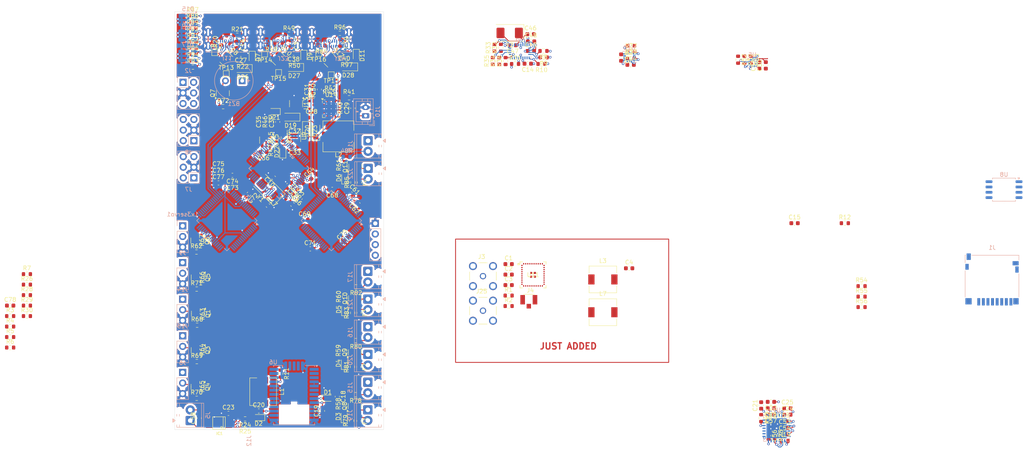
<source format=kicad_pcb>
(kicad_pcb (version 20241229) (generator "pcbnew") (generator_version "9.0")
  (layers (0 "F.Cu" signal) (4 "In1.Cu" signal) (6 "In2.Cu" signal) (2 "B.Cu" signal) (13 "F.Paste" user) (15 "B.Paste" user) (5 "F.SilkS" user "F.Silkscreen") (7 "B.SilkS" user "B.Silkscreen") (1 "F.Mask" user) (3 "B.Mask" user) (25 "Edge.Cuts" user))
  (net 0 "")
  (net 1 "Net-(1x3servo1-Pin_2)")
  (net 2 "GND")
  (net 3 "+3.3V")
  (net 4 "SERVO5")
  (net 5 "+5V")
  (net 6 "Net-(U9-SS{slash}TR)")
  (net 7 "Net-(U15-EN)")
  (net 8 "Net-(D4-A)")
  (net 9 "Net-(BZ1--)")
  (net 10 "Net-(U1-XTAL32)")
  (net 11 "Net-(U2-CAP)")
  (net 12 "Net-(D26-A)")
  (net 13 "Net-(U1-EXTAL32)")
  (net 14 "Net-(D2-A)")
  (net 15 "VBUS")
  (net 16 "Net-(D21-A)")
  (net 17 "Net-(D22-A)")
  (net 18 "Net-(U6-RF_OUT)")
  (net 19 "Net-(J4-In)")
  (net 20 "Net-(U7-RFO_HF)")
  (net 21 "Net-(C22-Pad2)")
  (net 22 "Net-(U7-PA_BOOST)")
  (net 23 "Net-(U7-VR_PA)")
  (net 24 "POWAAAA")
  (net 25 "Net-(J9-Pin_2)")
  (net 26 "Net-(J10-Pin_1)")
  (net 27 "Net-(L2-Pad2)")
  (net 28 "Net-(Q2-G)")
  (net 29 "bat")
  (net 30 "Net-(U14-LBI)")
  (net 31 "Net-(U14-FB)")
  (net 32 "Net-(U9-FB)")
  (net 38 "Net-(U2-XIN32)")
  (net 40 "Net-(U2-XOUT32{slash}CLKSEL1)")
  (net 43 "Net-(IC1-OUT2)")
  (net 45 "Net-(IC1-OUT1)")
  (net 48 "Net-(U4-VDDCORE)")
  (net 49 "Net-(U1-VOUT3V3)")
  (net 50 "Net-(U3-VDDCORE)")
  (net 52 "Net-(U11-DECOUPLE)")
  (net 53 "Net-(U4-GNDANA)")
  (net 56 "Net-(D1-K)")
  (net 57 "Net-(D3-A)")
  (net 58 "Net-(D3-K)")
  (net 59 "Net-(D4-K)")
  (net 60 "Net-(D5-K)")
  (net 61 "Net-(D5-A)")
  (net 62 "Net-(D6-A)")
  (net 63 "Net-(D6-K)")
  (net 64 "Net-(D7-A)")
  (net 66 "Net-(D15-RA)")
  (net 67 "Net-(J25-In)")
  (net 68 "Net-(D15-BA)")
  (net 71 "Net-(D15-GA)")
  (net 72 "Net-(D16-GA)")
  (net 73 "Net-(D16-RA)")
  (net 74 "Net-(D16-BA)")
  (net 76 "Net-(D17-GA)")
  (net 78 "Net-(D17-RA)")
  (net 79 "BGM_RESET")
  (net 87 "Net-(D17-BA)")
  (net 89 "Net-(J19-Pin_2)")
  (net 90 "Net-(J20-Pin_2)")
  (net 91 "Net-(J21-Pin_2)")
  (net 93 "Net-(J22-Pin_2)")
  (net 99 "SERVO3")
  (net 100 "Net-(J6-Pin_2)")
  (net 103 "SERVO4")
  (net 107 "Net-(J11-CC1)")
  (net 118 "Net-(J11-CC2)")
  (net 119 "SERVO2")
  (net 120 "Net-(J13-Pin_2)")
  (net 122 "Net-(J14-Pin_2)")
  (net 123 "SERVO1")
  (net 129 "Net-(Q1-G)")
  (net 130 "Net-(Q1-D)")
  (net 131 "Net-(Q3-G)")
  (net 132 "Net-(Q3-D)")
  (net 133 "Net-(Q4-G)")
  (net 134 "Net-(Q4-D)")
  (net 136 "Net-(Q5-G)")
  (net 139 "Net-(Q5-D)")
  (net 143 "Net-(Q6-D)")
  (net 144 "Net-(Q6-G)")
  (net 145 "BUZZER")
  (net 146 "Net-(Q10-G)")
  (net 147 "Net-(Q10-D)")
  (net 148 "Net-(Q11-D)")
  (net 149 "Net-(Q11-G)")
  (net 154 "nRESET DMCU-1")
  (net 155 "nRESET MMCU")
  (net 156 "nRESET DMCU-2")
  (net 161 "scl")
  (net 163 "sda")
  (net 165 "Net-(U2-~{BOOT})")
  (net 166 "Net-(U2-PS1)")
  (net 168 "Net-(U2-PS0{slash}WAKE)")
  (net 170 "Net-(U6-~{RESET})")
  (net 171 "RS_GPS TMCU")
  (net 172 "Net-(U8-~{WP}{slash}IO_{2})")
  (net 173 "D+ MMCU")
  (net 174 "D+ DMCU-1")
  (net 175 "D+ DMCU-2")
  (net 176 "D- MMCU")
  (net 178 "D- DMCU-1")
  (net 179 "D- DMCU-2")
  (net 180 "Net-(U7-DIO0)")
  (net 181 "Net-(U7-DIO1)")
  (net 182 "DIR1")
  (net 183 "PWM1")
  (net 184 "CS_IMU TMCU")
  (net 185 "INTERRUPT TMCU")
  (net 186 "CS_BARO TMCU")
  (net 187 "CS_SD MMCU")
  (net 188 "CS_NAND MMCU")
  (net 193 "RESETN TMCU")
  (net 194 "SPI_CLOCK TMCU")
  (net 195 "MISO TMCU")
  (net 196 "MOSI TMCU")
  (net 197 "CS_IMU1")
  (net 198 "Net-(U5-INT_DRDY)")
  (net 199 "Net-(U8-~{HOLD}{slash}~{RESET}{slash}IO_{3})")
  (net 200 "SD_DETECT")
  (net 201 "Net-(U7-NSS)")
  (net 202 "mosfet1_signal")
  (net 203 "mosfet2_signal")
  (net 204 "mosfet3_signal")
  (net 205 "mosfet4_signal")
  (net 206 "mosfet5_signal")
  (net 207 "Net-(J15-Pin_2)")
  (net 208 "Net-(J16-Pin_2)")
  (net 209 "Net-(J17-Pin_2)")
  (net 210 "Net-(J18-Pin_2)")
  (net 211 "1B")
  (net 212 "1G")
  (net 213 "1R")
  (net 214 "2R")
  (net 215 "2G")
  (net 216 "2B")
  (net 217 "3R")
  (net 218 "3G")
  (net 219 "3B")
  (net 220 "I2C0_SCL")
  (net 221 "SWCLK DMCU-1")
  (net 222 "SWDIO DMCU-1")
  (net 223 "PTD4")
  (net 224 "I2C0_SDA")
  (net 225 "RX TMCU")
  (net 226 "PTA12")
  (net 227 "CS TMCU")
  (net 228 "TX TMCU")
  (net 229 "SWDIO DMCU-2")
  (net 230 "SWCLK DMCU-2")
  (net 231 " SPI0_SCK MMCU")
  (net 232 "NAND_MISO MMCU")
  (net 233 "NAND_MOSI MMCU")
  (net 252 "SPI0_SCK MMCU")
  (net 254 "SWCLK MMCU")
  (net 255 "SWDIO MMCU")
  (net 259 "CAM_RX")
  (net 260 "CAM_TX")
  (net 299 "Net-(D23-K)")
  (net 300 "Net-(Q8-D)")
  (net 301 "Net-(Q8-G)")
  (net 302 "Net-(Q9-G)")
  (net 303 "Net-(Q9-D)")
  (net 304 "Net-(D10-VCC)")
  (net 305 "Net-(D12-VCC)")
  (net 306 "Net-(D9-A)")
  (net 307 "Net-(D11-A)")
  (net 308 "Net-(J23-CC1)")
  (net 311 "Net-(J23-CC2)")
  (net 312 "Net-(J24-CC1)")
  (net 315 "Net-(J24-CC2)")
  (net 316 "BGM_INT")
  (net 317 "BGM_CS")
  (net 339 "Net-(U11-ANT_OUT)")
  (footprint "Capacitor_SMD:C_0603_1608Metric" (layer "F.Cu") (at 103.031992 57.558008 -135)
    (property "Reference" "C67")
    (property "Value" "4.7uF")
  )
  (footprint "Resistor_SMD:R_0603_1608Metric" (layer "F.Cu") (at 216.13 113.335 -90)
    (property "Reference" "R57")
    (property "Value" "10k")
  )
  (footprint "Resistor_SMD:R_0603_1608Metric" (layer "F.Cu") (at 40.415 81.39)
    (property "Reference" "R26")
    (property "Value" "R")
  )
  (footprint "Resistor_SMD:R_0603_1608Metric" (layer "F.Cu") (at 80.04 18.54)
    (property "Reference" "R88")
    (property "Value" "220")
  )
  (footprint "Capacitor_SMD:C_0603_1608Metric" (layer "F.Cu") (at 221.74 117.18)
    (property "Reference" "C54")
    (property "Value" "100nF")
  )
  (footprint "Resistor_SMD:R_0603_1608Metric" (layer "F.Cu") (at 213.67 27.535 -90)
    (property "Reference" "R53")
    (property "Value" "10k")
  )
  (footprint "Inductor_SMD:L_6.3x6.3_H3" (layer "F.Cu") (at 178.25 88)
    (property "Reference" "L7")
    (property "Value" "5.6 nH")
  )
  (footprint "Package_TO_SOT_SMD:SOT-143" (layer "F.Cu") (at 113.072437 27.788223 -45)
    (property "Reference" "D12")
    (property "Value" "PRTR5V0U2X")
  )
  (footprint "Resistor_SMD:R_0603_1608Metric" (layer "F.Cu") (at 115.31 21.235)
    (property "Reference" "R96")
    (property "Value" "5k1")
  )
  (footprint "Capacitor_SMD:C_0603_1608Metric" (layer "F.Cu") (at 97.309348 42.4325 90)
    (property "Reference" "C35")
    (property "Value" "1uF")
  )
  (footprint "Resistor_SMD:R_0603_1608Metric" (layer "F.Cu") (at 87.365 38.8)
    (property "Reference" "R72")
    (property "Value" "2k2")
  )
  (footprint "Resistor_SMD:R_0603_1608Metric" (layer "F.Cu") (at 119.1775 81.93 180)
    (property "Reference" "R82")
    (property "Value" "10k")
  )
  (footprint "Resistor_SMD:R_0603_1608Metric" (layer "F.Cu") (at 81.04 82.455)
    (property "Reference" "R71")
    (property "Value" "100k")
  )
  (footprint "TestPoint:TestPoint_Pad_1.0x1.0mm" (layer "F.Cu") (at 88.115 30.905)
    (property "Reference" "TP13")
    (property "Value" "TestPoint")
  )
  (footprint "Package_TO_SOT_SMD:SOT-143" (layer "F.Cu") (at 100.564277 27.307437 -45)
    (property "Reference" "D10")
    (property "Value" "PRTR5V0U2X")
  )
  (footprint "Capacitor_SMD:C_0603_1608Metric" (layer "F.Cu") (at 93.538008 59.701992 -135)
    (property "Reference" "C72")
    (property "Value" "1uF")
  )
  (footprint "Package_TO_SOT_SMD:SOT-143" (layer "F.Cu") (at 88.145 27.485 -45)
    (property "Reference" "D8")
    (property "Value" "PRTR5V0U2X")
  )
  (footprint "BGM220S_SIL:BGM220SC12WGA2R" (layer "F.Cu") (at 161.5274 79.0524)
    (property "Reference" "U11")
    (property "Value" "BGM220SC12WGA2R")
  )
  (footprint "Capacitor_SMD:C_0603_1608Metric" (layer "F.Cu") (at 182.62 27.055 -90)
    (property "Reference" "C45")
    (property "Value" "100nF")
  )
  (footprint "Capacitor_SMD:C_0603_1608Metric" (layer "F.Cu") (at 108.225 72.84)
    (property "Reference" "C71")
    (property "Value" "100nF")
  )
  (footprint "Resistor_SMD:R_0603_1608Metric" (layer "F.Cu") (at 36.405 88.92)
    (property "Reference" "R3")
    (property "Value" "10k")
  )
  (footprint "Resistor_SMD:R_0603_1608Metric" (layer "F.Cu") (at 83.79 96.945 90)
    (property "Reference" "R64")
    (property "Value" "100")
  )
  (footprint "Resistor_SMD:R_0603_1608Metric" (layer "F.Cu") (at 81.04 108.595)
    (property "Reference" "R70")
    (property "Value" "100k")
  )
  (footprint "Resistor_SMD:R_0603_1608Metric" (layer "F.Cu") (at 151.8875 27.8675 90)
    (property "Reference" "R35")
    (property "Value" "10k")
  )
  (footprint "Resistor_SMD:R_0603_1608Metric" (layer "F.Cu") (at 83.79 79.665 90)
    (property "Reference" "R66")
    (property "Value" "100")
  )
  (footprint "Capacitor_SMD:C_0603_1608Metric" (layer "F.Cu") (at 95.905 111.63)
    (property "Reference" "C20")
    (property "Value" "100nF")
  )
  (footprint "Resistor_SMD:R_0603_1608Metric" (layer "F.Cu") (at 80.99 73.595)
    (property "Reference" "R62")
    (property "Value" "100k")
  )
  (footprint "TestPoint:TestPoint_Pad_1.0x1.0mm" (layer "F.Cu") (at 113.245 31.175 180)
    (property "Reference" "TP17")
    (property "Value" "TestPoint")
  )
  (footprint "Resistor_SMD:R_0603_1608Metric" (layer "F.Cu") (at 80.13 27.79)
    (property "Reference" "R94")
    (property "Value" "220")
  )
  (footprint "Fuse:Fuse_0603_1608Metric" (layer "F.Cu") (at 120.0025 56.9375 -90)
    (property "Reference" "F4")
    (property "Value" "Polyfuse")
  )
  (footprint "Resistor_SMD:R_0603_1608Metric" (layer "F.Cu") (at 40.415 86.41)
    (property "Reference" "R29")
    (property "Value" "R")
  )
  (footprint "A3909:MSOP10-PAD" (layer "F.Cu") (at 86.38 114.53 180)
    (property "Reference" "IC1")
    (property "Value" "A3909")
  )
  (footprint "Resistor_SMD:R_0603_1608Metric" (layer "F.Cu") (at 116.3775 97.16 90)
    (property "Reference" "R59")
    (property "Value" "1k")
  )
  (footprint "TestPoint:TestPoint_Pad_1.0x1.0mm" (layer "F.Cu") (at 110.255 26.045 180)
    (property "Reference" "TP16")
    (property "Value" "TestPoint")
  )
  (footprint "Resistor_SMD:R_0603_1608Metric" (layer "F.Cu") (at 119.1425 94.79 180)
    (property "Reference" "R80")
    (property "Value" "10k")
  )
  (footprint "Resistor_SMD:R_0603_1608Metric" (layer "F.Cu") (at 116.4925 52.78 90)
    (property "Reference" "R61")
    (property "Value" "1k")
  )
  (footprint "LED_SMD:LED_0603_1608Metric" (layer "F.Cu") (at 116.4575 87.33 90)
    (property "Reference" "D5")
    (property "Value" "LED")
  )
  (footprint "Resistor_SMD:R_0603_1608Metric" (layer "F.Cu") (at 157.2375 28.5775)
    (property "Reference" "R31")
    (property "Value" "10k")
  )
  (footprint "Resistor_SMD:R_0603_1608Metric" (layer "F.Cu") (at 116.845 39.1425 90)
    (property "Reference" "R40")
    (property "Value" "100k")
  )
  (footprint "Inductor_SMD:L_6.3x6.3_H3" (layer "F.Cu") (at 178.25 80.15)
    (property "Reference" "L3")
    (property "Value" "3.9 nH")
  )
  (footprint "Resistor_SMD:R_0603_1608Metric" (layer "F.Cu") (at 240.165 86.77)
    (property "Reference" "R56")
    (property "Value" "10k")
  )
  (footprint "Capacitor_SMD:C_0603_1608Metric" (layer "F.Cu") (at 117.841992 59.611992 -45)
    (property "Reference" "C61")
    (property "Value" "100nF")
  )
  (footprint "Resistor_SMD:R_0603_1608Metric" (layer "F.Cu") (at 113.05 35.8325)
    (property "Reference" "R42")
    (property "Value" "430k")
  )
  (footprint "Capacitor_SMD:C_0603_1608Metric" (layer "F.Cu") (at 98.1 62.47 -45)
    (property "Reference" "C17")
    (property "Value" "12pF")
  )
  (footprint "Capacitor_SMD:C_0603_1608Metric" (layer "F.Cu") (at 155.695 76.48)
    (property "Reference" "C1")
    (property "Value" "100 nF")
  )
  (footprint "Capacitor_SMD:C_0603_1608Metric" (layer "F.Cu") (at 155.695 81.5)
    (property "Reference" "C3")
    (property "Value" "100 nF")
  )
  (footprint "LED_SMD:LED_0603_1608Metric" (layer "F.Cu") (at 116.4825 55.8275 90)
    (property "Reference" "D6")
    (property "Value" "LED")
  )
  (footprint "Inductor_SMD:L_7.3x7.3_H4.5" (layer "F.Cu") (at 114.96 45.91 180)
    (property "Reference" "L2")
    (property "Value" "SLF7055T-6R8N2R8-3PF" (hide yes))
  )
  (footprint "Capacitor_SMD:C_0603_1608Metric" (layer "F.Cu") (at 105.89 60.58 45)
    (property "Reference" "C65")
    (property "Value" "0.1uF")
  )
  (footprint "Capacitor_SMD:C_0603_1608Metric" (layer "F.Cu") (at 118.435 39.1775 90)
    (property "Reference" "C29")
    (property "Value" "10u")
  )
  (footprint "Capacitor_SMD:C_0603_1608Metric" (layer "F.Cu") (at 113.475 58.59 180)
    (property "Reference" "C68")
    (property "Value" "100nF")
  )
  (footprint "Capacitor_SMD:C_0603_1608Metric" (layer "F.Cu") (at 156.6375 24.1075 180)
    (property "Reference" "C47")
    (property "Value" "22pF")
  )
  (footprint "Resistor_SMD:R_0603_1608Metric" (layer "F.Cu") (at 240.165 81.75)
    (property "Reference" "R54")
    (property "Value" "10kΩ")
  )
  (footprint "Capacitor_SMD:C_0603_1608Metric" (layer "F.Cu") (at 115.425 23.505 -90)
    (property "Reference" "C39")
    (property "Value" "4n7")
  )
  (footprint "Diode_SMD:D_0603_1608Metric" (layer "F.Cu") (at 112.42 108.57)
    (property "Reference" "D1")
    (property "Value" "D_Schottky")
  )
  (footprint "Capacitor_SMD:C_0603_1608Metric" (layer "F.Cu") (at 218.405 114.1)
    (property "Reference" "C52")
    (property "Value" "100nF")
  )
  (footprint "Capacitor_SMD:C_0603_1608Metric" (layer "F.Cu") (at 86.255 57.05)
    (property "Reference" "C77")
    (property "Value" "100nF")
  )
  (footprint "Package_TO_SOT_SMD:SOT-23" (layer "F.Cu") (at 81.28 97.0775 -90)
    (property "Reference" "Q3")
    (property "Value" "IRLML6402")
  )
  (footprint "Package_TO_SOT_SMD:SOT-23" (layer "F.Cu") (at 81.25 105.8675 -90)
    (property "Reference" "Q4")
    (property "Value" "IRLML6402")
  )
  (footprint "Capacitor_SMD:C_0603_1608Metric" (layer "F.Cu") (at 218.445 112.55 180)
    (property "Reference" "C57")
    (property "Value" "100nF")
  )
  (footprint "LED_SMD:LED_0603_1608Metric" (layer "F.Cu") (at 101.659348 49.615 90)
    (property "Reference" "D22")
    (property "Value" "LED")
  )
  (footprint "Capacitor_SMD:C_0603_1608Metric" (layer "F.Cu") (at 221.495 114.08)
    (property "Reference" "C55")
    (property "Value" "100nF")
  )
  (footprint "Package_LGA:Texas_SIL0008D_MicroSiP-8-1EP_2.8x3mm_P0.65mm_EP1.1x1.9mm_ThermalVias" (layer "F.Cu") (at 104.311848 45.8075 -90)
    (property "Reference" "U9")
    (property "Value" "TPS82130")
  )
  (footprint "Capacitor_SMD:C_0603_1608Metric" (layer "F.Cu") (at 86.24 55.51)
    (property "Reference" "C76")
    (property "Value" "100nF")
  )
  (footprint "Resistor_SMD:R_0603_1608Metric" (layer "F.Cu") (at 36.405 96.45)
    (property "Reference" "R6")
    (property "Value" "4.7k")
  )
  (footprint "Resistor_SMD:R_0603_1608Metric" (layer "F.Cu") (at 101.14 102.695 -90)
    (property "Reference" "R11")
    (property "Value" "10kΩ")
  )
  (footprint "Resistor_SMD:R_0603_1608Metric" (layer "F.Cu") (at 118.3275 101.07 90)
    (property "Reference" "R81")
    (property "Value" "100")
  )
  (footprint "Capacitor_SMD:C_0603_1608Metric" (layer "F.Cu") (at 160.2775 28.5175 180)
    (property "Reference" "C14")
    (property "Value" "0.1µF")
  )
  (footprint "Capacitor_SMD:C_0603_1608Metric" (layer "F.Cu") (at 108.855 34.6975 90)
    (property "Reference" "C31")
    (property "Value" "100u")
  )
  (footprint "Resistor_SMD:R_0603_1608Metric" (layer "F.Cu") (at 110.895 24.175 180)
    (property "Reference" "R86")
    (property "Value" "5k1")
  )
  (footprint "Resistor_SMD:R_0603_1608Metric" (layer "F.Cu") (at 221.745 118.75)
    (property "Reference" "R19")
    (property "Value" "10k")
  )
  (footprint "Capacitor_SMD:C_0603_1608Metric" (layer "F.Cu") (at 184.885 28.79)
    (property "Reference" "C44")
    (property "Value" "100nF")
  )
  (footprint "Fuse:Fuse_0603_1608Metric" (layer "F.Cu") (at 119.8775 114 -90)
    (property "Reference" "F1")
    (property "Value" "Polyfuse")
  )
  (footprint "Capacitor_SMD:C_0603_1608Metric" (layer "F.Cu") (at 89.595 55.23 180)
    (property "Reference" "C74")
    (property "Value" "100nF")
  )
  (footprint "Resistor_SMD:R_0603_1608Metric" (layer "F.Cu") (at 153.8375 24.7125 90)
    (property "Reference" "R32")
    (property "Value" "10k")
  )
  (footprint "Package_DFN_QFN:Texas_RSA_VQFN-16-1EP_4x4mm_P0.65mm_EP2.7x2.7mm_ThermalVias" (layer "F.Cu") (at 113.24 39.3)
    (property "Reference" "U14")
    (property "Value" "TPS61092")
  )
  (footprint "Resistor_SMD:R_0603_1608Metric" (layer "F.Cu") (at 80.135 29.33)
    (property "Reference" "R93")
    (property "Value" "220")
  )
  (footprint "Resistor_SMD:R_0603_1608Metric" (layer "F.Cu") (at 80.145 24.73)
    (property "Reference" "R90")
    (property "Value" "220")
  )
  (footprint "Resistor_SMD:R_0603_1608Metric" (layer "F.Cu") (at 212.14 27.54 -90)
    (property "Reference" "R39")
    (property "Value" "10k")
  )
  (footprint "Capacitor_SMD:C_0603_1608Metric" (layer "F.Cu") (at 161.0175 25.4675)
    (property "Reference" "C49")
    (property "Value" "100nF")
  )
  (footprint "LED_SMD:LED_0603_1608Metric" (layer "F.Cu") (at 106.6975 26.7775 -90)
    (property "Reference" "D9")
    (property "Value" "LED")
  )
  (footprint "Capacitor_SMD:C_0603_1608Metric" (layer "F.Cu") (at 119.73 62.2 135)
    (property "Reference" "C62")
    (property "Value" "100nF")
  )
  (footprint "LED_SMD:LED_0603_1608Metric" (layer "F.Cu") (at 99.569348 39.9725 180)
    (property "Reference" "D21")
    (property "Value" "LED")
  )
  (footprint "Resistor_SMD:R_0603_1608Metric" (layer "F.Cu") (at 184.995 25.74)
    (property "Reference" "R37")
    (property "Value" "10k")
  )
  (footprint "Capacitor_SMD:C_0603_1608Metric" (layer "F.Cu") (at 91.605 26.275 180)
    (property "Reference" "C27")
    (property "Value" "100n")
  )
  (footprint "Diode_SMD:Nexperia_CFP3_SOD-123W" (layer "F.Cu") (at 107.319348 44.615 -90)
    (property "Reference" "D23")
    (property "Value" "PMEG6020ER")
  )
  (footprint "Capacitor_SMD:C_0603_1608Metric" (layer "F.Cu") (at 99.471992 55.831992 135)
    (property "Reference" "C10")
    (property "Value" "12pF")
  )
  (footprint "Resistor_SMD:R_0603_1608Metric" (layer "F.Cu") (at 83.7 70.78 90)
    (property "Reference" "R67")
    (property "Value" "100")
  )
  (footprint "Resistor_SMD:R_0603_1608Metric" (layer "F.Cu") (at 90.755 21.705)
    (property "Reference" "R21")
    (property "Value" "5k1")
  )
  (footprint "Resistor_SMD:R_0603_1608Metric" (layer "F.Cu") (at 101.759348 46.2125 -90)
    (property "Reference" "R44")
    (property "Value" "350k")
  )
  (footprint "Resistor_SMD:R_0603_1608Metric" (layer "F.Cu") (at 103.1375 21.46)
    (property "Reference" "R49")
    (property "Value" "5k1")
  )
  (footprint "Capacitor_SMD:C_0603_1608Metric" (layer "F.Cu") (at 161.0625 23.1875)
    (property "Reference" "C48")
    (property "Value" "100nF")
  )
  (footprint "Package_TO_SOT_SMD:SOT-23" (layer "F.Cu") (at 108.566848 38.3925)
    (property "Reference" "Q2")
    (property "Value" "DMG2301L")
  )
  (footprint "Resistor_SMD:R_0603_1608Metric" (layer "F.Cu") (at 154.9675 27.8875 90)
    (property "Reference" "R36")
    (property "Value" "10k")
  )
  (footprint "Resistor_SMD:R_0603_1608Metric" (layer "F.Cu") (at 98.9325 23.65 180)
    (property "Reference" "R48")
    (property "Value" "5k1")
  )
  (footprint "TestPoint:TestPoint_Pad_1.0x1.0mm" (layer "F.Cu") (at 97.2875 26.2 180)
    (property "Reference" "TP14")
    (property "Value" "TestPoint")
  )
  (footprint "Crystal:Crystal_SMD_0603-2Pin_6.0x3.5mm" (layer "F.Cu") (at 155.9475 21.1575 180)
    (property "Reference" "Y2")
    (property "Value" "32.768kHz")
  )
  (footprint "Resistor_SMD:R_0603_1608Metric" (layer "F.Cu") (at 164.0325 25.4675 180)
    (property "Reference" "R8")
    (property "Value" "10kΩ")
  )
  (footprint "Resistor_SMD:R_0603_1608Metric" (layer "F.Cu") (at 236.155 66.69)
    (property "Reference" "R12")
    (property "Value" "10kΩ")
  )
  (footprint "Resistor_SMD:R_0603_1608Metric" (layer "F.Cu") (at 83.77 105.77 90)
    (property "Reference" "R65")
    (property "Value" "100")
  )
  (footprint "Capacitor_SMD:C_0603_1608Metric" (layer "F.Cu") (at 81.66 113.345 90)
    (property "Reference" "C58")
    (property "Value" "100nF")
  )
  (footprint "Capacitor_SMD:C_0603_1608Metric" (layer "F.Cu") (at 86.24 53.94)
    (property "Reference" "C75")
    (property "Value" "100nF")
  )
  (footprint "Diode_SMD:Nexperia_CFP3_SOD-123W" (layer "F.Cu") (at 92.065 29.685 180)
    (property "Reference" "D26")
    (property "Value" "PMEG6020ER")
  )
  (footprint "Diode_SMD:Nexperia_CFP3_SOD-123W" (layer "F.Cu") (at 109.559348 44.6125 90)
    (property "Reference" "D20")
    (property "Value" "PMEG6020ER")
  )
  (footprint "Capacitor_SMD:C_0603_1608Metric" (layer "F.Cu") (at 114.69 108.185 -90)
    (property "Reference" "C18")
    (property "Value" "4.7uF")
  )
  (footprint "Capacitor_SMD:C_0603_1608Metric" (layer "F.Cu") (at 111.14 111.615 90)
    (property "Reference" "C19")
    (property "Value" "100nF")
  )
  (footprint "Capacitor_SMD:C_0603_1608Metric" (layer "F.Cu") (at 100.429348 42.4525 90)
    (property "Reference" "C34")
    (property "Value" "22uF")
  )
  (footprint "Diode_SMD:Nexperia_CFP3_SOD-123W" (layer "F.Cu") (at 103.499348 41.3125 180)
    (property "Reference" "D19")
    (property "Value" "PMEG6020ER")
  )
  (footprint "Package_TO_SOT_SMD:SOT-23" (layer "F.Cu") (at 81.3425 88.355 -90)
    (property "Reference" "Q1")
    (property "Value" "IRLML6402")
  )
  (footprint "Package_TO_SOT_SMD:TSOT-23-6" (layer "F.Cu") (at 104.819348 38.085 -90)
    (property "Reference" "U13")
    (property "Value" "LTC4412xS6")
  )
  (footprint "Capacitor_SMD:C_0603_1608Metric" (layer "F.Cu") (at 215.69 28.915 90)
    (property "Reference" "C51")
    (property "Value" "100nF")
  )
  (footprint "Package_TO_SOT_SMD:SOT-23" (layer "F.Cu") (at 81.29 79.6875 -90)
    (property "Reference" "Q5")
    (property "Value" "IRLML6402")
  )
  (footprint "Capacitor_SMD:C_0603_1608Metric" (layer "F.Cu") (at 216.13 110.3 90)
    (property "Reference" "C21")
    (property "Value" "2.2 pF")
  )
  (footprint "Resistor_SMD:R_0603_1608Metric" (layer "F.Cu") (at 98.849348 42.4375 90)
    (property "Reference" "R46")
    (property "Value" "100")
  )
  (footprint "Capacitor_SMD:C_0603_1608Metric" (layer "F.Cu") (at 160.9475 21.4575)
    (property "Reference" "C46")
    (property "Value" "22pF")
  )
  (footprint "Resistor_SMD:R_0603_1608Metric" (layer "F.Cu") (at 119.0825 107.73 180)
    (property "Reference" "R78")
    (property "Value" "10k")
  )
  (footprint "LED_SMD:LED_0603_1608Metric" (layer "F.Cu") (at 119.235 26.575 -90)
    (property "Reference" "D11")
    (property "Value" "LED")
  )
  (footprint "Resistor_SMD:R_0603_1608Metric" (layer "F.Cu") (at 92.63 113.53 180)
    (property "Reference" "R24")
    (property "Value" "10k")
  )
  (footprint "Capacitor_SMD:C_0603_1608Metric" (layer "F.Cu") (at 103.97 62.22 -45)
    (property "Reference" "C66")
    (property "Value" "0.1uF")
  )
  (footprint "Capacitor_SMD:C_0603_1608Metric" (layer "F.Cu") (at 218.47 110.98 180)
    (property "Reference" "C26")
    (property "Value" "10nF")
  )
  (footprint "Resistor_SMD:R_0603_1608Metric" (layer "F.Cu") (at 116.3575 109.915 90)
    (property "Reference" "R58")
    (property "Value" "1k")
  )
  (footprint "Package_TO_SOT_SMD:SOT-23" (layer "F.Cu") (at 81.2 70.855 -90)
    (property "Reference" "Q6")
    (property "Value" "IRLML6402")
  )
  (footprint "Capacitor_SMD:C_0603_1608Metric" (layer "F.Cu") (at 184.53 77.48)
    (property "Reference" "C4")
    (property "Value" "1.2 pF")
  )
  (footprint "Capacitor_SMD:C_0603_1608Metric" (layer "F.Cu") (at 104.414348 43.2025 180)
    (property "Reference" "C32")
    (property "Value" "10uF")
  )
  (footprint "Resistor_SMD:R_0603_1608Metric" (layer "F.Cu") (at 40.415 83.9)
    (property "Reference" "R28")
    (property "Value" "R")
  )
  (footprint "Resistor_SMD:R_0603_1608Metric" (layer "F.Cu") (at 116.935 27.365 180)
    (property "Reference" "R97")
    (property "Value" "330")
  )
  (footprint "Package_TO_SOT_SMD:SOT-23-5" (layer "F.Cu") (at 97.659348 46.81 -90)
    (property "Reference" "U15")
    (property "Value" "AP2112K-3.3")
  )
  (footprint "LED_SMD:LED_0603_1608Metric" (layer "F.Cu") (at 116.3475 112.96 90)
    (property "Reference" "D3")
    (property "Value" "LED")
  )
  (footprint "Capacitor_SMD:C_0603_1608Metric" (layer "F.Cu") (at 221.775 115.65)
    (property "Reference" "C53")
    (property "Value" "100nF")
  )
  (footprint "U.FL:HRS_U.FL-R-SMT_01_" (layer "F.Cu") (at 160.525 85)
    (property "Reference" "J4")
    (property "Value" "H9161TR-ND")
  )
  (footprint "Resistor_SMD:R_0603_1608Metric" (layer "F.Cu") (at 118.1275 113.945 90)
    (property "Reference" "R79")
    (property "Value" "100")
  )
  (footprint "Resistor_SMD:R_0603_1608Metric" (layer "F.Cu") (at 100.199348 49.3025 90)
    (property "Reference" "R47")
    (property "Value" "330")
  )
  (footprint "Capacitor_SMD:C_0603_1608Metric" (layer "F.Cu") (at 97.044348 49.6625 180)
    (property "Reference" "C36")
    (property "Value" "1u")
  )
  (footprint "SMA:LPRS_SMA_CONNECTOR" (layer "F.Cu") (at 149.555 87.63)
    (property "Reference" "J25")
    (property "Value" "Conn_Coaxial")
  )
  (footprint "Fuse:Fuse_0603_1608Metric" (layer "F.Cu") (at 119.8575 101.0875 -90)
    (property "Reference" "F2")
    (property "Value" "Polyfuse")
  )
  (footprint "Capacitor_SMD:C_0603_1608Metric" (layer "F.Cu") (at 90.655 23.995 -90)
    (property "Reference" "C16")
    (property "Value" "4n7")
  )
  (footprint "Capacitor_SMD:C_0603_1608Metric" (layer "F.Cu") (at 116.841992 70.448008 45)
    (property "Reference" "C70")
    (property "Value" "100nF")
  )
  (footprint "Resistor_SMD:R_0603_1608Metric" (layer "F.Cu") (at 116.4375 84.25 90)
    (property "Reference" "R60")
    (property "Value" "1k")
  )
  (footprint "Capacitor_SMD:C_0603_1608Metric" (layer "F.Cu") (at 110.385 34.6875 90)
    (property "Reference" "C30")
    (property "Value" "2u2")
  )
  (footprint "Package_TO_SOT_SMD:SOT-23" (layer "F.Cu") (at 118.945 84.67 90)
    (property "Reference" "Q10")
    (property "Value" "IRLML6402")
  )
  (footprint "Resistor_SMD:R_0603_1608Metric" (layer "F.Cu") (at 118.3775 88.15 90)
    (property "Reference" "R83")
    (property "Value" "100")
  )
  (footprint "Resistor_SMD:R_0603_1608Metric" (layer "F.Cu") (at 153.4375 27.8675 90)
    (property "Reference" "R34")
    (property "Value" "10k")
  )
  (footprint "Resistor_SMD:R_0603_1608Metric" (layer "F.Cu") (at 240.165 84.26)
    (property "Reference" "R55")
    (property "Value" "10kΩ")
  )
  (footprint "Resistor_SMD:R_0603_1608Metric" (layer "F.Cu") (at 40.415 88.92)
    (property "Reference" "R30")
    (property "Value" "R")
  )
  (footprint "Capacitor_SMD:C_0603_1608Metric" (layer "F.Cu") (at 218.465 109.45 180)
    (property "Reference" "C22")
    (property "Value" "1.8 pF")
  )
  (footprint "Package_TO_SOT_SMD:SOT-23" (layer "F.Cu") (at 118.9075 97.6 90)
    (property "Reference" "Q9")
    (property "Value" "IRLML6402")
  )
  (footprint "Resistor_SMD:R_0603_1608Metric" (layer "F.Cu") (at 80.145 26.26)
    (property "Reference" "R95")
    (property "Value" "220")
  )
  (footprint "Resistor_SMD:R_0603_1608Metric" (layer "F.Cu") (at 184.995 24.18 180)
    (property "Reference" "R38")
    (property "Value" "10k")
  )
  (footprint "Resistor_SMD:R_0603_1608Metric" (layer "F.Cu") (at 219.42 117.535 -90)
    (property "Reference" "R23")
    (property "Value" "10k")
  )
  (footprint "Resistor_SMD:R_0603_1608Metric" (layer "F.Cu") (at 36.405 93.94)
    (property "Reference" "R5")
    (property "Value" "10k")
  )
  (footprint "Capacitor_SMD:C_0603_1608Metric" (layer "F.Cu") (at 36.405 86.41)
    (property "Reference" "C78")
    (property "Value" "100nF")
  )
  (footprint "Resistor_SMD:R_0603_1608Metric" (layer "F.Cu") (at 86.925 23.245 90)
    (property "Reference" "R20")
    (property "Value" "5k1")
  )
  (footprint "Capacitor_SMD:C_0603_1608Metric" (layer "F.Cu") (at 217.9 117.53 -90)
    (property "Reference" "C56")
    (property "Value" "100nF")
  )
  (footprint "Crystal:Crystal_SMD_0603-2Pin_6.0x3.5mm" (layer "F.Cu") (at 98.38 58.7 135)
    (property "Reference" "Y1")
    (property "Value" "Crystal")
  )
  (footprint "Resistor_SMD:R_0603_1608Metric" (layer "F.Cu") (at 81.075 99.815)
    (property "Reference" "R69")
    (property "Value" "100k")
  )
  (footprint "Diode_SMD:Nexperia_CFP3_SOD-123W" (layer "F.Cu") (at 104.3675 29.43 180)
    (property "Reference" "D27")
    (property "Value" "PMEG6020ER")
  )
  (footprint "Resistor_SMD:R_0603_1608Metric" (layer "F.Cu") (at 80.05 20.05)
    (property "Reference" "R89")
    (property "Value" "220")
  )
  (footprint "Package_TO_SOT_SMD:SOT-23" (layer "F.Cu") (at 119.0125 53.1675 90)
    (property "Reference" "Q11")
    (property "Value" "IRLML6402")
  )
  (footprint "Resistor_SMD:R_0603_1608Metric" (layer "F.Cu") (at 184.935 27.27)
    (property "Reference" "R27")
    (property "Value" "10k")
  )
  (footprint "Capacitor_SMD:C_0603_1608Metric" (layer "F.Cu") (at 104.2475 26.02 180)
    (property "Reference" "C38")
    (property "Value" "100n")
  )
  (footprint "Capacitor_SMD:C_0603_1608Metric" (layer "F.Cu") (at 106.865 65.92)
    (property "Reference" "C69")
    (property "Value" "100nF")
  )
  (footprint "Resistor_SMD:R_0603_1608Metric" (layer "F.Cu") (at 104.4275 27.53 180)
    (property "Reference" "R50")
    (property "Value" "330")
  )
  (footprint "Resistor_SMD:R_0603_1608Metric" (layer "F.Cu") (at 83.86 88.445 90)
    (property "Reference" "R63")
    (property "Value" "100")
  )
  (footprint "Diode_SMD:D_0603_1608Metric" (layer "F.Cu") (at 95.86 113.21 180)
    (property "Reference" "D2")
    (property "Value" "PESD5V‑S5ULC")
  )
  (footprint "Capacitor_SMD:C_0603_1608Metric" (layer "F.Cu") (at 103.5375 23.735 -90)
    (property "Reference" "C37")
    (property "Value" "4n7")
  )
  (footprint "Capacitor_SMD:C_0603_1608Metric" (layer "F.Cu") (at 155.695 78.99)
    (property "Reference" "C2")
    (property "Value" "100 nF")
  )
  (footprint "Capacitor_SMD:C_0603_1608Metric" (layer "F.Cu") (at 108.524348 41.4225)
    (property "Reference" "C28")
    (property "Value" "10uF")
  )
  (footprint "Resistor_SMD:R_0603_1608Metric" (layer "F.Cu") (at 163.5625 28.5775 180)
    (property "Reference" "R10")
    (property "Value" "10kΩ")
  )
  (footprint "Resistor_SMD:R_0603_1608Metric" (layer "F.Cu") (at 36.405 91.43)
    (property "Reference" "R4")
    (property "Value" "10k")
  )
  (footprint "Resistor_SMD:R_0603_1608Metric" (layer "F.Cu") (at 92.645 115.07 180)
    (property "Reference" "R25")
    (property "Value" "10k")
  )
  (footprint "Capacitor_SMD:C_0603_1608Metric" (layer "F.Cu") (at 104.541992 59.198008 -135)
    (property "Reference" "C63")
    (property "Value" "1uF")
  )
  (footprint "Diode_SMD:Nexperia_CFP3_SOD-123W" (layer "F.Cu") (at 117.3125 29.295 180)
    (property "Reference" "D28")
    (property "Value" "PMEG6020ER")
  )
  (footprint "Resistor_SMD:R_0603_1608Metric" (layer "F.Cu") (at 80.095 23.2)
    (property "Reference" "R91")
    (property "Value" "220")
  )
  (footprint "Resistor_SMD:R_0603_1608Metric" (layer "F.Cu") (at 80.065 17.02)
    (property "Reference" "R87")
    (property "Value" "220")
  )
  (footprint "Fuse:Fuse_0603_1608Metric" (layer "F.Cu") (at 119.8975 88.13 -90)
    (property "Reference" "F3")
    (property "Value" "Polyfuse")
  )
  (footprint "Package_TO_SOT_SMD:SOT-23" (layer "F.Cu") (at 87.3 35.5875 90)
    (property "Reference" "Q7")
    (property "Value" "BSS138")
  )
  (footprint "Capacitor_SMD:C_0603_1608Metric" (layer "F.Cu") (at 88.645 112.2)
    (property "Reference" "C23")
    (property "Value" "100 nF")
  )
  (footprint "Resistor_SMD:R_0603_1608Metric" (layer "F.Cu") (at 152.2775 24.7025 90)
    (property "Reference" "R33")
    (property "Value" "10k")
  )
  (footprint "Resistor_SMD:R_0603_1608Metric" (layer "F.Cu") (at 118.4425 56.935 90)
    (property "Reference" "R85")
    (property "Value" "100")
  )
  (footprint "Capacitor_SMD:C_0603_1608Metric" (layer "F.Cu") (at 89.615 56.78 180)
    (property "Reference" "C73")
    (property "Value" "100nF")
  )
  (footprint "Resistor_SMD:R_0603_1608Metric" (layer "F.Cu") (at 81.145 91.105)
    (property "Reference" "R68")
    (property "Value" "100k")
  )
  (footprint "Resistor_SMD:R_0603_1608Metric" (layer "F.Cu") (at 113.055 34.2525 180)
    (property "Reference" "R43")
    (property "Value" "100k")
  )
  (footprint "Resistor_SMD:R_0603_1608Metric" (layer "F.Cu") (at 164.0675 27.0075 180)
    (property "Reference" "R9")
    (property "Value" "10kΩ")
  )
  (footprint "LED_SMD:LED_0603_1608Metric" (layer "F.Cu") (at 116.3875 100.2 90)
    (property "Reference" "D4")
    (property "Value" "LED")
  )
  (footprint "TestPoint:TestPoint_Pad_1.0x1.0mm" (layer "F.Cu") (at 85.355 25.875)
    (property "Reference" "TP12")
    (property "Value" "TestPoint")
  )
  (footprint "LED_SMD:LED_0603_1608Metric" (layer "F.Cu") (at 94.325 27.015 -90)
    (property "Reference" "D7")
    (property "Value" "LED")
  )
  (footprint "Inductor_SMD:L_6.3x6.3_H3" (layer "F.Cu") (at 96.94 107.02 -90)
    (property "Reference" "L1")
    (property "Value" "47 nH")
  )
  (footprint "Resistor_SMD:R_0603_1608Metric" (layer "F.Cu") (at 40.415 78.88)
    (property "Reference" "R7")
    (property "Value" "4.7k")
  )
  (footprint "Capacitor_SMD:C_0603_1608Metric" (layer "F.Cu") (at 217.24 28.92 90)
    (property "Reference" "C50")
    (property "Value" "100nF")
  )
  (footprint "Capacitor_SMD:C_0603_1608Metric" (layer "F.Cu") (at 222.4 110.98)
    (property "Reference" "C25")
    (property "Value" "100nF")
  )
  (footprint "Package_TO_SOT_SMD:SOT-23" (layer "F.Cu") (at 118.8675 110.4625 90)
    (property "Reference" "Q8")
    (property "Value" "IRLML6402")
  )
  (footprint "Capacitor_SMD:C_0603_1608Metric" (layer "F.Cu") (at 222.385 112.52)
    (property "Reference" "C24")
    (property "Value" "10nF")
  )
  (footprint "Resistor_SMD:R_0603_1608Metric" (layer "F.Cu") (at 210.61 27.565 -90)
    (property "Reference" "R52")
    (property "Value" "10k")
  )
  (footprint "Resistor_SMD:R_0603_1608Metric" (layer "F.Cu") (at 100.219348 46.2125 90)
    (property "Reference" "R45")
    (property "Value" "100k")
  )
  (footprint "Capacitor_SMD:C_0603_1608Metric" (layer "F.Cu") (at 109.021992 55.488008 45)
    (property "Reference" "C64")
    (property "Value" "0.1uF")
  )
  (footprint "TestPoint:TestPoint_Pad_1.0x1.0mm" (layer "F.Cu") (at 100.6475 30.63 180)
    (property "Reference" "TP15")
    (property "Value" "TestPoint")
  )
  (footprint "SMA:LPRS_SMA_CONNECTOR" (layer "F.Cu") (at 149.555 79.36)
    (property "Reference" "J3")
    (property "Value" "Conn_Coaxial")
  )
  (footprint "Capacitor_SMD:C_0603_1608Metric" (layer "F.Cu") (at 224.125 66.69)
    (property "Reference" "C15")
    (property "Value" "100nF")
  )
  (footprint "Capacitor_SMD:C_0603_1608Metric" (layer "F.Cu") (at 116.35 25.825 180)
    (property "Reference" "C40")
    (property "Value" "100n")
  )
  (footprint "Resistor_SMD:R_0603_1608Metric" (layer "F.Cu") (at 80.075 21.66)
    (property "Reference" "R92")
    (property "Value" "220")
  )
  (footprint "Resistor_SMD:R_0603_1608Metric" (layer "F.Cu") (at 117.515 36.6725)
    (property "Reference" "R41")
    (property "Value" "100k")
  )
  (footprint "Capacitor_SMD:C_0603_1608Metric" (layer "F.Cu") (at 104.534348 48.3625 180)
    (property "Reference" "C33")
    (property "Value" "3.3 nF")
  )
  (footprint "Resistor_SMD:R_0603_1608Metric" (layer "F.Cu") (at 92.02 27.795 180)
    (property "Reference" "R22")
    (property "Value" "330")
  )
  (footprint "Resistor_SMD:R_0603_1608Metric" (layer "F.Cu") (at 155.695 84.01)
    (property "Reference" "R1")
    (property "Value" "10 kΩ")
  )
  (footprint "Resistor_SMD:R_0603_1608Metric" (layer "F.Cu") (at 155.695 86.52)
    (property "Reference" "R2")
    (property "Value" "10 kΩ")
  )
  (footprint "Connector_PinHeader_2.54mm:PinHeader_1x03_P2.54mm_Vertical" (layer "B.Cu") (at 77.69 84.88 180)
    (property "Reference" "J14")
    (property "Value" "1x3 servo")
  )
  (footprint "LED_SMD:LED_ROHM_SMLVN6" (layer "B.Cu") (at 78.96 18.0675 180)
    (property "Reference" "D15")
    (property "Value" "SMLVN6RGB")
  )
  (footprint "LED_SMD:LED_ROHM_SMLVN6" (layer "B.Cu") (at 78.92 26.64 180)
    (property "Reference" "D17")
    (property "Value" "SMLVN6RGB")
  )
  (footprint "Package_LGA:ST_HLGA-10_2x2mm_P0.5mm_LayoutBorder3x2y" (layer "B.Cu") (at 214.0225 28.355 180)
    (property "Reference" "U5")
    (property "Value" "LPS22HB")
  )
  (footprint "Connector_PinHeader_2.54mm:PinHeader_1x03_P2.54mm_Vertical" (layer "B.Cu") (at 77.69 93.635 180)
    (property "Reference" "J13")
    (property "Value" "1x3 servo")
  )
  (footprint "TerminalBlock_Phoenix:TerminalBlock_Phoenix_MPT-0,5-2-2.54_1x02_P2.54mm_Horizontal" (layer "B.Cu") (at 79.5 113.92 90)
    (property "Reference" "J5")
    (property "Value" "Screw_Term")
  )
  (footprint "Connector_USB:USB_C_Receptacle_Amphenol_124019772112A" (layer "B.Cu") (at 100.765 21.125)
    (property "Reference" "J23")
    (property "Value" "USB_C_Receptacle_USB2.0_16P")
  )
  (footprint "TerminalBlock_Phoenix:TerminalBlock_Phoenix_MPT-0,5-2-2.54_1x02_P2.54mm_Horizontal" (layer "B.Cu") (at 122.005 78.22 -90)
    (property "Reference" "J17")
    (property "Value" "arming terminal")
  )
  (footprint "Connector_PinSocket_2.54mm:PinSocket_1x04_P2.54mm_Vertical" (layer "B.Cu") (at 123.78 66.74 180)
    (property "Reference" "J12")
    (property "Value" "Conn_01x04")
  )
  (footprint "LED_SMD:LED_ROHM_SMLVN6" (layer "B.Cu") (at 78.92 21.775 180)
    (property "Reference" "D16")
    (property "Value" "SMLVN6RGB")
  )
  (footprint "Connector_PinHeader_2.54mm:PinHeader_1x03_P2.54mm_Vertical" (layer "B.Cu") (at 77.68 76.125 180)
    (property "Reference" "J9")
    (property "Value" "1x3 servo")
  )
  (footprint "Connector_USB:USB_C_Receptacle_Amphenol_124019772112A" (layer "B.Cu") (at 113.035 21.175)
    (property "Reference" "J24")
    (property "Value" "USB_C_Receptacle_USB2.0_16P")
  )
  (footprint "BNO086:IC_BNO086" (layer "B.Cu") (at 158.3525 25.56 180)
    (property "Reference" "U2")
    (property "Value" "IMU")
  )
  (footprint "Connector_PinSocket_2.54mm:PinSocket_2x03_P2.54mm_Vertical" (layer "B.Cu") (at 80.37 55.84)
    (property "Reference" "J7")
    (property "Value" "Conn_02x03_Counter_Clockwise")
  )
  (footprint "RF_GPS:Quectel_L96" (layer "B.Cu") (at 104.35 107.86 180)
    (property "Reference" "U6")
    (property "Value" "GPS")
  )
  (footprint "Connector_JST:JST_PH_B2B-PH-K_1x02_P2.00mm_Vertical" (layer "B.Cu") (at 121.465 40.9825 90)
    (property "Reference" "J10")
    (property "Value" "Conn_01x02_Pin")
  )
  (footprint "Connector_USB:USB_C_Receptacle_Amphenol_124019772112A" (layer "B.Cu") (at 88.235 21.185)
    (property "Reference" "J11")
    (property "Value" "USB_C_Receptacle_USB2.0_16P")
  )
  (footprint "Package_SO:SOIC-8_5.3x5.3mm_P1.27mm" (layer "B.Cu") (at 274.245 58.66 180)
    (property "Reference" "U8")
    (property "Value" "NAND")
  )
  (footprint "Connector_PinSocket_2.54mm:PinSocket_2x03_P2.54mm_Vertical" (layer "B.Cu") (at 77.77 32.98 180)
    (property "Reference" "J2")
    (property "Value" "Conn_02x03_Counter_Clockwise")
  )
  (footprint "Connector_PinSocket_2.54mm:PinSocket_2x03_P2.54mm_Vertical" (layer "B.Cu") (at 80.37 46.95)
    (property "Reference" "J8")
    (property "Value" "Conn_02x03_Counter_Clockwise")
  )
  (footprint "Buzzer_Beeper:MagneticBuzzer_PUI_AT-0927-TT-6-R" (layer "B.Cu") (at 91.93 32.61 180)
    (property "Reference" "BZ1")
    (property "Value" "Buzzer")
  )
  (footprint "TerminalBlock_Phoenix:TerminalBlock_Phoenix_MPT-0,5-2-2.54_1x02_P2.54mm_Horizontal" (layer "B.Cu") (at 122.0175 98.1 -90)
    (property "Reference" "J20")
    (property "Value" "Screw_Terminal_01x02")
  )
  (footprint "Package_QFP:TQFP-64_10x10mm_P0.5mm" (layer "B.Cu") (at 88.27 66.075 135)
    (property "Reference" "U3")
    (property "Value" "NMCU")
  )
  (footprint "Connector_PinHeader_2.54mm:PinHeader_1x03_P2.54mm_Vertical" (layer "B.Cu") (at 77.68 102.405 180)
    (property "Reference" "J6")
    (property "Value" "1x3 servo")
  )
  (footprint "Package_QFP:TQFP-64_10x10mm_P0.5mm" (layer "B.Cu") (at 113.27 66.075 135)
    (property "Reference" "U4")
    (property "Value" "TMCU")
  )
  (footprint "MK20DX256VLH7:QFP50P1200X1200X160-64N" (layer "B.Cu") (at 100.77 53.575 135)
    (property "Reference" "U1")
    (property "Value" "MMCU")
  )
  (footprint "TerminalBlock_Phoenix:TerminalBlock_Phoenix_MPT-0,5-2-2.54_1x02_P2.54mm_Horizontal" (layer "B.Cu") (at 122.07 53.58 -90)
    (property "Reference" "J22")
    (property "Value" "Screw_Terminal_01x02")
  )
  (footprint "Package_LGA:LGA-14_3x2.5mm_P0.5mm_LayoutBorder3x4y" (layer "B.Cu") (at 184.5975 26.92 180)
    (property "Reference" "U10")
    (property "Value" "LSM6DS3")
  )
  (footprint "Resistor_SMD:R_0603_1608Metric" (layer "B.Cu") (at 116.915 50.8 180)
    (property "Reference" "R84")
    (property "Value" "10k")
  )
  (footprint "TerminalBlock_Phoenix:TerminalBlock_Phoenix_MPT-0,5-2-2.54_1x02_P2.54mm_Horizontal" (layer "B.Cu") (at 121.9975 104.75 -90)
    (property "Reference" "J15")
    (property "Value" "arming terminal")
  )
  (footprint "TerminalBlock_Phoenix:TerminalBlock_Phoenix_MPT-0,5-2-2.54_1x02_P2.54mm_Horizontal" (layer "B.Cu") (at 122.0175 84.85 -90)
    (property "Reference" "J21")
    (property "Value" "Screw_Terminal_01x02")
  )
  (footprint "Connector_Card:microSD_HC_Hirose_DM3D-SF" (layer "B.Cu") (at 271.375 80.15 180)
    (property "Reference" "J1")
    (property "Value" "Micro_SD_Card_Det1")
  )
  (footprint "TerminalBlock_Phoenix:TerminalBlock_Phoenix_MPT-0,5-2-2.54_1x02_P2.54mm_Horizontal" (layer "B.Cu") (at 122.0175 91.48 -90)
    (property "Reference" "J16")
    (property "Value" "arming terminal")
  )
  (footprint "TerminalBlock_Phoenix:TerminalBlock_Phoenix_MPT-0,5-2-2.54_1x02_P2.54mm_Horizontal" (layer "B.Cu") (at 121.9975 111.36 -90)
    (property "Reference" "J19")
    (property "Value" "Screw_Terminal_01x02")
  )
  (footprint "Package_DFN_QFN:QFN-28-1EP_6x6mm_P0.65mm_EP4.8x4.8mm" (layer "B.Cu") (at 219.81 115.77 180)
    (property "Reference" "U7")
    (property "Value" "SX1276")
  )
  (footprint "Connector_PinSocket_2.54mm:PinSocket_1x03_P2.54mm_Vertical" (layer "B.Cu") (at 77.69 67.335 180)
    (property "Reference" "1x3servo1")
    (property "Value" "Conn_01x03")
  )
  (footprint "TerminalBlock_Phoenix:TerminalBlock_Phoenix_MPT-0,5-2-2.54_1x02_P2.54mm_Horizontal" (layer "B.Cu") (at 122.05 46.95 -90)
    (property "Reference" "J18")
    (property "Value" "arming terminal")
  )
  (gr_line (start 103.329348 44.7225) (end 103.309348 44.7225) (stroke (width 0.2)) (layer "F.Cu") (net 7))
  (gr_rect (start 143 70.5) (end 194 100) (stroke (width 0.2)) (fill no) (layer "F.Cu"))
  (gr_rect (start 75.77 16.075) (end 125.77 116.075) (stroke (width 0.05)) (fill no) (layer "Edge.Cuts"))
  (gr_text "JUST ADDED" (at 163 97 0) (layer "F.Cu") (effects (font (size 1.5 1.5) (thickness 0.3) (bold yes)) (justify left bottom)))
  (segment (start 93.4975 26.2275) (end 93.315 26.045) (width 0.2) (layer "F.Cu") (net 2))
  (segment (start 220.589311 119.642792) (end 220.802208 119.642792) (width 0.2) (layer "F.Cu") (net 2))
  (segment (start 104.359348 36.9475) (end 103.869348 36.9475) (width 0.2) (layer "F.Cu") (net 2))
  (segment (start 99.481992 63.018008) (end 99.56 62.94) (width 0.2) (layer "F.Cu") (net 2))
  (segment (start 217.695 111.188893) (end 218.396644 111.890537) (width 0.2) (layer "F.Cu") (net 2))
  (segment (start 218.396644 111.890537) (end 218.329463 111.890537) (width 0.2) (layer "F.Cu") (net 2))
  (segment (start 119.8575 102.79) (end 119.8075 102.84) (width 0.2) (layer "F.Cu") (net 2))
  (segment (start 118.34 36.6725) (end 118.34 37.4975) (width 0.2) (layer "F.Cu") (net 2))
  (segment (start 220.92 119.525) (end 220.92 118.75) (width 0.2) (layer "F.Cu") (net 2))
  (segment (start 103.01 49.841848) (end 103.759348 49.0925) (width 0.2) (layer "F.Cu") (net 2))
  (segment (start 160.3175 22.4175) (end 160.3175 23.1575) (width 0.2) (layer "F.Cu") (net 2))
  (segment (start 165.5975 27.0075) (end 165.6375 26.9675) (width 0.2) (layer "F.Cu") (net 2))
  (segment (start 104.359348 36.9475) (end 104.359348 36.1525) (width 0.2) (layer "F.Cu") (net 2))
  (segment (start 164.8925 27.0075) (end 165.5975 27.0075) (width 0.2) (layer "F.Cu") (net 2))
  (segment (start 92.38 26.275) (end 93.085 26.275) (width 0.2) (layer "F.Cu") (net 2))
  (segment (start 110.56 112.39) (end 110.44 112.27) (width 0.2) (layer "F.Cu") (net 2))
  (segment (start 87 112.2) (end 86.97 112.17) (width 0.2) (layer "F.Cu") (net 2))
  (segment (start 97.672061 45.685213) (end 97.659348 45.6725) (width 0.2) (layer "F.Cu") (net 2))
  (segment (start 119.8575 88.9575) (end 119.8975 88.9175) (width 0.2) (layer "F.Cu") (net 2))
  (segment (start 88.68 114.03) (end 88.68 113.53) (width 0.2) (layer "F.Cu") (net 2))
  (segment (start 94.086016 59.153984) (end 94.086016 58.963984) (width 0.2) (layer "F.Cu") (net 2))
  (segment (start 102.483984 58.106016) (end 102.483984 56.933984) (width 0.2) (layer "F.Cu") (net 2))
  (segment (start 88.68 113.53) (end 89.74 113.53) (width 0.2) (layer "F.Cu") (net 2))
  (segment (start 219.93 115.65) (end 219.81 115.77) (width 0.2) (layer "F.Cu") (net 2))
  (segment (start 103.5375 22.96) (end 104.3275 22.96) (width 0.2) (layer "F.Cu") (net 2))
  (segment (start 89.74 113.53) (end 89.96 113.75) (width 0.2) (layer "F.Cu") (net 2))
  (segment (start 104.705 21.46) (end 105.215 20.95) (width 0.2) (layer "F.Cu") (net 2))
  (segment (start 118.34 37.4975) (end 118.365 37.5225) (width 0.2) (layer "F.Cu") (net 2))
  (segment (start 84.955054 114.53) (end 85.271024 114.21403) (width 0.2) (layer "F.Cu") (net 2))
  (segment (start 98.813984 55.283984) (end 98.2 54.67) (width 0.2) (layer "F.Cu") (net 2))
  (segment (start 103.639348 43.8225) (end 103.879348 44.0625) (width 0.2) (layer "F.Cu") (net 2))
  (segment (start 217.9 116.42) (end 218.44 115.88) (width 0.2) (layer "F.Cu") (net 2))
  (segment (start 161.0525 28.5175) (end 161.7175 28.5175) (width 0.2) (layer "F.Cu") (net 2))
  (segment (start 219.24 109.45) (end 220.27 109.45) (width 0.2) (layer "F.Cu") (net 2))
  (segment (start 85.271024 114.21403) (end 85.271024 113.065778) (width 0.2) (layer "F.Cu") (net 2))
  (segment (start 103.993984 59.746016) (end 104.596016 59.746016) (width 0.2) (layer "F.Cu") (net 2))
  (segment (start 115.2025 39.625) (end 113.565 39.625) (width 0.2) (layer "F.Cu") (net 2))
  (segment (start 104.819348 36.9475) (end 104.359348 36.9475) (width 0.2) (layer "F.Cu") (net 2))
  (segment (start 108.78 71.51) (end 107.45 72.84) (width 0.2) (layer "F.Cu") (net 2))
  (segment (start 105.215 20.95) (end 105.215 24.15) (width 0.2) (layer "F.Cu") (net 2))
  (segment (start 97.309348 40.6825) (end 97.329348 40.6625) (width 0.2) (layer "F.Cu") (net 2))
  (segment (start 159.7075 25.4675) (end 159.6475 25.5275) (width 0.2) (layer "F.Cu") (net 2))
  (segment (start 119.8775 114.7875) (end 119.8775 115.56) (width 0.2) (layer "F.Cu") (net 2))
  (segment (start 89.68 114.03) (end 89.96 113.75) (width 0.2) (layer "F.Cu") (net 2))
  (segment (start 103.01 49.85) (end 103.01 49.841848) (width 0.2) (layer "F.Cu") (net 2))
  (segment (start 108.78 71.45) (end 108.78 71.51) (width 0.2) (layer "F.Cu") (net 2))
  (segment (start 113.565 41.2625) (end 112.265 41.2625) (width 0.2) (layer "F.Cu") (net 2))
  (segment (start 103.96 63.47) (end 103.96 63.326016) (width 0.2) (layer "F.Cu") (net 2))
  (segment (start 104.3275 22.96) (end 104.4075 22.88) (width 0.2) (layer "F.Cu") (net 2))
  (segment (start 101.659348 51.3925) (end 101.569348 51.4825) (width 0.2) (layer "F.Cu") (net 2))
  (segment (start 105.1075 26.02) (end 105.0225 26.02) (width 0.2) (layer "F.Cu") (net 2))
  (segment (start 106.438008 60.024255) (end 105.766306 59.352553) (width 0.2) (layer "F.Cu") (net 2))
  (segment (start 94.325 26.2275) (end 93.4975 26.2275) (width 0.2) (layer "F.Cu") (net 2))
  (segment (start 88.68 114.03) (end 89.68 114.03) (width 0.2) (layer "F.Cu") (net 2))
  (segment (start 220.802208 119.642792) (end 220.92 119.525) (width 0.2) (layer "F.Cu") (net 2))
  (segment (start 116.293984 70.996016) (end 116.293984 70.846066) (width 0.2) (layer "F.Cu") (net 2))
  (segment (start 114.215 38.075) (end 114.34 38.2) (width 0.2) (layer "F.Cu") (net 2))
  (segment (start 87.87 112.2) (end 87 112.2) (width 0.2) (layer "F.Cu") (net 2))
  (segment (start 100.219348 45.3875) (end 99.905 45.3875) (width 0.2) (layer "F.Cu") (net 2))
  (segment (start 103.759348 49.0925) (end 103.759348 48.3625) (width 0.2) (layer "F.Cu") (net 2))
  (segment (start 113.565 39.625) (end 113.24 39.3) (width 0.2) (layer "F.Cu") (net 2))
  (segment (start 118.3775 25.7875) (end 118.095 25.505) (width 0.2) (layer "F.Cu") (net 2))
  (segment (start 102.483984 56.933984) (end 102.32 56.77) (width 0.2) (layer "F.Cu") (net 2))
  (segment (start 110.07 24.175) (end 110.07 24.05) (width 0.2) (layer "F.Cu") (net 2))
  (segment (start 106.09 64.92) (end 106.17 64.84) (width 0.2) (layer "F.Cu") (net 2))
  (segment (start 96.269348 49.6625) (end 95.489348 49.6625) (width 0.2) (layer "F.Cu") (net 2))
  (segment (start 220.19 117.18) (end 220.08 117.07) (width 0.2) (layer "F.Cu") (net 2))
  (segment (start 106.2775 25.14) (end 106.2775 25.43) (width 0.2) (layer "F.Cu") (net 2))
  (segment (start 97.672061 46.843547) (end 97.672061 45.685213) (width 0.2) (layer "F.Cu") (net 2))
  (segment (start 118.435 37.5925) (end 118.365 37.5225) (width 0.2) (layer "F.Cu") (net 2))
  (segment (start 105.9875 25.14) (end 105.1075 26.02) (width 0.2) (layer "F.Cu") (net 2))
  (segment (start 217.9 116.755) (end 217.9 116.42) (width 0.2) (layer "F.Cu") (net 2))
  (segment (start 86.22 22.42) (end 86.065 22.265) (width 0.2) (layer "F.Cu") (net 2))
  (segment (start 98.648008 63.018008) (end 99.481992 63.018008) (width 0.2) (layer "F.Cu") (net 2))
  (segment (start 164.8575 25.4675) (end 165.6175 25.4675) (width 0.2) (layer "F.Cu") (net 2))
  (segment (start 86.38 114.174754) (end 85.271024 113.065778) (width 0.2) (layer "F.Cu") (net 2))
  (segment (start 111.14 112.39) (end 110.56 112.39) (width 0.2) (layer "F.Cu") (net 2))
  (segment (start 119.235 25.7875) (end 118.3775 25.7875) (width 0.2) (layer "F.Cu") (net 2))
  (segment (start 93.085 26.275) (end 93.315 26.045) (width 0.2) (layer "F.Cu") (net 2))
  (segment (start 217.695 110.98) (end 217.695 111.188893) (width 0.2) (layer "F.Cu") (net 2))
  (segment (start 88.25 36.525) (end 88.25 37.6) (width 0.2) (layer "F.Cu") (net 2))
  (segment (start 84.08 114.53) (end 84.955054 114.53) (width 0.2) (layer "F.Cu") (net 2))
  (segment (start 100.429348 41.6775) (end 100.429348 40.9325) (width 0.2) (layer "F.Cu") (net 2))
  (segment (start 97.4275 23.65) (end 97.1375 23.36) (width 0.2) (layer "F.Cu") (net 2))
  (segment (start 118.435 38.4025) (end 118.435 37.5925) (width 0.2) (layer "F.Cu") (net 2))
  (segment (start 103.96 63.326016) (end 104.518008 62.768008) (width 0.2) (layer "F.Cu") (net 2))
  (segment (start 106.2775 25.14) (end 105.9875 25.14) (width 0.2) (layer "F.Cu") (net 2))
  (segment (start 100.429348 40.9325) (end 100.499348 40.8625) (width 0.2) (layer "F.Cu") (net 2))
  (segment (start 106.6975 25.85) (end 106.6975 25.99) (width 0.2) (layer "F.Cu") (net 2))
  (segment (start 221 115.65) (end 219.93 115.65) (width 0.2) (layer "F.Cu") (net 2))
  (segment (start 223.16 112.42) (end 223.75 111.83) (width 0.2) (layer "F.Cu") (net 2))
  (segment (start 165.6175 25.4675) (end 165.6775 25.5275) (width 0.2) (layer "F.Cu") (net 2))
  (segment (start 117.125 25.825) (end 117.775 25.825) (width 0.2) (layer "F.Cu") (net 2))
  (segment (start 103.986848 44.745) (end 103.986848 44.17) (width 0.2) (layer "F.Cu") (net 2))
  (segment (start 220.72 114.08) (end 220.71 114.08) (width 0.2) (layer "F.Cu") (net 2))
  (segment (start 100.356848 39.9725) (end 100.356848 40.72) (width 0.2) (layer "F.Cu") (net 2))
  (segment (start 220.965 117.18) (end 220.19 117.18) (width 0.2) (layer "F.Cu") (net 2))
  (segment (start 97.309348 41.6575) (end 97.309348 40.6825) (width 0.2) (layer "F.Cu") (net 2))
  (segment (start 86.925 22.42) (end 86.22 22.42) (width 0.2) (layer "F.Cu") (net 2))
  (segment (start 217.63 114.12) (end 218.44 114.93) (width 0.2) (layer "F.Cu") (net 2))
  (segment (start 218.329463 111.890537) (end 217.67 112.55) (width 0.2) (layer "F.Cu") (net 2))
  (segment (start 104.596016 59.746016) (end 104.84 59.99) (width 0.2) (layer "F.Cu") (net 2))
  (segment (start 92.14 23.665) (end 92.685 24.21) (width 0.2) (layer "F.Cu") (net 2))
  (segment (start 156.4125 28.5775) (end 156.4125 29.3425) (width 0.2) (layer "F.Cu") (net 2))
  (segment (start 106.2775 25.43) (end 106.6975 25.85) (width 0.2) (layer "F.Cu") (net 2))
  (segment (start 101.659348 50.4025) (end 101.659348 51.3925) (width 0.2) (layer "F.Cu") (net 2))
  (segment (start 119.8575 101.875) (end 119.8575 102.79) (width 0.2) (layer "F.Cu") (net 2))
  (segment (start 111.525 107.01) (end 111.525 106.125) (width 0.2) (layer "F.Cu") (net 2))
  (segment (start 223.175 110.98) (end 223.175 111.255) (width 0.2) (layer "F.Cu") (net 2))
  (segment (start 116.293984 70.846066) (end 115.525407 70.077489) (width 0.2) (layer "F.Cu") (net 2))
  (segment (start 117.775 25.825) (end 118.095 25.505) (width 0.2) (layer "F.Cu") (net 2))
  (segment (start 154.9275 24.1075) (end 154.8475 24.1875) (width 0.2) (layer "F.Cu") (net 2))
  (segment (start 103.9625 21.46) (end 104.705 21.46) (width 0.2) (layer "F.Cu") (net 2))
  (segment (start 98.1075 23.65) (end 97.4275 23.65) (width 0.2) (layer "F.Cu") (net 2))
  (segment (start 111.525 106.125) (end 111.51 106.11) (width 0.2) (layer "F.Cu") (net 2))
  (segment (start 103.986848 44.17) (end 103.879348 44.0625) (width 0.2) (layer "F.Cu") (net 2))
  (segment (start 92.685 21.01) (end 92.685 24.21) (width 0.2) (layer "F.Cu") (net 2))
  (segment (start 164.3875 28.5775) (end 165.0475 28.5775) (width 0.2) (layer "F.Cu") (net 2))
  (segment (start 119.8575 89.77) (end 119.8575 88.9575) (width 0.2) (layer "F.Cu") (net 2))
  (segment (start 103.639348 43.2025) (end 103.639348 43.8225) (width 0.2) (layer "F.Cu") (net 2))
  (segment (start 100.356848 40.72) (end 100.499348 40.8625) (width 0.2) (layer "F.Cu") (net 2))
  (segment (start 104.359348 36.1525) (end 104.349348 36.1425) (width 0.2) (layer "F.Cu") (net 2))
  (segment (start 219.42 116.71) (end 219.42 116.16) (width 0.2) (layer "F.Cu") (net 2))
  (segment (start 160.2425 25.4675) (end 159.7075 25.4675) (width 0.2) (layer "F.Cu") (net 2))
  (segment (start 165.0475 28.5775) (end 165.0875 28.5375) (width 0.2) (layer "F.Cu") (net 2))
  (segment (start 155.8625 24.1075) (end 154.9275 24.1075) (width 0.2) (layer "F.Cu") (net 2))
  (segment (start 91.745 23.665) (end 92.14 23.665) (width 0.2) (layer "F.Cu") (net 2))
  (segment (start 112.915 39.625) (end 113.24 39.3) (width 0.2) (layer "F.Cu") (net 2))
  (segment (start 83.785 21.01) (end 83.785 24.21) (width 0.2) (layer "F.Cu") (net 2))
  (segment (start 160.3175 23.1575) (end 160.2875 23.1875) (width 0.2) (layer "F.Cu") (net 2))
  (segment (start 99.905 45.3875) (end 99.53 45.0125) (width 0.2) (layer "F.Cu") (net 2))
  (segment (start 223.175 111.255) (end 223.75 111.83) (width 0.2) (layer "F.Cu") (net 2))
  (segment (start 161.7175 28.5175) (end 161.7275 28.5275) (width 0.2) (layer "F.Cu") (net 2))
  (segment (start 220.71 114.08) (end 220.04 114.75) (width 0.2) (layer "F.Cu") (net 2))
  (segment (start 117.293984 59.515444) (end 117.293984 59.063984) (width 0.2) (layer "F.Cu") (net 2))
  (segment (start 114.215 37.3375) (end 114.215 38.075) (width 0.2) (layer "F.Cu") (net 2))
  (segment (start 94.086016 58.963984) (end 94.48 58.57) (width 0.2) (layer "F.Cu") (net 2))
  (segment (start 112.135 34.2525) (end 111.385 35.0025) (width 0.2) (layer "F.Cu") (net 2))
  (segment (start 217.63 114.1) (end 217.63 114.12) (width 0.2) (layer "F.Cu") (net 2))
  (segment (start 110.07 24.05) (end 109.525 23.505) (width 0.2) (layer "F.Cu") (net 2))
  (segment (start 88.25 37.6) (end 88.16 37.69) (width 0.2) (layer "F.Cu") (net 2))
  (segment (start 86.38 114.53) (end 86.38 114.174754) (width 0.2) (layer "F.Cu") (net 2))
  (segment (start 112.915 41.2625) (end 112.915 39.625) (width 0.2) (layer "F.Cu") (net 2))
  (segment (start 95.489348 49.6625) (end 95.269348 49.4425) (width 0.2) (layer "F.Cu") (net 2))
  (segment (start 116.881251 59.928177) (end 117.293984 59.515444) (width 0.2) (layer "F.Cu") (net 2))
  (segment (start 220.27 109.45) (end 220.28 109.44) (width 0.2) (layer "F.Cu") (net 2))
  (segment (start 106.438008 60.031992) (end 106.438008 60.024255) (width 0.2) (layer "F.Cu") (net 2))
  (segment (start 156.4125 29.3425) (end 156.3975 29.3575) (width 0.2) (layer "F.Cu") (net 2))
  (segment (start 112.23 34.2525) (end 112.135 34.2525) (width 0.2) (layer "F.Cu") (net 2))
  (segment (start 219.42 116.16) (end 219.81 115.77) (width 0.2) (layer "F.Cu") (net 2))
  (segment (start 223.16 112.52) (end 223.16 112.42) (width 0.2) (layer "F.Cu") (net 2))
  (segment (start 98.923984 55.283984) (end 98.813984 55.283984) (width 0.2) (layer "F.Cu") (net 2))
  (segment (start 106.09 65.92) (end 106.09 64.92) (width 0.2) (layer "F.Cu") (net 2))
  (via (at 220.28 109.44) (size 0.6) (drill 0.3) (layers "F.Cu" "B.Cu") (net 2))
  (via (at 100.499348 40.8625) (size 0.6) (drill 0.3) (layers "F.Cu" "B.Cu") (net 2))
  (via (at 97.672061 46.843547) (size 0.6) (drill 0.3) (layers "F.Cu" "B.Cu") (net 2))
  (via (at 95.269348 49.4425) (size 0.6) (drill 0.3) (layers "F.Cu" "B.Cu") (net 2))
  (via (at 85.116308 58.183692) (size 0.6) (drill 0.3) (layers "F.Cu" "B.Cu") (net 2))
  (via (at 158.6075 24.6875) (size 0.6) (drill 0.3) (layers "F.Cu" "B.Cu") (net 2))
  (via (at 97.1375 23.36) (size 0.6) (drill 0.3) (layers "F.Cu" "B.Cu") (net 2))
  (via (at 219.81 115.77) (size 0.6) (drill 0.3) (layers "F.Cu" "B.Cu") (net 2))
  (via (at 105.790354 54.88806) (size 0.6) (drill 0.3) (layers "F.Cu" "B.Cu") (net 2))
  (via (at 76.57 27.15) (size 0.6) (drill 0.3) (layers "F.Cu" "B.Cu") (net 2))
  (via (at 76.57 18.71) (size 0.6) (drill 0.3) (layers "F.Cu" "B.Cu") (net 2))
  (via (at 165.6375 26.9675) (size 0.6) (drill 0.3) (layers "F.Cu" "B.Cu") (net 2))
  (via (at 101.569348 51.4825) (size 0.6) (drill 0.3) (layers "F.Cu" "B.Cu") (net 2))
  (via (at 219.81 115.77) (size 0.6) (drill 0.3) (layers "F.Cu" "B.Cu") (net 2))
  (via (at 220.04 114.75) (size 0.6) (drill 0.3) (layers "F.Cu" "B.Cu") (net 2))
  (via (at 93.315 26.045) (size 0.6) (drill 0.3) (layers "F.Cu" "B.Cu") (net 2))
  (via (at 119.8775 115.56) (size 0.6) (drill 0.3) (layers "F.Cu" "B.Cu") (net 2))
  (via (at 111.51 106.11) (size 0.6) (drill 0.3) (layers "F.Cu" "B.Cu") (net 2))
  (via (at 103.01 49.85) (size 0.6) (drill 0.3) (layers "F.Cu" "B.Cu") (net 2))
  (via (at 219.81 115.77) (size 0.6) (drill 0.3) (layers "F.Cu" "B.Cu") (net 2))
  (via (at 94.48 58.57) (size 0.6) (drill 0.3) (layers "F.Cu" "B.Cu") (net 2))
  (via (at 218.44 115.88) (size 0.6) (drill 0.3) (layers "F.Cu" "B.Cu") (net 2))
  (via (at 90.44 62.08) (size 0.6) (drill 0.3) (layers "F.Cu" "B.Cu") (net 2))
  (via (at 165.0875 28.5375) (size 0.6) (drill 0.3) (layers "F.Cu" "B.Cu") (net 2))
  (via (at 106.49 102.43) (size 0.6) (drill 0.3) (layers "F.Cu" "B.Cu") (net 2))
  (via (at 91.745 23.665) (size 0.6) (drill 0.3) (layers "F.Cu" "B.Cu") (net 2))
  (via (at 218.44 114.93) (size 0.6) (drill 0.3) (layers "F.Cu" "B.Cu") (net 2))
  (via (at 110.44 112.27) (size 0.6) (drill 0.3) (layers "F.Cu" "B.Cu") (net 2))
  (via (at 216.89 118.08) (size 0.6) (drill 0.3) (layers "F.Cu" "B.Cu") (net 2))
  (via (at 101.83 60.8) (size 0.6) (drill 0.3) (layers "F.Cu" "B.Cu") (net 2))
  (via (at 161.227502 24.3175) (size 0.6) (drill 0.3) (layers "F.Cu" "B.Cu") (net 2))
  (via (at 219.81 115.77) (size 0.6) (drill 0.3) (layers "F.Cu" "B.Cu") (net 2))
  (via (at 110.165901 111.11717) (size 0.6) (drill 0.3) (layers "F.Cu" "B.Cu") (net 2))
  (via (at 105.766306 59.352553) (size 0.6) (drill 0.3) (layers "F.Cu" "B.Cu") (net 2))
  (via (at 97.329348 40.6625) (size 0.6) (drill 0.3) (layers "F.Cu" "B.Cu") (net 2))
  (via (at 119.8575 89.77) (size 0.6) (drill 0.3) (layers "F.Cu" "B.Cu") (net 2))
  (via (at 118.365 37.5225) (size 0.6) (drill 0.3) (layers "F.Cu" "B.Cu") (net 2))
  (via (at 118.095 25.505) (size 0.6) (drill 0.3) (layers "F.Cu" "B.Cu") (net 2))
  (via (at 119.8075 102.84) (size 0.6) (drill 0.3) (layers "F.Cu" "B.Cu") (net 2))
  (via (at 110.46 105.04) (size 0.6) (drill 0.3) (layers "F.Cu" "B.Cu") (net 2))
  (via (at 154.8475 24.1875) (size 0.6) (drill 0.3) (layers "F.Cu" "B.Cu") (net 2))
  (via (at 98.2 54.67) (size 0.6) (drill 0.3) (layers "F.Cu" "B.Cu") (net 2))
  (via (at 104.2475 23.56) (size 0.6) (drill 0.3) (layers "F.Cu" "B.Cu") (net 2))
  (via (at 111.385 35.0025) (size 0.6) (drill 0.3) (layers "F.Cu" "B.Cu") (net 2))
  (via (at 93.669513 56.100066) (size 0.6) (drill 0.3) (layers "F.Cu" "B.Cu") (net 2))
  (via (at 219.81 115.77) (size 0.6) (drill 0.3) (layers "F.Cu" "B.Cu") (net 2))
  (via (at 76.57 21.18) (size 0.6) (drill 0.3) (layers "F.Cu" "B.Cu") (net 2))
  (via (at 86.97 112.17) (size 0.6) (drill 0.3) (layers "F.Cu" "B.Cu") (net 2))
  (via (at 219.81 115.77) (size 0.6) (drill 0.3) (layers "F.Cu" "B.Cu") (net 2))
  (via (at 158.6025 26.454279) (size 0.6) (drill 0.3) (layers "F.Cu" "B.Cu") (net 2))
  (via (at 104.349348 36.1425) (size 0.6) (drill 0.3) (layers "F.Cu" "B.Cu") (net 2))
  (via (at 219.81 115.77) (size 0.6) (drill 0.3) (layers "F.Cu" "B.Cu") (net 2))
  (via (at 156.3975 29.3575) (size 0.6) (drill 0.3) (layers "F.Cu" "B.Cu") (net 2))
  (via (at 102.36 102.29) (size 0.6) (drill 0.3) (layers "F.Cu" "B.Cu") (net 2))
  (via (at 161.7275 28.5275) (size 0.6) (drill 0.3) (layers "F.Cu" "B.Cu") (net 2))
  (via (at 223.75 111.83) (size 0.6) (drill 0.3) (layers "F.Cu" "B.Cu") (net 2))
  (via (at 219.81 115.77) (size 0.6) (drill 0.3) (layers "F.Cu" "B.Cu") (net 2))
  (via (at 103.879348 44.0625) (size 0.6) (drill 0.3) (layers "F.Cu" "B.Cu") (net 2))
  (via (at 104.4075 22.88) (size 0.6) (drill 0.3) (layers "F.Cu" "B.Cu") (net 2))
  (via (at 110.52 113.14) (size 0.6) (drill 0.3) (layers "F.Cu" "B.Cu") (net 2))
  (via (at 219.81 115.77) (size 0.6) (drill 0.3) (layers "F.Cu" "B.Cu") (net 2))
  (via (at 219.81 115.77) (size 0.6) (drill 0.3) (layers "F.Cu" "B.Cu") (net 2))
  (via (at 220.589311 119.642792) (size 0.6) (drill 0.3) (layers "F.Cu" "B.Cu") (net 2))
  (via (at 103.96 63.47) (size 0.6) (drill 0.3) (layers "F.Cu" "B.Cu") (net 2))
  (via (at 219.81 115.77) (size 0.6) (drill 0.3) (layers "F.Cu" "B.Cu") (net 2))
  (via (at 76.57 22.05) (size 0.6) (drill 0.3) (layers "F.Cu" "B.Cu") (net 2))
  (via (at 160.3175 22.4175) (size 0.6) (drill 0.3) (layers "F.Cu" "B.Cu") (net 2))
  (via (at 104.84 59.99) (size 0.6) (drill 0.3) (layers "F.Cu" "B.Cu") (net 2))
  (via (at 85.883083 70.088263) (size 0.6) (drill 0.3) (layers "F.Cu" "B.Cu") (net 2))
  (via (at 218.396644 111.890537) (size 0.6) (drill 0.3) (layers "F.Cu" "B.Cu") (net 2))
  (via (at 110.56 58.62) (size 0.6) (drill 0.3) (layers "F.Cu" "B.Cu") (net 2))
  (via (at 220.42 112.17) (size 0.6) (drill 0.3) (layers "F.Cu" "B.Cu") (net 2))
  (via (at 116.645 23.565) (size 0.6) (drill 0.3) (layers "F.Cu" "B.Cu") (net 2))
  (via (at 86.065 22.265) (size 0.6) (drill 0.3) (layers "F.Cu" "B.Cu") (net 2))
  (via (at 109.525 23.505) (size 0.6) (drill 0.3) (layers "F.Cu" "B.Cu") (net 2))
  (via (at 76.57 26.25) (size 0.6) (drill 0.3) (layers "F.Cu" "B.Cu") (net 2))
  (via (at 106.2775 25.14) (size 0.6) (drill 0.3) (layers "F.Cu" "B.Cu") (net 2))
  (via (at 219.81 115.77) (size 0.6) (drill 0.3) (layers "F.Cu" "B.Cu") (net 2))
  (via (at 165.6775 25.5275) (size 0.6) (drill 0.3) (layers "F.Cu" "B.Cu") (net 2))
  (via (at 116.881251 59.928177) (size 0.6) (drill 0.3) (layers "F.Cu" "B.Cu") (net 2))
  (via (at 91.93 68.4) (size 0.6) (drill 0.3) (layers "F.Cu" "B.Cu") (net 2))
  (via (at 215.151653 26.730137) (size 0.6) (drill 0.3) (layers "F.Cu" "B.Cu") (net 2))
  (via (at 101.01 106.14) (size 0.6) (drill 0.3) (layers "F.Cu" "B.Cu") (net 2))
  (via (at 89.96 113.75) (size 0.6) (drill 0.3) (layers "F.Cu" "B.Cu") (net 2))
  (via (at 76.57 17.87) (size 0.6) (drill 0.3) (layers "F.Cu" "B.Cu") (net 2))
  (via (at 101.13 109.24) (size 0.6) (drill 0.3) (layers "F.Cu" "B.Cu") (net 2))
  (via (at 159.6475 25.5275) (size 0.6) (drill 0.3) (layers "F.Cu" "B.Cu") (net 2))
  (via (at 115.525407 70.077489) (size 0.6) (drill 0.3) (layers "F.Cu" "B.Cu") (net 2))
  (via (at 102.32 56.77) (size 0.6) (drill 0.3) (layers "F.Cu" "B.Cu") (net 2))
  (via (at 81.16 65.17) (size 0.6) (drill 0.3) (layers "F.Cu" "B.Cu") (net 2))
  (via (at 97.96 112.93) (size 0.6) (drill 0.3) (layers "F.Cu" "B.Cu") (net 2))
  (via (at 85.271024 113.065778) (size 0.6) (drill 0.3) (layers "F.Cu" "B.Cu") (net 2))
  (via (at 88.16 37.69) (size 0.6) (drill 0.3) (layers "F.Cu" "B.Cu") (net 2))
  (via (at 220.08 117.07) (size 0.6) (drill 0.3) (layers "F.Cu" "B.Cu") (net 2))
  (via (at 219.81 115.77) (size 0.6) (drill 0.3) (layers "F.Cu" "B.Cu") (net 2))
  (via (at 108.78 71.45) (size 0.6) (drill 0.3) (layers "F.Cu" "B.Cu") (net 2))
  (via (at 99.53 45.0125) (size 0.6) (drill 0.3) (layers "F.Cu" "B.Cu") (net 2))
  (via (at 99.56 62.94) (size 0.6) (drill 0.3) (layers "F.Cu" "B.Cu") (net 2))
  (via (at 106.17 64.84) (size 0.6) (drill 0.3) (layers "F.Cu" "B.Cu") (net 2))
  (segment (start 77.395 20.725) (end 77.025 20.725) (width 0.2) (layer "B.Cu") (net 2))
  (segment (start 116.035 23.125) (end 116.035 24.325) (width 0.2) (layer "B.Cu") (net 2))
  (segment (start 111.564105 59.772911) (end 110.56 58.768806) (width 0.2) (layer "B.Cu") (net 2))
  (segment (start 109.84 105.66) (end 110.46 105.04) (width 0.2) (layer "B.Cu") (net 2))
  (segment (start 91.235 23.135) (end 91.235 24.335) (width 0.2) (layer "B.Cu") (net 2))
  (segment (start 110.08 104.66) (end 110.46 105.04) (width 0.2) (layer "B.Cu") (net 2))
  (segment (start 85.185 24.385) (end 84.685 24.385) (width 0.2) (layer "B.Cu") (net 2))
  (segment (start 77.165 21.775) (end 76.57 21.18) (width 0.2) (layer "B.Cu") (net 2))
  (segment (start 85.235 23.135) (end 85.235 24.335) (width 0.2) (layer "B.Cu") (net 2))
  (segment (start 218.396644 111.890537) (end 218.42 111.913893) (width 0.2) (layer "B.Cu") (net 2))
  (segment (start 106.614357 64.722658) (end 106.287342 64.722658) (width 0.2) (layer "B.Cu") (net 2))
  (segment (start 77.435 17.0175) (end 77.4225 17.0175) (width 0.2) (layer "B.Cu") (net 2))
  (segment (start 91.285 24.385) (end 91.785 24.385) (width 0.2) (layer "B.Cu") (net 2))
  (segment (start 102.51217 59.915061) (end 102.152959 60.274271) (width 0.2) (layer "B.Cu") (net 2))
  (segment (start 218.42 111.913893) (end 218.42 112.16) (width 0.2) (layer "B.Cu") (net 2))
  (segment (start 214.773348 27.079) (end 214.874674 27.180326) (width 0.2) (layer "B.Cu") (net 2))
  (segment (start 97.1375 23.36) (end 97.1375 24.2475) (width 0.2) (layer "B.Cu") (net 2))
  (segment (start 109.15 104.66) (end 110.08 104.66) (width 0.2) (layer "B.Cu") (net 2))
  (segment (start 77.395 21.775) (end 76.845 21.775) (width 0.2) (layer "B.Cu") (net 2))
  (segment (start 85.235 24.335) (end 85.185 24.385) (width 0.2) (layer "B.Cu") (net 2))
  (segment (start 108.585 24.2) (end 108.585 21) (width 0.2) (layer "B.Cu") (net 2))
  (segment (start 214.874674 27.180326) (end 215.2985 27.604152) (width 0.2) (layer "B.Cu") (net 2))
  (segment (start 81.614357 64.722658) (end 81.607342 64.722658) (width 0.2) (layer "B.Cu") (net 2))
  (segment (start 76.9775 19.1175) (end 76.57 18.71) (width 0.2) (layer "B.Cu") (net 2))
  (segment (start 104.2475 23.56) (end 104.2475 23.8925) (width 0.2) (layer "B.Cu") (net 2))
  (segment (start 77.435 19.1175) (end 76.9775 19.1175) (width 0.2) (layer "B.Cu") (net 2))
  (segment (start 109.83 111.66) (end 110.44 112.27) (width 0.2) (layer "B.Cu") (net 2))
  (segment (start 98.84 113.81) (end 97.96 112.93) (width 0.2) (layer "B.Cu") (net 2))
  (segment (start 161.227502 24.3175) (end 160.735002 24.81) (width 0.2) (layer "B.Cu") (net 2))
  (segment (start 109.11 71.78) (end 109.332767 71.78) (width 0.2) (layer "B.Cu") (net 2))
  (segment (start 104.2475 23.56) (end 104.2475 24.2575) (width 0.2) (layer "B.Cu") (net 2))
  (segment (start 109.15 112.66) (end 110.04 112.66) (width 0.2) (layer "B.Cu") (net 2))
  (segment (start 76.7675 18.0675) (end 76.57 17.87) (width 0.2) (layer "B.Cu") (net 2))
  (segment (start 109.332767 71.78) (end 110.149891 70.962876) (width 0.2) (layer "B.Cu") (net 2))
  (segment (start 99.55 105.66) (end 99.55 106.66) (width 0.2) (layer "B.Cu") (net 2))
  (segment (start 109.985 24.375) (end 109.485 24.375) (width 0.2) (layer "B.Cu") (net 2))
  (segment (start 110.05 112.66) (end 110.44 112.27) (width 0.2) (layer "B.Cu") (net 2))
  (segment (start 91.332876 61.187124) (end 90.44 62.08) (width 0.2) (layer "B.Cu") (net 2))
  (segment (start 109.85 113.81) (end 110.52 113.14) (width 0.2) (layer "B.Cu") (net 2))
  (segment (start 100.55 108.66) (end 101.13 109.24) (width 0.2) (layer "B.Cu") (net 2))
  (segment (start 109.708731 110.66) (end 110.165901 111.11717) (width 0.2) (layer "B.Cu") (net 2))
  (segment (start 99.55 108.66) (end 99.55 109.66) (width 0.2) (layer "B.Cu") (net 2))
  (segment (start 216.8225 117.72) (end 216.8225 118.0125) (width 0.2) (layer "B.Cu") (net 2))
  (segment (start 117.485 21) (end 117.485 24.2) (width 0.2) (layer "B.Cu") (net 2))
  (segment (start 77.435 18.0675) (end 77.2125 18.0675) (width 0.2) (layer "B.Cu") (net 2))
  (segment (start 116.085 24.125) (end 116.645 23.565) (width 0.2) (layer "B.Cu") (net 2))
  (segment (start 158.6025 23.9975) (end 158.6025 24.6825) (width 0.2) (layer "B.Cu") (net 2))
  (segment (start 85.116308 58.325114) (end 85.116308 58.183692) (width 0.2) (layer "B.Cu") (net 2))
  (segment (start 102.152959 60.477041) (end 101.83 60.8) (width 0.2) (layer "B.Cu") (net 2))
  (segment (start 77.395 27.69) (end 77.11 27.69) (width 0.2) (layer "B.Cu") (net 2))
  (segment (start 117.094355 60.141281) (end 117.094355 60.482878) (width 0.2) (layer "B.Cu") (net 2))
  (segment (start 104.49 24.15) (end 104.315 24.325) (width 0.2) (layer "B.Cu") (net 2))
  (segment (start 109.485 24.375) (end 108.76 24.375) (width 0.2) (layer "B.Cu") (net 2))
  (segment (start 96.315 20.95) (end 96.315 24.15) (width 0.2) (layer "B.Cu") (net 2))
  (segment (start 81.607342 64.722658) (end 81.16 65.17) (width 0.2) (layer "B.Cu") (net 2))
  (segment (start 109.15 113.81) (end 109.15 110.66) (width 0.2) (layer "B.Cu") (net 2))
  (segment (start 109.623071 111.66) (end 110.165901 111.11717) (width 0.2) (layer "B.Cu") (net 2))
  (segment (start 218.51 112.25) (end 218.51 112.7825) (width 0.2) (layer "B.Cu") (net 2))
  (segment (start 99.55 113.81) (end 98.84 113.81) (width 0.2) (layer "B.Cu") (net 2))
  (segment (start 105.215 24.15) (end 104.49 24.15) (width 0.2) (layer "B.Cu") (net 2))
  (segment (start 77.23 25.59) (end 76.57 26.25) (width 0.2) (layer "B.Cu") (net 2))
  (segment (start 97.1375 24.2475) (end 97.215 24.325) (width 0.2) (layer "B.Cu") (net 2))
  (segment (start 100.71 109.66) (end 101.13 109.24) (width 0.2) (layer "B.Cu") (net 2))
  (segment (start 103.765 24.275) (end 103.815 24.325) (width 0.2) (layer "B.Cu") (net 2))
  (segment (start 106.35 100.86) (end 106.35 102.29) (width 0.2) (layer "B.Cu") (net 2))
  (segment (start 109.15 110.66) (end 109.708731 110.66) (width 0.2) (layer "B.Cu") (net 2))
  (segment (start 97.765 24.275) (end 97.715 24.325) (width 0.2) (layer "B.Cu") (net 2))
  (segment (start 214.0225 27.328152) (end 214.271652 27.079) (width 0.2) (layer "B.Cu") (net 2))
  (segment (start 99.55 108.66) (end 100.55 108.66) (width 0.2) (layer "B.Cu") (net 2))
  (segment (start 86.564105 59.772911) (end 85.116308 58.325114) (width 0.2) (layer "B.Cu") (net 2))
  (segment (start 106.287342 64.722658) (end 106.17 64.84) (width 0.2) (layer "B.Cu") (net 2))
  (segment (start 100.53 105.66) (end 101.01 106.14) (width 0.2) (layer "B.Cu") (net 2))
  (segment (start 85.883083 70.088263) (end 85.883083 70.229684) (width 0.2) (layer "B.Cu") (net 2))
  (segment (start 97.84206 46.673548) (end 97.672061 46.843547) (width 0.2) (layer "B.Cu") (net 2))
  (segment (start 97.105 23.36) (end 96.315 24.15) (width 0.2) (layer "B.Cu") (net 2))
  (segment (start 103.815 24.325) (end 104.315 24.325) (width 0.2) (layer "B.Cu") (net 2))
  (segment (start 104.2475 24.2575) (end 104.315 24.325) (width 0.2) (layer "B.Cu") (net 2))
  (segment (start 116.585 24.375) (end 116.085 24.375) (width 0.2) (layer "B.Cu") (net 2))
  (segment (start 91.285 24.125) (end 91.745 23.665) (width 0.2) (layer "B.Cu") (net 2))
  (segment (start 77.025 20.725) (end 76.57 21.18) (width 0.2) (layer "B.Cu") (net 2))
  (segment (start 77.11 27.69) (end 76.57 27.15) (width 0.2) (layer "B.Cu") (net 2))
  (segment (start 116.035 24.325) (end 116.085 24.375) (width 0.2) (layer "B.Cu") (net 2))
  (segment (start 116.085 24.375) (end 116.085 24.125) (width 0.2) (layer "B.Cu") (net 2))
  (segment (start 98.466439 46.673548) (end 97.84206 46.673548) (width 0.2) (layer "B.Cu") (net 2))
  (segment (start 215.2985 28.855848) (end 215.036848 29.1175) (width 0.2) (layer "B.Cu") (net 2))
  (segment (start 77.395 26.64) (end 76.96 26.64) (width 0.2) (layer "B.Cu") (net 2))
  (segment (start 98.23 112.66) (end 97.96 112.93) (width 0.2) (layer "B.Cu") (net 2))
  (segment (start 109.15 113.81) (end 109.85 113.81) (width 0.2) (layer "B.Cu") (net 2))
  (segment (start 99.02783 47.234939) (end 98.466439 46.673548) (width 0.2) (layer "B.Cu") (net 2))
  (segment (start 216.8225 118.0125) (end 216.89 118.08) (width 0.2) (layer "B.Cu") (net 2))
  (segment (start 92.804322 69.548662) (end 91.93 68.67434) (width 0.2) (layer "B.Cu") (net 2))
  (segment (start 218.42 112.16) (end 218.51 112.25) (width 0.2) (layer "B.Cu") (net 2))
  (segment (start 99.55 105.66) (end 100.53 105.66) (width 0.2) (layer "B.Cu") (net 2))
  (segment (start 77.2125 18.0675) (end 76.57 18.71) (width 0.2) (layer "B.Cu") (net 2))
  (segment (start 102.152959 60.274271) (end 102.152959 60.477041) (width 0.2) (layer "B.Cu") (net 2))
  (segment (start 77.395 22.825) (end 77.345 22.825) (width 0.2) (layer "B.Cu") (net 2))
  (segment (start 214.874674 27.180326) (end 215.151653 26.903347) (width 0.2) (layer "B.Cu") (net 2))
  (segment (start 109.485 24.375) (end 109.485 23.545) (width 0.2) (layer "B.Cu") (net 2))
  (segment (start 220.46 112.7825) (end 220.46 112.21) (width 0.2) (layer "B.Cu") (net 2))
  (segment (start 94.429939 55.31717) (end 94.429939 55.33964) (width 0.2) (layer "B.Cu") (net 2))
  (segment (start 97.1375 23.36) (end 97.105 23.36) (width 0.2) (layer "B.Cu") (net 2))
  (segment (start 77.395 25.59) (end 77.23 25.59) (width 0.2) (layer "B.Cu") (net 2))
  (segment (start 215.036848 29.1175) (end 214.5225 29.1175) (width 0.2) (layer "B.Cu") (net 2))
  (segment (start 91.93 68.67434) (end 91.93 68.4) (width 0.2) (layer "B.Cu") (net 2))
  (segment (start 109.485 23.545) (end 109.525 23.505) (width 0.2) (layer "B.Cu") (net 2))
  (segment (start 158.6025 27.1225) (end 158.6025 26.454279) (width 0.2) (layer "B.Cu") (net 2))
  (segment (start 97.765 23.075) (end 97.765 24.275) (width 0.2) (layer "B.Cu") (net 2))
  (segment (start 110.035 23.125) (end 110.035 24.325) (width 0.2) (layer "B.Cu") (net 2))
  (segment (start 108.78 71.45) (end 109.11 71.78) (width 0.2) (layer "B.Cu") (net 2))
  (segment (start 77.4225 17.0175) (end 76.57 17.87) (width 0.2) (layer "B.Cu") (net 2))
  (segment (start 85.883083 70.229684) (end 85.149891 70.962876) (width 0.2) (layer "B.Cu") (net 2))
  (segment (start 110.04 112.66) (end 110.52 113.14) (width 0.2) (layer "B.Cu") (net 2))
  (segment (start 77.345 22.825) (end 76.57 22.05) (width 0.2) (layer "B.Cu") (net 2))
  (segment (start 109.15 105.66) (end 109.84 105.66) (width 0.2) (layer "B.Cu") (net 2))
  (segment (start 213.5225 27.5925) (end 214.0225 27.5925) (width 0.2) (layer "B.Cu") (net 2))
  (segment (start 109.525 23.505) (end 109.655 23.505) (width 0.2) (layer "B.Cu") (net 2))
  (segment (start 109.15 112.66) (end 110.05 112.66) (width 0.2) (layer "B.Cu") (net 2))
  (segment (start 220.46 112.21) (end 220.42 112.17) (width 0.2) (layer "B.Cu") (net 2))
  (segment (start 215.151653 26.903347) (end 215.151653 26.730137) (width 0.2) (layer "B.Cu") (net 2))
  (segment (start 76.96 26.64) (end 76.57 26.25) (width 0.2) (layer "B.Cu") (net 2))
  (segment (start 109.655 23.505) (end 110.035 23.125) (width 0.2) (layer "B.Cu") (net 2))
  (segment (start 100.49 106.66) (end 101.01 106.14) (width 0.2) (layer "B.Cu") (net 2))
  (segment (start 109.15 104.66) (end 109.15 105.66) (width 0.2) (layer "B.Cu") (net 2))
  (segment (start 116.881251 59.928177) (end 117.094355 60.141281) (width 0.2) (layer "B.Cu") (net 2))
  (segment (start 105.790354 55.398383) (end 106.409601 56.01763) (width 0.2) (layer "B.Cu") (net 2))
  (segment (start 77.395 21.775) (end 77.165 21.775) (width 0.2) (layer "B.Cu") (net 2))
  (segment (start 106.35 102.29) (end 106.49 102.43) (width 0.2) (layer "B.Cu") (net 2))
  (segment (start 108.76 24.375) (end 108.585 24.2) (width 0.2) (layer "B.Cu") (net 2))
  (segment (start 214.0225 27.5925) (end 214.0225 27.328152) (width 0.2) (layer "B.Cu") (net 2))
  (segment (start 91.390109 61.187124) (end 91.332876 61.187124) (width 0.2) (layer "B.Cu") (net 2))
  (segment (start 77.435 17.0175) (end 77.435 19.1175) (width 0.2) (layer "B.Cu") (net 2))
  (segment (start 99.55 109.66) (end 100.71 109.66) (width 0.2) (layer "B.Cu") (net 2))
  (segment (start 104.2475 23.8925) (end 103.815 24.325) (width 0.2) (layer "B.Cu") (net 2))
  (segment (start 94.429939 55.33964) (end 93.669513 56.100066) (width 0.2) (layer "B.Cu") (net 2))
  (segment (start 103.765 23.075) (end 103.765 24.275) (width 0.2) (layer "B.Cu") (net 2))
  (segment (start 77.435 18.0675) (end 76.7675 18.0675) (width 0.2) (layer "B.Cu") (net 2))
  (segment (start 109.15 111.66) (end 109.623071 111.66) (width 0.2) (layer "B.Cu") (net 2))
  (segment (start 99.55 106.66) (end 100.49 106.66) (width 0.2) (layer "B.Cu") (net 2))
  (segment (start 110.56 58.768806) (end 110.56 58.62) (width 0.2) (layer "B.Cu") (net 2))
  (segment (start 110.035 24.325) (end 109.985 24.375) (width 0.2) (layer "B.Cu") (net 2))
  (segment (start 160.735002 24.81) (end 160.665 24.81) (width 0.2) (layer "B.Cu") (net 2))
  (segment (start 97.715 24.325) (end 97.215 24.325) (width 0.2) (layer "B.Cu") (net 2))
  (segment (start 158.6025 24.6825) (end 158.6075 24.6875) (width 0.2) (layer "B.Cu") (net 2))
  (segment (start 91.285 24.385) (end 91.285 24.125) (width 0.2) (layer "B.Cu") (net 2))
  (segment (start 77.08 26.64) (end 76.57 27.15) (width 0.2) (layer "B.Cu") (net 2))
  (segment (start 102.35 102.28) (end 102.36 102.29) (width 0.2) (layer "B.Cu") (net 2))
  (segment (start 214.271652 27.079) (end 214.773348 27.079) (width 0.2) (layer "B.Cu") (net 2))
  (segment (start 99.55 112.66) (end 98.23 112.66) (width 0.2) (layer "B.Cu") (net 2))
  (segment (start 76.845 21.775) (end 76.57 22.05) (width 0.2) (layer "B.Cu") (net 2))
  (segment (start 77.395 26.64) (end 77.08 26.64) (width 0.2) (layer "B.Cu") (net 2))
  (segment (start 105.790354 54.88806) (end 105.790354 55.398383) (width 0.2) (layer "B.Cu") (net 2))
  (segment (start 215.2985 27.604152) (end 215.2985 28.855848) (width 0.2) (layer "B.Cu") (net 2))
  (segment (start 91.235 24.335) (end 91.285 24.385) (width 0.2) (layer "B.Cu") (net 2))
  (segment (start 117.094355 60.482878) (end 116.390109 61.187124) (width 0.2) (layer "B.Cu") (net 2))
  (segment (start 102.35 100.86) (end 102.35 102.28) (width 0.2) (layer "B.Cu") (net 2))
  (segment (start 109.15 111.66) (end 109.83 111.66) (width 0.2) (layer "B.Cu") (net 2))
  (segment (start 114.17 108.96) (end 114.69 108.96) (width 0.2) (layer "F.Cu") (net 3))
  (segment (start 217.9 118.305) (end 217.9 119.52) (width 0.2) (layer "F.Cu") (net 3))
  (segment (start 222.9 117.18) (end 223.71 116.37) (width 0.2) (layer "F.Cu") (net 3))
  (segment (start 112.405 109.295) (end 112.41 109.3) (width 0.2) (layer "F.Cu") (net 3))
  (segment (start 118.202142 61.201229) (end 118.731229 61.201229) (width 0.2) (layer "F.Cu") (net 3))
  (segment (start 87.18 55.51) (end 87.84 56.17) (width 0.2) (layer "F.Cu") (net 3))
  (segment (start 107.711683 65.112877) (end 107.711683 65.848317) (width 0.2) (layer "F.Cu") (net 3))
  (segment (start 162.1675 24.0375) (end 162.1675 25.0925) (width 0.2) (layer "F.Cu") (net 3))
  (segment (start 113.2075 108.57) (end 113.13 108.57) (width 0.2) (layer "F.Cu") (net 3))
  (segment (start 98.609348 48.8725) (end 97.819348 49.6625) (width 0.2) (layer "F.Cu") (net 3))
  (segment (start 109.121295 72.84) (end 109.770253 72.191042) (width 0.2) (layer "F.Cu") (net 3))
  (segment (start 117.39 69.9) (end 117.39 69.81) (width 0.2) (layer "F.Cu") (net 3))
  (segment (start 87.84 55.38) (end 87.84 54.36) (width 0.2) (layer "F.Cu") (net 3))
  (segment (start 88.82 55.23) (end 87.99 55.23) (width 0.2) (layer "F.Cu") (net 3))
  (segment (start 107.529231 56.4368) (end 108.0732 56.4368) (width 0.2) (layer "F.Cu") (net 3))
  (segment (start 88.84 56.78) (end 87.84 56.78) (width 0.2) (layer "F.Cu") (net 3))
  (segment (start 222.515 117.18) (end 222.9 117.18) (width 0.2) (layer "F.Cu") (net 3))
  (segment (start 99.169348 49.4325) (end 99.864348 50.1275) (width 0.2) (layer "F.Cu") (net 3))
  (segment (start 217.24 28.145) (end 216.42 27.325) (width 0.2) (layer "F.Cu") (net 3))
  (segment (start 87.84 52.57) (end 87.85 52.56) (width 0.2) (layer "F.Cu") (net 3))
  (segment (start 185.712559 28.345) (end 185.712559 28.737441) (width 0.2) (layer "F.Cu") (net 3))
  (segment (start 111.01 109.65) (end 112.05 109.65) (width 0.2) (layer "F.Cu") (net 3))
  (segment (start 162.1675 24.0375) (end 162.1675 23.5175) (width 0.2) (layer "F.Cu") (net 3))
  (segment (start 87.84 56.78) (end 87.84 56.17) (width 0.2) (layer "F.Cu") (net 3))
  (segment (start 182.62 27.83) (end 182.62 28.07) (width 0.2) (layer "F.Cu") (net 3))
  (segment (start 98.609348 47.9475) (end 98.609348 48.8725) (width 0.2) (layer "F.Cu") (net 3))
  (segment (start 111.14 110.84) (end 111.14 109.78) (width 0.2) (layer "F.Cu") (net 3))
  (segment (start 87.66 57.05) (end 87.84 57.23) (width 0.2) (layer "F.Cu") (net 3))
  (segment (start 87.84 58.21) (end 87.84 57.23) (width 0.2) (layer "F.Cu") (net 3))
  (segment (start 103.536503 60.630768) (end 103.536503 61.557481) (width 0.2) (layer "F.Cu") (net 3))
  (segment (start 223.55 115.65) (end 223.97 115.23) (width 0.2) (layer "F.Cu") (net 3))
  (segment (start 215.69 28.14) (end 215.69 27.325) (width 0.2) (layer "F.Cu") (net 3))
  (segment (start 87.84 54.36) (end 87.84 52.57) (width 0.2) (layer "F.Cu") (net 3))
  (segment (start 182.62 28.07) (end 183.08 28.53) (width 0.2) (layer "F.Cu") (net 3))
  (segment (start 112.05 109.65) (end 112.84 109.65) (width 0.2) (layer "F.Cu") (net 3))
  (segment (start 105.77 58.22) (end 105.52 58.22) (width 0.2) (layer "F.Cu") (net 3))
  (segment (start 109 72.84) (end 109.121295 72.84) (width 0.2) (layer "F.Cu") (net 3))
  (segment (start 87.84 57.23) (end 87.84 56.78) (width 0.2) (layer "F.Cu") (net 3))
  (segment (start 118.731229 61.201229) (end 119.181992 61.651992) (width 0.2) (layer "F.Cu") (net 3))
  (segment (start 87.84 56.17) (end 87.84 55.38) (width 0.2) (layer "F.Cu") (net 3))
  (segment (start 105.52 58.22) (end 105.09 58.65) (width 0.2) (layer "F.Cu") (net 3))
  (segment (start 112.84 109.65) (end 112.86 109.63) (width 0.2) (layer "F.Cu") (net 3))
  (segment (start 87.015 53.94) (end 87.42 53.94) (width 0.2) (layer "F.Cu") (net 3))
  (segment (start 111.14 109.78) (end 111.01 109.65) (width 0.2) (layer "F.Cu") (net 3))
  (segment (start 162.1675 25.0925) (end 161.7925 25.4675) (width 0.2) (layer "F.Cu") (net 3))
  (segment (start 105.341992 61.128008) (end 104.906448 61.128008) (width 0.2) (layer "F.Cu") (net 3))
  (segment (start 215.69 27.325) (end 216.42 27.325) (width 0.2) (layer "F.Cu") (net 3))
  (segment (start 111.57 58.42) (end 111.57 57.52) (width 0.2) (layer "F.Cu") (net 3))
  (segment (start 113.79 109.3) (end 113.81 109.32) (width 0.2) (layer "F.Cu") (net 3))
  (segment (start 99.864348 50.1275) (end 100.199348 50.1275) (width 0.2) (layer "F.Cu") (net 3))
  (segment (start 87.03 57.05) (end 87.66 57.05) (width 0.2) (layer "F.Cu") (net 3))
  (segment (start 214.684839 27.839018) (end 214.715982 27.839018) (width 0.2) (layer "F.Cu") (net 3))
  (segment (start 87.99 55.23) (end 87.84 55.38) (width 0.2) (layer "F.Cu") (net 3))
  (segment (start 99.169348 50.9225) (end 99.049348 51.0425) (width 0.2) (layer "F.Cu") (net 3))
  (segment (start 215.23 27.325) (end 215.69 27.325) (width 0.2) (layer "F.Cu") (net 3))
  (segment (start 112.41 109.3) (end 113.79 109.3) (width 0.2) (layer "F.Cu") (net 3))
  (segment (start 104.906448 61.128008) (end 104.485717 60.707277) (width 0.2) (layer "F.Cu") (net 3))
  (segment (start 112.405 109.295) (end 112.05 109.65) (width 0.2) (layer "F.Cu") (net 3))
  (segment (start 99.169348 49.4325) (end 99.169348 50.9225) (width 0.2) (layer "F.Cu") (net 3))
  (segment (start 113.81 109.32) (end 114.17 108.96) (width 0.2) (layer "F.Cu") (net 3))
  (segment (start 107.711683 65.848317) (end 107.64 65.92) (width 0.2) (layer "F.Cu") (net 3))
  (segment (start 87.015 55.51) (end 87.18 55.51) (width 0.2) (layer "F.Cu") (net 3))
  (segment (start 111.74 58.59) (end 111.64 58.49) (width 0.2) (layer "F.Cu") (net 3))
  (segment (start 214.715982 27.839018) (end 215.23 27.325) (width 0.2) (layer "F.Cu") (net 3))
  (segment (start 87.42 53.94) (end 87.84 54.36) (width 0.2) (layer "F.Cu") (net 3))
  (segment (start 103.536503 61.557481) (end 103.421992 61.671992) (width 0.2) (layer "F.Cu") (net 3))
  (segment (start 108.0732 56.4368) (end 108.473984 56.036016) (width 0.2) (layer "F.Cu") (net 3))
  (segment (start 117.39 69.81) (end 116.69 69.11) (width 0.2) (layer "F.Cu") (net 3))
  (segment (start 111.64 58.49) (end 111.57 58.42) (width 0.2) (layer "F.Cu") (net 3))
  (segment (start 185.712559 28.737441) (end 185.66 28.79) (width 0.2) (layer "F.Cu") (net 3))
  (segment (start 216.42 27.325) (end 217.63 27.325) (width 0.2) (layer "F.Cu") (net 3))
  (segment (start 98.609348 48.8725) (end 99.169348 49.4325) (width 0.2) (layer "F.Cu") (net 3))
  (segment (start 223.78 114.08) (end 223.82 114.12) (width 0.2) (layer "F.Cu") (net 3))
  (segment (start 162.1675 23.5175) (end 161.8375 23.1875) (width 0.2) (layer "F.Cu") (net 3))
  (segment (start 112.7 58.59) (end 111.74 58.59) (width 0.2) (layer "F.Cu") (net 3))
  (segment (start 222.27 114.08) (end 223.78 114.08) (width 0.2) (layer "F.Cu") (net 3))
  (segment (start 222.55 115.65) (end 223.55 115.65) (width 0.2) (layer "F.Cu") (net 3))
  (segment (start 113.13 108.57) (end 112.405 109.295) (width 0.2) (layer "F.Cu") (net 3))
  (segment (start 217.63 27.325) (end 217.67 27.285) (width 0.2) (layer "F.Cu") (net 3))
  (via (at 107.529231 56.4368) (size 0.6) (drill 0.3) (layers "F.Cu" "B.Cu") (net 3))
  (via (at 223.82 114.12) (size 0.6) (drill 0.3) (layers "F.Cu" "B.Cu") (net 3))
  (via (at 118.202142 61.201229) (size 0.6) (drill 0.3) (layers "F.Cu" "B.Cu") (net 3))
  (via (at 111.01 109.65) (size 0.6) (drill 0.3) (layers "F.Cu" "B.Cu") (net 3))
  (via (at 109.770253 72.191042) (size 0.6) (drill 0.3) (layers "F.Cu" "B.Cu") (net 3))
  (via (at 105.77 58.22) (size 0.6) (drill 0.3) (layers "F.Cu" "B.Cu") (net 3))
  (via (at 116.69 69.11) (size 0.6) (drill 0.3) (layers "F.Cu" "B.Cu") (net 3))
  (via (at 103.536503 60.630768) (size 0.6) (drill 0.3) (layers "F.Cu" "B.Cu") (net 3))
  (via (at 223.71 116.37) (size 0.6) (drill 0.3) (layers "F.Cu" "B.Cu") (net 3))
  (via (at 104.485717 60.707277) (size 0.6) (drill 0.3) (layers "F.Cu" "B.Cu") (net 3))
  (via (at 185.712559 28.345) (size 0.6) (drill 0.3) (layers "F.Cu" "B.Cu") (net 3))
  (via (at 214.684839 27.839018) (size 0.6) (drill 0.3) (layers "F.Cu" "B.Cu") (net 3))
  (via (at 217.9 119.52) (size 0.6) (drill 0.3) (layers "F.Cu" "B.Cu") (net 3))
  (via (at 87.84 58.21) (size 0.6) (drill 0.3) (layers "F.Cu" "B.Cu") (net 3))
  (via (at 162.1675 24.0375) (size 0.6) (drill 0.3) (layers "F.Cu" "B.Cu") (net 3))
  (via (at 111.64 58.49) (size 0.6) (drill 0.3) (layers "F.Cu" "B.Cu") (net 3))
  (via (at 223.97 115.23) (size 0.6) (drill 0.3) (layers "F.Cu" "B.Cu") (net 3))
  (via (at 107.711683 65.112877) (size 0.6) (drill 0.3) (layers "F.Cu" "B.Cu") (net 3))
  (via (at 183.08 28.53) (size 0.6) (drill 0.3) (layers "F.Cu" "B.Cu") (net 3))
  (segment (start 214.681357 27.8425) (end 214.684839 27.839018) (width 0.2) (layer "B.Cu") (net 3))
  (segment (start 87.82 68.999874) (end 87.82 58.517015) (width 0.2) (layer "B.Cu") (net 3))
  (segment (start 91.548428 68.999874) (end 92.450769 69.902215) (width 0.2) (layer "B.Cu") (net 3))
  (segment (start 82.891164 64.914512) (end 87.82 59.985676) (width 0.2) (layer "B.Cu") (net 3))
  (segment (start 82.513318 64.914512) (end 82.891164 64.914512) (width 0.2) (layer "B.Cu") (net 3))
  (segment (start 185.0975 27.8325) (end 185.0975 28.144999) (width 0.2) (layer "B.Cu") (net 3))
  (segment (start 161.828502 24.068557) (end 161.828502 24.3475) (width 0.2) (layer "B.Cu") (net 3))
  (segment (start 90.191057 62.681) (end 87.82 60.309943) (width 0.2) (layer "B.Cu") (net 3))
  (segment (start 223.97 115.23) (end 222.9075 115.23) (width 0.2) (layer "B.Cu") (net 3))
  (segment (start 214.5225 27.5925) (end 214.5225 27.8425) (width 0.2) (layer "B.Cu") (net 3))
  (segment (start 87.82 58.517015) (end 86.917658 59.419357) (width 0.2) (layer "B.Cu") (net 3))
  (segment (start 92.097215 61.894231) (end 91.310446 62.681) (width 0.2) (layer "B.Cu") (net 3))
  (segment (start 161.8575 24.3475) (end 162.1675 24.0375) (width 0.2) (layer "B.Cu") (net 3))
  (segment (start 222.9075 115.23) (end 222.7975 115.12) (width 0.2) (layer "B.Cu") (net 3))
  (segment (start 103.21263 59.214601) (end 103.21263 59.43419) (width 0.2) (layer "B.Cu") (net 3))
  (segment (start 87.82 58.517015) (end 87.84 58.497015) (width 0.2) (layer "B.Cu") (net 3))
  (segment (start 103.536503 60.220974) (end 103.536503 60.630768) (width 0.2) (layer "B.Cu") (net 3))
  (segment (start 104.99072 57.44072) (end 105.77 58.22) (width 0.2) (layer "B.Cu") (net 3))
  (segment (start 161.828502 24.3475) (end 161.828502 24.660998) (width 0.2) (layer "B.Cu") (net 3))
  (segment (start 117.970723 61.020723) (end 118.481446 60.51) (width 0.2) (layer "B.Cu") (net 3))
  (segment (start 111.917658 59.419357) (end 111.917658 58.767658) (width 0.2) (layer "B.Cu") (net 3))
  (segment (start 118.021636 61.020723) (end 118.202142 61.201229) (width 0.2) (layer "B.Cu") (net 3))
  (segment (start 87.82 68.999874) (end 91.548428 68.999874) (width 0.2) (layer "B.Cu") (net 3))
  (segment (start 109.15 109.66) (end 111 109.66) (width 0.2) (layer "B.Cu") (net 3))
  (segment (start 161.1795 25.31) (end 160.665 25.31) (width 0.2) (layer "B.Cu") (net 3))
  (segment (start 160.1765 23.359) (end 161.118945 23.359) (width 0.2) (layer "B.Cu") (net 3))
  (segment (start 223.82 114.12) (end 223.47 114.47) (width 0.2) (layer "B.Cu") (net 3))
  (segment (start 85.503445 71.316429) (end 87.82 68.999874) (width 0.2) (layer "B.Cu") (net 3))
  (segment (start 161.828502 24.3475) (end 161.8575 24.3475) (width 0.2) (layer "B.Cu") (net 3))
  (segment (start 160.1025 23.9975) (end 160.1025 23.433) (width 0.2) (layer "B.Cu") (net 3))
  (segment (start 106.967911 64.369105) (end 107.711683 65.112877) (width 0.2) (layer "B.Cu") (net 3))
  (segment (start 87.82 60.309943) (end 87.82 58.517015) (width 0.2) (layer "B.Cu") (net 3))
  (segment (start 161.118945 23.359) (end 161.828502 24.068557) (width 0.2) (layer "B.Cu") (net 3))
  (segment (start 223.11 115.77) (end 222.7975 115.77) (width 0.2) (layer "B.Cu") (net 3))
  (segment (start 118.481446 60.51) (end 120.01 60.51) (width 0.2) (layer "B.Cu") (net 3))
  (segment (start 214.5225 27.8425) (end 214.785 28.105) (width 0.2) (layer "B.Cu") (net 3))
  (segment (start 111.917658 58.767658) (end 111.64 58.49) (width 0.2) (layer "B.Cu") (net 3))
  (segment (start 223.71 116.37) (end 223.11 115.77) (width 0.2) (layer "B.Cu") (net 3))
  (segment (start 160.1025 23.433) (end 160.1765 23.359) (width 0.2) (layer "B.Cu") (net 3))
  (segment (start 109.770253 72.191042) (end 109.770253 72.049621) (width 0.2) (layer "B.Cu") (net 3))
  (segment (start 161.828502 24.660998) (end 161.1795 25.31) (width 0.2) (layer "B.Cu") (net 3))
  (segment (start 116.69 69.141446) (end 117.450769 69.902215) (width 0.2) (layer "B.Cu") (net 3))
  (segment (start 185.297501 28.345) (end 185.712559 28.345) (width 0.2) (layer "B.Cu") (net 3))
  (segment (start 183.08 28.025) (end 183.435 27.67) (width 0.2) (layer "B.Cu") (net 3))
  (segment (start 223.47 114.47) (end 222.7975 114.47) (width 0.2) (layer "B.Cu") (net 3))
  (segment (start 104.99072 57.43651) (end 104.99072 57.44072) (width 0.2) (layer "B.Cu") (net 3))
  (segment (start 117.097215 61.894231) (end 117.970723 61.020723) (width 0.2) (layer "B.Cu") (net 3))
  (segment (start 183.08 28.53) (end 183.08 28.025) (width 0.2) (layer "B.Cu") (net 3))
  (segment (start 217.9 118.7975) (end 217.86 118.7575) (width 0.2) (layer "B.Cu") (net 3))
  (segment (start 111 109.66) (end 111.01 109.65) (width 0.2) (layer "B.Cu") (net 3))
  (segment (start 106.750851 55.67638) (end 106.768811 55.67638) (width 0.2) (layer "B.Cu") (net 3))
  (segment (start 81.967911 64.369105) (end 82.513318 64.914512) (width 0.2) (layer "B.Cu") (net 3))
  (segment (start 106.768811 55.67638) (end 107.529231 56.4368) (width 0.2) (layer "B.Cu") (net 3))
  (segment (start 217.9 119.52) (end 217.9 118.7975) (width 0.2) (layer "B.Cu") (net 3))
  (segment (start 109.770253 72.049621) (end 110.503445 71.316429) (width 0.2) (layer "B.Cu") (net 3))
  (segment (start 116.69 69.11) (end 116.69 69.141446) (width 0.2) (layer "B.Cu") (net 3))
  (segment (start 185.0975 28.144999) (end 185.297501 28.345) (width 0.2) (layer "B.Cu") (net 3))
  (segment (start 91.310446 62.681) (end 90.191057 62.681) (width 0.2) (layer "B.Cu") (net 3))
  (segment (start 103.21263 59.43419) (end 104.485717 60.707277) (width 0.2) (layer "B.Cu") (net 3))
  (segment (start 102.87138 59.555851) (end 103.536503 60.220974) (width 0.2) (layer "B.Cu") (net 3))
  (segment (start 87.84 58.497015) (end 87.84 58.21) (width 0.2) (layer "B.Cu") (net 3))
  (segment (start 87.82 59.985676) (end 87.82 58.517015) (width 0.2) (layer "B.Cu") (net 3))
  (segment (start 117.970723 61.020723) (end 118.021636 61.020723) (width 0.2) (layer "B.Cu") (net 3))
  (segment (start 214.5225 27.8425) (end 214.681357 27.8425) (width 0.2) (layer "B.Cu") (net 3))
  (segment (start 88.68 114.53) (end 90.029943 114.53) (width 0.2) (layer "F.Cu") (net 5))
  (segment (start 90.49 113.27) (end 89.42 112.2) (width 0.2) (layer "F.Cu") (net 5))
  (segment (start 90.561 113.341) (end 90.49 113.27) (width 0.2) (layer "F.Cu") (net 5))
  (segment (start 109.559348 46.0125) (end 107.321848 46.0125) (width 0.2) (layer "F.Cu") (net 5))
  (segment (start 107.321848 46.0125) (end 107.319348 46.015) (width 0.2) (layer "F.Cu") (net 5))
  (segment (start 90.029943 114.53) (end 90.561 113.998943) (width 0.2) (layer "F.Cu") (net 5))
  (segment (start 90.49 113.27) (end 90.49 112.83) (width 0.2) (layer "F.Cu") (net 5))
  (segment (start 90.49 112.83) (end 90.53 112.79) (width 0.2) (layer "F.Cu") (net 5))
  (segment (start 90.561 113.998943) (end 90.561 113.341) (width 0.2) (layer "F.Cu") (net 5))
  (segment (start 105.286848 48.34) (end 105.309348 48.3625) (width 0.2) (layer "F.Cu") (net 6))
  (segment (start 105.286848 46.87) (end 105.286848 48.34) (width 0.2) (layer "F.Cu") (net 6))
  (segment (start 103.010848 45.1925) (end 103.010848 46.544) (width 0.2) (layer "F.Cu") (net 7))
  (segment (start 100.624348 43.2275) (end 101.809348 44.4125) (width 0.2) (layer "F.Cu") (net 7))
  (segment (start 97.309348 43.2075) (end 97.424348 43.2075) (width 0.2) (layer "F.Cu") (net 7))
  (segment (start 97.539348 44.4125) (end 98.629348 44.4125) (width 0.2) (layer "F.Cu") (net 7))
  (segment (start 103.010848 46.544) (end 103.336848 46.87) (width 0.2) (layer "F.Cu") (net 7))
  (segment (start 97.424348 43.2075) (end 98.629348 44.4125) (width 0.2) (layer "F.Cu") (net 7))
  (segment (start 103.010848 45.071) (end 103.010848 45.1925) (width 0.2) (layer "F.Cu") (net 7))
  (segment (start 98.629348 44.4125) (end 100.109348 44.4125) (width 0.2) (layer "F.Cu") (net 7))
  (segment (start 100.429348 43.2275) (end 100.624348 43.2275) (width 0.2) (layer "F.Cu") (net 7))
  (segment (start 102.809348 45.1925) (end 103.010848 45.1925) (width 0.2) (layer "F.Cu") (net 7))
  (segment (start 98.011847 44.4125) (end 97.539348 44.4125) (width 0.2) (layer "F.Cu") (net 7))
  (segment (start 102.029348 44.4125) (end 102.809348 45.1925) (width 0.2) (layer "F.Cu") (net 7))
  (segment (start 103.336848 44.745) (end 103.010848 45.071) (width 0.2) (layer "F.Cu") (net 7))
  (segment (start 100.109348 44.4125) (end 101.809348 44.4125) (width 0.2) (layer "F.Cu") (net 7))
  (segment (start 98.609348 45.010001) (end 98.011847 44.4125) (width 0.2) (layer "F.Cu") (net 7))
  (segment (start 98.849348 43.2625) (end 98.959348 43.2625) (width 0.2) (layer "F.Cu") (net 7))
  (segment (start 96.709348 45.010001) (end 97.306849 44.4125) (width 0.2) (layer "F.Cu") (net 7))
  (segment (start 98.609348 45.6725) (end 98.609348 45.010001) (width 0.2) (layer "F.Cu") (net 7))
  (segment (start 96.709348 45.6725) (end 96.709348 45.010001) (width 0.2) (layer "F.Cu") (net 7))
  (segment (start 97.306849 44.4125) (end 97.539348 44.4125) (width 0.2) (layer "F.Cu") (net 7))
  (segment (start 101.809348 44.4125) (end 102.029348 44.4125) (width 0.2) (layer "F.Cu") (net 7))
  (segment (start 98.959348 43.2625) (end 100.109348 44.4125) (width 0.2) (layer "F.Cu") (net 7))
  (segment (start 116.3775 97.985) (end 116.3775 99.4025) (width 0.2) (layer "F.Cu") (net 8))
  (segment (start 116.3775 99.4025) (end 116.3875 99.4125) (width 0.2) (layer "F.Cu") (net 8))
  (segment (start 87.3 33.24) (end 87.93 32.61) (width 0.2) (layer "F.Cu") (net 9))
  (segment (start 87.3 34.65) (end 87.3 33.24) (width 0.2) (layer "F.Cu") (net 9))
  (segment (start 98.23 58.55) (end 98.64 58.55) (width 0.2) (layer "F.Cu") (net 10))
  (segment (start 100.02 56.38) (end 100.02 57.17) (width 0.2) (layer "F.Cu") (net 10))
  (segment (start 100.02 57.17) (end 98.64 58.55) (width 0.2) (layer "F.Cu") (net 10))
  (segment (start 96.824365 57.144365) (end 98.23 58.55) (width 0.2) (layer "F.Cu") (net 10))
  (segment (start 98.64 58.55) (end 99.41 58.55) (width 0.2) (layer "F.Cu") (net 10))
  (via (at 99.41 58.55) (size 0.6) (drill 0.3) (layers "F.Cu" "B.Cu") (net 10))
  (segment (start 99.41 58.814471) (end 98.66862 59.555851) (width 0.2) (layer "B.Cu") (net 10))
  (segment (start 99.41 58.55) (end 99.41 58.814471) (width 0.2) (layer "B.Cu") (net 10))
  (segment (start 159.1025 27.790721) (end 159.1025 28.1175) (width 0.2) (layer "F.Cu") (net 11))
  (segment (start 159.1025 28.1175) (end 159.5025 28.5175) (width 0.2) (layer "F.Cu") (net 11))
  (via (at 159.1025 27.790721) (size 0.6) (drill 0.3) (layers "F.Cu" "B.Cu") (net 11))
  (segment (start 159.1025 27.1225) (end 159.1025 27.790721) (width 0.2) (layer "B.Cu") (net 11))
  (segment (start 90.83 26.275) (end 90.83 26.21) (width 0.2) (layer "F.Cu") (net 12))
  (segment (start 89.785 27.025) (end 90.465 27.705) (width 0.2) (layer "F.Cu") (net 12))
  (segment (start 89.785 24.445) (end 89.785 25.165) (width 0.2) (layer "F.Cu") (net 12))
  (segment (start 89.785 26.395) (end 89.785 27.025) (width 0.2) (layer "F.Cu") (net 12))
  (segment (start 90.465 27.705) (end 90.465 29.485) (width 0.2) (layer "F.Cu") (net 12))
  (segment (start 89.785 27.259213) (end 89.523858 27.520355) (width 0.2) (layer "F.Cu") (net 12))
  (segment (start 90.465 29.485) (end 90.665 29.685) (width 0.2) (layer "F.Cu") (net 12))
  (segment (start 90.83 26.21) (end 89.785 25.165) (width 0.2) (layer "F.Cu") (net 12))
  (segment (start 91.195 27.795) (end 91.185 27.795) (width 0.2) (layer "F.Cu") (net 12))
  (segment (start 89.785 27.025) (end 89.785 27.259213) (width 0.2) (layer "F.Cu") (net 12))
  (segment (start 90.11 24.77) (end 89.785 24.445) (width 0.2) (layer "F.Cu") (net 12))
  (segment (start 90.655 24.77) (end 90.11 24.77) (width 0.2) (layer "F.Cu") (net 12))
  (segment (start 89.785 25.165) (end 89.785 26.395) (width 0.2) (layer "F.Cu") (net 12))
  (segment (start 91.185 27.795) (end 89.785 26.395) (width 0.2) (layer "F.Cu") (net 12))
  (via (at 89.785 24.445) (size 0.6) (drill 0.3) (layers "F.Cu" "B.Cu") (net 12))
  (segment (start 89.485 24.385) (end 89.725 24.385) (width 0.2) (layer "B.Cu") (net 12))
  (segment (start 87.630022 21.84918) (end 86.735 22.744202) (width 0.2) (layer "B.Cu") (net 12))
  (segment (start 86.735 22.744202) (end 86.735 23.135) (width 0.2) (layer "B.Cu") (net 12))
  (segment (start 89.735 23.135) (end 89.821583 23.048417) (width 0.2) (layer "B.Cu") (net 12))
  (segment (start 89.821583 22.201237) (end 89.469526 21.84918) (width 0.2) (layer "B.Cu") (net 12))
  (segment (start 89.725 24.385) (end 89.785 24.445) (width 0.2) (layer "B.Cu") (net 12))
  (segment (start 89.821583 23.048417) (end 89.821583 22.201237) (width 0.2) (layer "B.Cu") (net 12))
  (segment (start 89.735 24.135) (end 89.735 23.135) (width 0.2) (layer "B.Cu") (net 12))
  (segment (start 89.485 24.385) (end 89.735 24.135) (width 0.2) (layer "B.Cu") (net 12))
  (segment (start 89.469526 21.84918) (end 87.630022 21.84918) (width 0.2) (layer "B.Cu") (net 12))
  (segment (start 97.775579 60.255635) (end 97.551911 60.031967) (width 0.2) (layer "F.Cu") (net 13))
  (segment (start 98.02 60.255635) (end 97.775579 60.255635) (width 0.2) (layer "F.Cu") (net 13))
  (segment (start 99.935635 60.255635) (end 98.02 60.255635) (width 0.2) (layer "F.Cu") (net 13))
  (segment (start 97.551992 61.921992) (end 97.551992 60.723643) (width 0.2) (layer "F.Cu") (net 13))
  (segment (start 97.551992 60.723643) (end 98.02 60.255635) (width 0.2) (layer "F.Cu") (net 13))
  (via (at 97.551911 60.031967) (size 0.6) (drill 0.3) (layers "F.Cu" "B.Cu") (net 13))
  (segment (start 97.551911 59.99006) (end 98.32737 59.214601) (width 0.2) (layer "B.Cu") (net 13))
  (segment (start 97.551911 60.031967) (end 97.551911 59.99006) (width 0.2) (layer "B.Cu") (net 13))
  (segment (start 95.0725 113.21) (end 95.02 113.21) (width 0.2) (layer "F.Cu") (net 14))
  (segment (start 94.33 111.63) (end 94.21 111.51) (width 0.2) (layer "F.Cu") (net 14))
  (segment (start 95.95 109.77) (end 96.94 109.77) (width 0.2) (layer "F.Cu") (net 14))
  (segment (start 94.33 112.52) (end 94.33 111.63) (width 0.2) (layer "F.Cu") (net 14))
  (segment (start 95.13 111.63) (end 94.33 111.63) (width 0.2) (layer "F.Cu") (net 14))
  (segment (start 95.02 113.21) (end 94.33 112.52) (width 0.2) (layer "F.Cu") (net 14))
  (segment (start 94.21 111.51) (end 95.95 109.77) (width 0.2) (layer "F.Cu") (net 14))
  (segment (start 118.7125 29.295) (end 114.846 33.1615) (width 0.2) (layer "F.Cu") (net 15))
  (segment (start 102.099348 37.413032) (end 102.099348 41.3125) (width 0.2) (layer "F.Cu") (net 15))
  (segment (start 106.35088 33.1615) (end 102.099348 37.413032) (width 0.2) (layer "F.Cu") (net 15))
  (segment (start 114.846 33.1615) (end 106.35088 33.1615) (width 0.2) (layer "F.Cu") (net 15))
  (segment (start 102.099348 33.098152) (end 102.099348 41.3125) (width 0.2) (layer "F.Cu") (net 15))
  (segment (start 93.465 29.685) (end 102.099348 38.319348) (width 0.2) (layer "F.Cu") (net 15))
  (segment (start 102.099348 38.319348) (end 102.099348 41.3125) (width 0.2) (layer "F.Cu") (net 15))
  (segment (start 105.7675 29.43) (end 102.099348 33.098152) (width 0.2) (layer "F.Cu") (net 15))
  (segment (start 98.781848 39.9725) (end 98.781848 41.545) (width 0.2) (layer "F.Cu") (net 16))
  (segment (start 98.781848 41.545) (end 98.849348 41.6125) (width 0.2) (layer "F.Cu") (net 16))
  (segment (start 101.309348 48.4775) (end 101.659348 48.8275) (width 0.2) (layer "F.Cu") (net 17))
  (segment (start 100.199348 48.4775) (end 101.309348 48.4775) (width 0.2) (layer "F.Cu") (net 17))
  (segment (start 96.72 111.67) (end 96.68 111.63) (width 0.2) (layer "F.Cu") (net 18))
  (segment (start 97.67 111.67) (end 96.72 111.67) (width 0.2) (layer "F.Cu") (net 18))
  (via (at 97.67 111.67) (size 0.6) (drill 0.3) (layers "F.Cu" "B.Cu") (net 18))
  (segment (start 99.55 111.66) (end 97.68 111.66) (width 0.2) (layer "B.Cu") (net 18))
  (segment (start 97.68 111.66) (end 97.67 111.67) (width 0.2) (layer "B.Cu") (net 18))
  (segment (start 216.13 111.082572) (end 216.740286 111.692858) (width 0.2) (layer "F.Cu") (net 20))
  (segment (start 216.13 111.075) (end 216.13 111.082572) (width 0.2) (layer "F.Cu") (net 20))
  (via (at 216.740286 111.692858) (size 0.6) (drill 0.3) (layers "F.Cu" "B.Cu") (net 20))
  (segment (start 216.740286 111.692858) (end 216.770358 111.692858) (width 0.2) (layer "B.Cu") (net 20))
  (segment (start 216.770358 111.692858) (end 217.86 112.7825) (width 0.2) (layer "B.Cu") (net 20))
  (segment (start 221.625 110.98) (end 221.625 111.273099) (width 0.2) (layer "F.Cu") (net 22))
  (segment (start 221.118357 112.028357) (end 221.61 112.52) (width 0.2) (layer "F.Cu") (net 22))
  (segment (start 221.118357 111.779742) (end 221.118357 112.028357) (width 0.2) (layer "F.Cu") (net 22))
  (segment (start 221.625 111.273099) (end 221.118357 111.779742) (width 0.2) (layer "F.Cu") (net 22))
  (via (at 221.118357 111.779742) (size 0.6) (drill 0.3) (layers "F.Cu" "B.Cu") (net 22))
  (segment (start 221.11 111.788099) (end 221.118357 111.779742) (width 0.2) (layer "B.Cu") (net 22))
  (segment (start 221.11 112.7825) (end 221.11 111.788099) (width 0.2) (layer "B.Cu") (net 22))
  (segment (start 219.22 112.276456) (end 219.728166 111.76829) (width 0.2) (layer "F.Cu") (net 23))
  (segment (start 219.728166 111.76829) (end 219.728166 111.463166) (width 0.2) (layer "F.Cu") (net 23))
  (segment (start 219.728166 111.463166) (end 219.245 110.98) (width 0.2) (layer "F.Cu") (net 23))
  (segment (start 219.22 112.55) (end 219.22 112.276456) (width 0.2) (layer "F.Cu") (net 23))
  (via (at 219.728166 111.76829) (size 0.6) (drill 0.3) (layers "F.Cu" "B.Cu") (net 23))
  (segment (start 219.81 111.850124) (end 219.728166 111.76829) (width 0.2) (layer "B.Cu") (net 23))
  (segment (start 219.81 112.7825) (end 219.81 111.850124) (width 0.2) (layer "B.Cu") (net 23))
  (segment (start 106.639348 40.7525) (end 106.639348 41.4825) (width 0.2) (layer "F.Cu") (net 24))
  (segment (start 106.639348 40.3325) (end 106.639348 40.7525) (width 0.2) (layer "F.Cu") (net 24))
  (segment (start 106.629348 40.0825) (end 106.889348 40.0825) (width 0.2) (layer "F.Cu") (net 24))
  (segment (start 106.079348 41.3125) (end 106.639348 40.7525) (width 0.2) (layer "F.Cu") (net 24))
  (segment (start 106.639348 41.7625) (end 107.190848 42.314) (width 0.2) (layer "F.Cu") (net 24))
  (segment (start 107.629348 39.3425) (end 106.889348 40.0825) (width 0.2) (layer "F.Cu") (net 24))
  (segment (start 106.699348 41.4225) (end 106.639348 41.4825) (width 0.2) (layer "F.Cu") (net 24))
  (segment (start 106.639348 41.4825) (end 106.639348 41.7625) (width 0.2) (layer "F.Cu") (net 24))
  (segment (start 108.660848 42.314) (end 109.559348 43.2125) (width 0.2) (layer "F.Cu") (net 24))
  (segment (start 105.769348 39.2225) (end 106.629348 40.0825) (width 0.2) (layer "F.Cu") (net 24))
  (segment (start 107.749348 41.4225) (end 106.699348 41.4225) (width 0.2) (layer "F.Cu") (net 24))
  (segment (start 104.899348 41.3125) (end 106.079348 41.3125) (width 0.2) (layer "F.Cu") (net 24))
  (segment (start 107.190848 42.314) (end 108.660848 42.314) (width 0.2) (layer "F.Cu") (net 24))
  (segment (start 106.889348 40.0825) (end 106.639348 40.3325) (width 0.2) (layer "F.Cu") (net 24))
  (segment (start 118.165 41.7725) (end 118.955 40.9825) (width 0.2) (layer "F.Cu") (net 26))
  (segment (start 118.435 39.9525) (end 118.435 40.9625) (width 0.2) (layer "F.Cu") (net 26))
  (segment (start 116.845 39.9675) (end 116.845 40.9625) (width 0.2) (layer "F.Cu") (net 26))
  (segment (start 115.916 40.525848) (end 115.916 39.374152) (width 0.2) (layer "F.Cu") (net 26))
  (segment (start 116.825 40.9825) (end 115.725 40.9825) (width 0.2) (layer "F.Cu") (net 26))
  (segment (start 115.179348 41.2625) (end 115.592174 40.849674) (width 0.2) (layer "F.Cu") (net 26))
  (segment (start 118.415 40.9825) (end 116.825 40.9825) (width 0.2) (layer "F.Cu") (net 26))
  (segment (start 114.215 41.2625) (end 115.179348 41.2625) (width 0.2) (layer "F.Cu") (net 26))
  (segment (start 115.916 39.374152) (end 115.516848 38.975) (width 0.2) (layer "F.Cu") (net 26))
  (segment (start 115.592174 40.849674) (end 115.916 40.525848) (width 0.2) (layer "F.Cu") (net 26))
  (segment (start 115.516848 38.975) (end 115.2025 38.975) (width 0.2) (layer "F.Cu") (net 26))
  (segment (start 116.845 40.9625) (end 116.825 40.9825) (width 0.2) (layer "F.Cu") (net 26))
  (segment (start 118.435 40.9625) (end 118.415 40.9825) (width 0.2) (layer "F.Cu") (net 26))
  (segment (start 118.955 40.9825) (end 118.415 40.9825) (width 0.2) (layer "F.Cu") (net 26))
  (segment (start 118.165 45.8925) (end 118.165 41.7725) (width 0.2) (layer "F.Cu") (net 26))
  (segment (start 115.725 40.9825) (end 115.592174 40.849674) (width 0.2) (layer "F.Cu") (net 26))
  (segment (start 121.465 40.9825) (end 118.955 40.9825) (width 0.2) (layer "F.Cu") (net 26))
  (segment (start 111.2775 45.405) (end 111.2775 39.625) (width 0.2) (layer "F.Cu") (net 27))
  (segment (start 111.765 45.8925) (end 111.2775 45.405) (width 0.2) (layer "F.Cu") (net 27))
  (segment (start 104.819348 38.560001) (end 105.468349 37.911) (width 0.2) (layer "F.Cu") (net 28))
  (segment (start 104.819348 39.2225) (end 104.819348 38.560001) (width 0.2) (layer "F.Cu") (net 28))
  (segment (start 107.160848 37.911) (end 107.629348 37.4425) (width 0.2) (layer "F.Cu") (net 28))
  (segment (start 105.468349 37.911) (end 107.160848 37.911) (width 0.2) (layer "F.Cu") (net 28))
  (segment (start 112.915 37.3375) (end 112.265 37.3375) (width 0.2) (layer "F.Cu") (net 29))
  (segment (start 105.769348 36.9475) (end 105.934348 36.7825) (width 0.2) (layer "F.Cu") (net 29))
  (segment (start 112.265 37.3375) (end 111.9005 37.3375) (width 0.2) (layer "F.Cu") (net 29))
  (segment (start 108.865 36.30725) (end 108.865 36.7825) (width 0.2) (layer "F.Cu") (net 29))
  (segment (start 111.2775 37.9605) (end 111.2775 38.325) (width 0.2) (layer "F.Cu") (net 29))
  (segment (start 111.9005 37.3375) (end 111.75025 37.48775) (width 0.2) (layer "F.Cu") (net 29))
  (segment (start 108.865 36.7825) (end 108.865 37.753152) (width 0.2) (layer "F.Cu") (net 29))
  (segment (start 111.75025 37.48775) (end 111.75025 36.30725) (width 0.2) (layer "F.Cu") (net 29))
  (segment (start 108.855 35.4725) (end 108.855 36.29725) (width 0.2) (layer "F.Cu") (net 29))
  (segment (start 105.934348 36.7825) (end 108.865 36.7825) (width 0.2) (layer "F.Cu") (net 29))
  (segment (start 110.385 36.25725) (end 110.435 36.30725) (width 0.2) (layer "F.Cu") (net 29))
  (segment (start 108.865 37.753152) (end 109.504348 38.3925) (width 0.2) (layer "F.Cu") (net 29))
  (segment (start 111.75025 36.30725) (end 110.435 36.30725) (width 0.2) (layer "F.Cu") (net 29))
  (segment (start 110.385 35.4625) (end 110.385 36.25725) (width 0.2) (layer "F.Cu") (net 29))
  (segment (start 111.75025 36.30725) (end 112.225 35.8325) (width 0.2) (layer "F.Cu") (net 29))
  (segment (start 108.855 36.29725) (end 108.865 36.30725) (width 0.2) (layer "F.Cu") (net 29))
  (segment (start 111.75025 37.48775) (end 111.2775 37.9605) (width 0.2) (layer "F.Cu") (net 29))
  (segment (start 110.435 36.30725) (end 108.865 36.30725) (width 0.2) (layer "F.Cu") (net 29))
  (segment (start 116.845 36.8275) (end 116.69 36.6725) (width 0.2) (layer "F.Cu") (net 30))
  (segment (start 116.845 38.3175) (end 116.845 36.8275) (width 0.2) (layer "F.Cu") (net 30))
  (segment (start 113.875 34.2575) (end 113.88 34.2525) (width 0.2) (layer "F.Cu") (net 31))
  (segment (start 113.565 36.1425) (end 113.875 35.8325) (width 0.2) (layer "F.Cu") (net 31))
  (segment (start 113.875 35.8325) (end 113.875 34.2575) (width 0.2) (layer "F.Cu") (net 31))
  (segment (start 113.565 37.3375) (end 113.565 36.1425) (width 0.2) (layer "F.Cu") (net 31))
  (segment (start 102.529348 48.0125) (end 101.319348 48.0125) (width 0.2) (layer "F.Cu") (net 32))
  (segment (start 103.986848 46.87) (end 103.986848 47.182499) (width 0.2) (layer "F.Cu") (net 32))
  (segment (start 100.939348 47.0375) (end 100.219348 47.0375) (width 0.2) (layer "F.Cu") (net 32))
  (segment (start 103.685847 47.4835) (end 103.058348 47.4835) (width 0.2) (layer "F.Cu") (net 32))
  (segment (start 100.939348 47.6325) (end 100.939348 47.0375) (width 0.2) (layer "F.Cu") (net 32))
  (segment (start 101.319348 48.0125) (end 100.939348 47.6325) (width 0.2) (layer "F.Cu") (net 32))
  (segment (start 103.058348 47.4835) (end 102.529348 48.0125) (width 0.2) (layer "F.Cu") (net 32))
  (segment (start 101.759348 47.0375) (end 100.939348 47.0375) (width 0.2) (layer "F.Cu") (net 32))
  (segment (start 103.986848 47.182499) (end 103.685847 47.4835) (width 0.2) (layer "F.Cu") (net 32))
  (segment (start 159.286425 22.105058) (end 159.933983 21.4575) (width 0.2) (layer "F.Cu") (net 38))
  (segment (start 159.181495 22.91425) (end 158.1475 21.880255) (width 0.2) (layer "F.Cu") (net 38))
  (segment (start 159.933983 21.4575) (end 160.1725 21.4575) (width 0.2) (layer "F.Cu") (net 38))
  (segment (start 158.1475 21.880255) (end 158.1475 21.1575) (width 0.2) (layer "F.Cu") (net 38))
  (segment (start 159.286425 22.91425) (end 159.181495 22.91425) (width 0.2) (layer "F.Cu") (net 38))
  (segment (start 159.286425 22.91425) (end 159.286425 22.105058) (width 0.2) (layer "F.Cu") (net 38))
  (via (at 159.286425 22.91425) (size 0.6) (drill 0.3) (layers "F.Cu" "B.Cu") (net 38))
  (segment (start 159.286425 22.91425) (end 159.286425 23.01918) (width 0.2) (layer "B.Cu") (net 38))
  (segment (start 159.6025 23.335255) (end 159.6025 23.9975) (width 0.2) (layer "B.Cu") (net 38))
  (segment (start 159.286425 23.01918) (end 159.6025 23.335255) (width 0.2) (layer "B.Cu") (net 38))
  (segment (start 155.720661 23.130661) (end 153.7475 21.1575) (width 0.2) (layer "F.Cu") (net 40))
  (segment (start 158.51625 23.130661) (end 158.389339 23.130661) (width 0.2) (layer "F.Cu") (net 40))
  (segment (start 158.51625 23.130661) (end 155.720661 23.130661) (width 0.2) (layer "F.Cu") (net 40))
  (segment (start 158.389339 23.130661) (end 157.4125 24.1075) (width 0.2) (layer "F.Cu") (net 40))
  (via (at 158.51625 23.130661) (size 0.6) (drill 0.3) (layers "F.Cu" "B.Cu") (net 40))
  (segment (start 158.652893 23.130661) (end 158.51625 23.130661) (width 0.2) (layer "B.Cu") (net 40))
  (segment (start 159.1025 23.580268) (end 158.652893 23.130661) (width 0.2) (layer "B.Cu") (net 40))
  (segment (start 159.1025 23.9975) (end 159.1025 23.580268) (width 0.2) (layer "B.Cu") (net 40))
  (segment (start 82.59 111.91) (end 82.59 114.607) (width 0.2) (layer "F.Cu") (net 43))
  (segment (start 79.5 111.38) (end 82.06 111.38) (width 0.2) (layer "F.Cu") (net 43))
  (segment (start 83.013 115.03) (end 84.08 115.03) (width 0.2) (layer "F.Cu") (net 43))
  (segment (start 82.59 114.607) (end 83.013 115.03) (width 0.2) (layer "F.Cu") (net 43))
  (segment (start 82.06 111.38) (end 82.295 111.615) (width 0.2) (layer "F.Cu") (net 43))
  (segment (start 81.66 112.57) (end 81.66 112.25) (width 0.2) (layer "F.Cu") (net 43))
  (segment (start 82.295 111.615) (end 82.59 111.91) (width 0.2) (layer "F.Cu") (net 43))
  (segment (start 81.66 112.25) (end 82.295 111.615) (width 0.2) (layer "F.Cu") (net 43))
  (segment (start 81.054 115.474) (end 81.48 115.474) (width 0.2) (layer "F.Cu") (net 45))
  (segment (start 81.66 114.12) (end 81.66 115.294) (width 0.2) (layer "F.Cu") (net 45))
  (segment (start 79.5 113.92) (end 81.054 115.474) (width 0.2) (layer "F.Cu") (net 45))
  (segment (start 81.48 115.474) (end 84.08 115.474) (width 0.2) (layer "F.Cu") (net 45))
  (segment (start 81.66 115.294) (end 81.48 115.474) (width 0.2) (layer "F.Cu") (net 45))
  (segment (start 118.14 60.41) (end 118.39 60.16) (width 0.2) (layer "F.Cu") (net 48))
  (segment (start 117.694355 60.41) (end 118.14 60.41) (width 0.2) (layer "F.Cu") (net 48))
  (via (at 117.694355 60.41) (size 0.6) (drill 0.3) (layers "F.Cu" "B.Cu") (net 48))
  (segment (start 117.476135 60.62822) (end 117.476135 60.808205) (width 0.2) (layer "B.Cu") (net 48))
  (segment (start 117.476135 60.808205) (end 116.743662 61.540678) (width 0.2) (layer "B.Cu") (net 48))
  (segment (start 117.694355 60.41) (end 117.476135 60.62822) (width 0.2) (layer "B.Cu") (net 48))
  (segment (start 104.21 56.44) (end 104.15 56.44) (width 0.2) (layer "F.Cu") (net 49))
  (segment (start 104.15 56.44) (end 103.58 57.01) (width 0.2) (layer "F.Cu") (net 49))
  (via (at 104.21 56.44) (size 0.6) (drill 0.3) (layers "F.Cu" "B.Cu") (net 49))
  (segment (start 105.349931 57.0773) (end 104.712631 56.44) (width 0.2) (layer "B.Cu") (net 49))
  (segment (start 104.712631 56.44) (end 104.21 56.44) (width 0.2) (layer "B.Cu") (net 49))
  (segment (start 92.99 60.25) (end 92.99 60.294339) (width 0.2) (layer "F.Cu") (net 50))
  (segment (start 92.99 60.294339) (end 92.487434 60.796905) (width 0.2) (layer "F.Cu") (net 50))
  (via (at 92.487434 60.796905) (size 0.6) (drill 0.3) (layers "F.Cu" "B.Cu") (net 50))
  (segment (start 92.487434 60.796905) (end 91.743662 61.540678) (width 0.2) (layer "B.Cu") (net 50))
  (segment (start 111.6325 108.57) (end 110.8 108.57) (width 0.2) (layer "F.Cu") (net 56))
  (segment (start 110.8 108.57) (end 110.75 108.62) (width 0.2) (layer "F.Cu") (net 56))
  (via (at 110.75 108.62) (size 0.6) (drill 0.3) (layers "F.Cu" "B.Cu") (net 56))
  (segment (start 110.75 108.62) (end 109.19 108.62) (width 0.2) (layer "B.Cu") (net 56))
  (segment (start 109.19 108.62) (end 109.15 108.66) (width 0.2) (layer "B.Cu") (net 56))
  (segment (start 116.3575 112.1625) (end 116.3475 112.1725) (width 0.2) (layer "F.Cu") (net 57))
  (segment (start 116.3575 110.74) (end 116.3575 112.1625) (width 0.2) (layer "F.Cu") (net 57))
  (segment (start 119.8175 111.4) (end 121.9575 111.4) (width 0.2) (layer "F.Cu") (net 58))
  (segment (start 119.363032 111.4) (end 119.8175 111.4) (width 0.2) (layer "F.Cu") (net 58))
  (segment (start 116.3475 113.7475) (end 117.3165 112.7785) (width 0.2) (layer "F.Cu") (net 58))
  (segment (start 117.3165 110.621532) (end 117.576532 110.3615) (width 0.2) (layer "F.Cu") (net 58))
  (segment (start 118.324532 110.3615) (end 119.363032 111.4) (width 0.2) (layer "F.Cu") (net 58))
  (segment (start 117.576532 110.3615) (end 118.324532 110.3615) (width 0.2) (layer "F.Cu") (net 58))
  (segment (start 117.3165 112.7785) (end 117.3165 110.621532) (width 0.2) (layer "F.Cu") (net 58))
  (segment (start 121.9575 111.4) (end 121.9975 111.36) (width 0.2) (layer "F.Cu") (net 58))
  (segment (start 119.9975 97.43) (end 120.6675 98.1) (width 0.2) (layer "F.Cu") (net 59))
  (segment (start 118.1415 97.284) (end 118.5585 97.701) (width 0.2) (layer "F.Cu") (net 59))
  (segment (start 119.3365 97.701) (end 119.6075 97.43) (width 0.2) (layer "F.Cu") (net 59))
  (segment (start 115.6015 97.571936) (end 115.889436 97.284) (width 0.2) (layer "F.Cu") (net 59))
  (segment (start 116.3875 100.9875) (end 115.6015 100.2015) (width 0.2) (layer "F.Cu") (net 59))
  (segment (start 119.8575 98.5375) (end 120.295 98.1) (width 0.2) (layer "F.Cu") (net 59))
  (segment (start 118.5585 97.701) (end 119.3365 97.701) (width 0.2) (layer "F.Cu") (net 59))
  (segment (start 120.6675 98.1) (end 122.0175 98.1) (width 0.2) (layer "F.Cu") (net 59))
  (segment (start 115.6015 100.2015) (end 115.6015 97.571936) (width 0.2) (layer "F.Cu") (net 59))
  (segment (start 115.889436 97.284) (end 118.1415 97.284) (width 0.2) (layer "F.Cu") (net 59))
  (segment (start 119.6075 97.43) (end 119.9975 97.43) (width 0.2) (layer "F.Cu") (net 59))
  (segment (start 120.295 98.1) (end 120.6675 98.1) (width 0.2) (layer "F.Cu") (net 59))
  (segment (start 117.2335 87.3415) (end 117.2335 84.989532) (width 0.2) (layer "F.Cu") (net 60))
  (segment (start 117.2335 84.989532) (end 117.654032 84.569) (width 0.2) (layer "F.Cu") (net 60))
  (segment (start 122.0175 84.85) (end 120.6525 84.85) (width 0.2) (layer "F.Cu") (net 60))
  (segment (start 119.6375 84.38) (end 120.0175 84.38) (width 0.2) (layer "F.Cu") (net 60))
  (segment (start 120.0175 84.38) (end 120.57 84.9325) (width 0.2) (layer "F.Cu") (net 60))
  (segment (start 120.57 84.9325) (end 119.895 85.6075) (width 0.2) (layer "F.Cu") (net 60))
  (segment (start 117.654032 84.569) (end 118.402032 84.569) (width 0.2) (layer "F.Cu") (net 60))
  (segment (start 120.6525 84.85) (end 120.57 84.9325) (width 0.2) (layer "F.Cu") (net 60))
  (segment (start 116.4575 88.1175) (end 117.2335 87.3415) (width 0.2) (layer "F.Cu") (net 60))
  (segment (start 118.402032 84.569) (end 118.604032 84.771) (width 0.2) (layer "F.Cu") (net 60))
  (segment (start 118.604032 84.771) (end 119.285968 84.771) (width 0.2) (layer "F.Cu") (net 60))
  (segment (start 119.6375 84.419468) (end 119.6375 84.38) (width 0.2) (layer "F.Cu") (net 60))
  (segment (start 119.285968 84.771) (end 119.6375 84.419468) (width 0.2) (layer "F.Cu") (net 60))
  (segment (start 116.4375 85.075) (end 116.4375 86.5225) (width 0.2) (layer "F.Cu") (net 61))
  (segment (start 116.4375 86.5225) (end 116.4575 86.5425) (width 0.2) (layer "F.Cu") (net 61))
  (segment (start 116.4825 55.04) (end 116.4825 53.615) (width 0.2) (layer "F.Cu") (net 62))
  (segment (start 116.4825 53.615) (end 116.4925 53.605) (width 0.2) (layer "F.Cu") (net 62))
  (segment (start 117.4615 55.636) (end 117.4615 53.326532) (width 0.2) (layer "F.Cu") (net 63))
  (segment (start 119.353468 53.2685) (end 119.6135 53.008468) (width 0.2) (layer "F.Cu") (net 63))
  (segment (start 119.9625 54.105) (end 120.4875 53.58) (width 0.2) (layer "F.Cu") (net 63))
  (segment (start 120.4875 53.58) (end 122.07 53.58) (width 0.2) (layer "F.Cu") (net 63))
  (segment (start 118.621 53.2685) (end 119.353468 53.2685) (width 0.2) (layer "F.Cu") (net 63))
  (segment (start 120.1825 53.06) (end 120.4875 53.365) (width 0.2) (layer "F.Cu") (net 63))
  (segment (start 119.665032 53.06) (end 120.1825 53.06) (width 0.2) (layer "F.Cu") (net 63))
  (segment (start 119.6135 53.008468) (end 119.665032 53.06) (width 0.2) (layer "F.Cu") (net 63))
  (segment (start 118.419 53.0665) (end 118.621 53.2685) (width 0.2) (layer "F.Cu") (net 63))
  (segment (start 116.4825 56.615) (end 117.4615 55.636) (width 0.2) (layer "F.Cu") (net 63))
  (segment (start 120.4875 53.365) (end 120.4875 53.58) (width 0.2) (layer "F.Cu") (net 63))
  (segment (start 117.4615 53.326532) (end 117.721532 53.0665) (width 0.2) (layer "F.Cu") (net 63))
  (segment (start 117.721532 53.0665) (end 118.419 53.0665) (width 0.2) (layer "F.Cu") (net 63))
  (segment (start 94.3175 27.795) (end 94.325 27.8025) (width 0.2) (layer "F.Cu") (net 64))
  (segment (start 92.845 27.795) (end 94.3175 27.795) (width 0.2) (layer "F.Cu") (net 64))
  (segment (start 81.64 18.33) (end 81.075 18.33) (width 0.2) (layer "F.Cu") (net 66))
  (segment (start 81.075 18.33) (end 80.865 18.54) (width 0.2) (layer "F.Cu") (net 66))
  (via (at 81.64 18.33) (size 0.6) (drill 0.3) (layers "F.Cu" "B.Cu") (net 66))
  (segment (start 80.485 18.0675) (end 81.3775 18.0675) (width 0.2) (layer "B.Cu") (net 66))
  (segment (start 81.3775 18.0675) (end 81.64 18.33) (width 0.2) (layer "B.Cu") (net 66))
  (segment (start 81.96 17.09) (end 80.96 17.09) (width 0.2) (layer "F.Cu") (net 68))
  (segment (start 80.96 17.09) (end 80.89 17.02) (width 0.2) (layer "F.Cu") (net 68))
  (via (at 81.96 17.09) (size 0.6) (drill 0.3) (layers "F.Cu" "B.Cu") (net 68))
  (segment (start 80.485 17.0175) (end 81.8875 17.0175) (width 0.2) (layer "B.Cu") (net 68))
  (segment (start 81.8875 17.0175) (end 81.96 17.09) (width 0.2) (layer "B.Cu") (net 68))
  (segment (start 81.59 19.46) (end 81.465 19.46) (width 0.2) (layer "F.Cu") (net 71))
  (segment (start 81.465 19.46) (end 80.875 20.05) (width 0.2) (layer "F.Cu") (net 71))
  (via (at 81.59 19.46) (size 0.6) (drill 0.3) (layers "F.Cu" "B.Cu") (net 71))
  (segment (start 80.485 19.1175) (end 81.2475 19.1175) (width 0.2) (layer "B.Cu") (net 71))
  (segment (start 81.2475 19.1175) (end 81.59 19.46) (width 0.2) (layer "B.Cu") (net 71))
  (segment (start 81.82 23.88) (end 80.97 24.73) (width 0.2) (layer "F.Cu") (net 72))
  (segment (start 81.82 23.39) (end 81.82 23.88) (width 0.2) (layer "F.Cu") (net 72))
  (via (at 81.82 23.39) (size 0.6) (drill 0.3) (layers "F.Cu" "B.Cu") (net 72))
  (segment (start 81.255 22.825) (end 81.82 23.39) (width 0.2) (layer "B.Cu") (net 72))
  (segment (start 80.445 22.825) (end 81.255 22.825) (width 0.2) (layer "B.Cu") (net 72))
  (segment (start 81.696311 22.423689) (end 80.92 23.2) (width 0.2) (layer "F.Cu") (net 73))
  (segment (start 81.696311 22.302525) (end 81.696311 22.423689) (width 0.2) (layer "F.Cu") (net 73))
  (via (at 81.696311 22.302525) (size 0.6) (drill 0.3) (layers "F.Cu" "B.Cu") (net 73))
  (segment (start 81.168786 21.775) (end 81.696311 22.302525) (width 0.2) (layer "B.Cu") (net 73))
  (segment (start 80.445 21.775) (end 81.168786 21.775) (width 0.2) (layer "B.Cu") (net 73))
  (segment (start 81.632862 20.750044) (end 81.632862 20.927138) (width 0.2) (layer "F.Cu") (net 74))
  (segment (start 81.632862 20.927138) (end 80.9 21.66) (width 0.2) (layer "F.Cu") (net 74))
  (via (at 81.632862 20.750044) (size 0.6) (drill 0.3) (layers "F.Cu" "B.Cu") (net 74))
  (segment (start 81.607818 20.725) (end 81.632862 20.750044) (width 0.2) (layer "B.Cu") (net 74))
  (segment (start 80.445 20.725) (end 81.607818 20.725) (width 0.2) (layer "B.Cu") (net 74))
  (segment (start 81.63 28.66) (end 80.96 29.33) (width 0.2) (layer "F.Cu") (net 76))
  (segment (start 81.78 28.66) (end 81.63 28.66) (width 0.2) (layer "F.Cu") (net 76))
  (via (at 81.78 28.66) (size 0.6) (drill 0.3) (layers "F.Cu" "B.Cu") (net 76))
  (segment (start 80.445 27.69) (end 80.81 27.69) (width 0.2) (layer "B.Cu") (net 76))
  (segment (start 80.81 27.69) (end 81.78 28.66) (width 0.2) (layer "B.Cu") (net 76))
  (segment (start 81.528805 27.216195) (end 80.955 27.79) (width 0.2) (layer "F.Cu") (net 78))
  (segment (start 81.63043 27.216195) (end 81.528805 27.216195) (width 0.2) (layer "F.Cu") (net 78))
  (via (at 81.63043 27.216195) (size 0.6) (drill 0.3) (layers "F.Cu" "B.Cu") (net 78))
  (segment (start 81.054235 26.64) (end 81.63043 27.216195) (width 0.2) (layer "B.Cu") (net 78))
  (segment (start 80.445 26.64) (end 81.054235 26.64) (width 0.2) (layer "B.Cu") (net 78))
  (segment (start 81.5 25.73) (end 80.97 26.26) (width 0.2) (layer "F.Cu") (net 87))
  (segment (start 81.86 25.73) (end 81.5 25.73) (width 0.2) (layer "F.Cu") (net 87))
  (via (at 81.86 25.73) (size 0.6) (drill 0.3) (layers "F.Cu" "B.Cu") (net 87))
  (segment (start 81.72 25.59) (end 81.86 25.73) (width 0.2) (layer "B.Cu") (net 87))
  (segment (start 80.445 25.59) (end 81.72 25.59) (width 0.2) (layer "B.Cu") (net 87))
  (segment (start 121.9975 113.9) (end 121.31 113.2125) (width 0.2) (layer "F.Cu") (net 89))
  (segment (start 121.31 113.2125) (end 119.8775 113.2125) (width 0.2) (layer "F.Cu") (net 89))
  (segment (start 119.8575 100.3) (end 121.6775 100.3) (width 0.2) (layer "F.Cu") (net 90))
  (segment (start 121.6775 100.3) (end 122.0175 100.64) (width 0.2) (layer "F.Cu") (net 90))
  (segment (start 121.97 87.3425) (end 122.0175 87.39) (width 0.2) (layer "F.Cu") (net 91))
  (segment (start 119.8975 87.3425) (end 121.97 87.3425) (width 0.2) (layer "F.Cu") (net 91))
  (segment (start 120.0025 56.15) (end 122.04 56.15) (width 0.2) (layer "F.Cu") (net 93))
  (segment (start 122.04 56.15) (end 122.07 56.12) (width 0.2) (layer "F.Cu") (net 93))
  (segment (start 77.735 105.275) (end 77.72 105.29) (width 0.2) (layer "F.Cu") (net 100))
  (segment (start 80.34 105.275) (end 77.735 105.275) (width 0.2) (layer "F.Cu") (net 100))
  (segment (start 86.933816 25.26) (end 86.933816 24.5012) (width 0.2) (layer "F.Cu") (net 107))
  (segment (start 86.933816 24.5012) (end 86.925 24.492384) (width 0.2) (layer "F.Cu") (net 107))
  (segment (start 86.925 24.492384) (end 86.925 24.07) (width 0.2) (layer "F.Cu") (net 107))
  (via (at 86.933816 25.26) (size 0.6) (drill 0.3) (layers "F.Cu" "B.Cu") (net 107))
  (segment (start 87.199798 25.061) (end 87.411 24.849798) (width 0.2) (layer "B.Cu") (net 107))
  (segment (start 87.411 24.849798) (end 87.411 24.782816) (width 0.2) (layer "B.Cu") (net 107))
  (segment (start 87.485 24.708816) (end 87.485 24.385) (width 0.2) (layer "B.Cu") (net 107))
  (segment (start 87.411 24.782816) (end 87.485 24.708816) (width 0.2) (layer "B.Cu") (net 107))
  (segment (start 87.132816 25.061) (end 87.199798 25.061) (width 0.2) (layer "B.Cu") (net 107))
  (segment (start 86.933816 25.26) (end 87.132816 25.061) (width 0.2) (layer "B.Cu") (net 107))
  (via (at 89.220583 22.45018) (size 0.6) (drill 0.3) (layers "F.Cu" "B.Cu") (net 118))
  (segment (start 89.235 22.464597) (end 89.220583 22.45018) (width 0.2) (layer "B.Cu") (net 118))
  (segment (start 89.235 23.135) (end 89.235 22.464597) (width 0.2) (layer "B.Cu") (net 118))
  (segment (start 80.37 96.485) (end 77.765 96.485) (width 0.2) (layer "F.Cu") (net 120))
  (segment (start 77.765 96.485) (end 77.73 96.52) (width 0.2) (layer "F.Cu") (net 120))
  (segment (start 77.73 87.765) (end 80.43 87.765) (width 0.2) (layer "F.Cu") (net 122))
  (segment (start 80.43 87.765) (end 80.4325 87.7625) (width 0.2) (layer "F.Cu") (net 122))
  (segment (start 82.3325 87.7625) (end 83.6975 87.7625) (width 0.2) (layer "F.Cu") (net 129))
  (segment (start 83.6975 87.7625) (end 83.9 87.965) (width 0.2) (layer "F.Cu") (net 129))
  (segment (start 81.3825 89.6375) (end 81.3825 90.8225) (width 0.2) (layer "F.Cu") (net 130))
  (segment (start 81.3825 90.8225) (end 82.01 91.45) (width 0.2) (layer "F.Cu") (net 130))
  (segment (start 82.29 96.465) (end 82.27 96.485) (width 0.2) (layer "F.Cu") (net 131))
  (segment (start 83.83 96.465) (end 82.29 96.465) (width 0.2) (layer "F.Cu") (net 131))
  (segment (start 81.32 98.36) (end 81.32 99.54) (width 0.2) (layer "F.Cu") (net 132))
  (segment (start 81.32 99.54) (end 81.94 100.16) (width 0.2) (layer "F.Cu") (net 132))
  (segment (start 82.24 105.275) (end 83.795 105.275) (width 0.2) (layer "F.Cu") (net 133))
  (segment (start 83.795 105.275) (end 83.81 105.29) (width 0.2) (layer "F.Cu") (net 133))
  (segment (start 81.29 108.325) (end 81.905 108.94) (width 0.2) (layer "F.Cu") (net 134))
  (segment (start 81.29 107.15) (end 81.29 108.325) (width 0.2) (layer "F.Cu") (net 134))
  (segment (start 82.37 79.185) (end 82.28 79.095) (width 0.2) (layer "F.Cu") (net 136))
  (segment (start 83.83 79.185) (end 82.37 79.185) (width 0.2) (layer "F.Cu") (net 136))
  (segment (start 81.33 80.97) (end 81.33 82.225) (width 0.2) (layer "F.Cu") (net 139))
  (segment (start 81.33 82.225) (end 81.905 82.8) (width 0.2) (layer "F.Cu") (net 139))
  (segment (start 81.24 72.1375) (end 81.24 73.325) (width 0.2) (layer "F.Cu") (net 143))
  (segment (start 81.24 73.325) (end 81.855 73.94) (width 0.2) (layer "F.Cu") (net 143))
  (segment (start 83.7025 70.2625) (end 83.74 70.3) (width 0.2) (layer "F.Cu") (net 144))
  (segment (start 82.19 70.2625) (end 83.7025 70.2625) (width 0.2) (layer "F.Cu") (net 144))
  (segment (start 86.35 37.55) (end 86.35 36.525) (width 0.2) (layer "F.Cu") (net 145))
  (segment (start 86.54 38.02) (end 86.54 38.8) (width 0.2) (layer "F.Cu") (net 145))
  (segment (start 86.32 37.8) (end 86.54 38.02) (width 0.2) (layer "F.Cu") (net 145))
  (segment (start 86.32 37.58) (end 86.35 37.55) (width 0.2) (layer "F.Cu") (net 145))
  (segment (start 86.32 37.8) (end 86.32 37.58) (width 0.2) (layer "F.Cu") (net 145))
  (via (at 86.32 37.8) (size 0.6) (drill 0.3) (layers "F.Cu" "B.Cu") (net 145))
  (segment (start 117.995 86.9425) (end 118.3775 87.325) (width 0.2) (layer "F.Cu") (net 146))
  (segment (start 117.995 85.6075) (end 117.995 86.9425) (width 0.2) (layer "F.Cu") (net 146))
  (segment (start 118.945 82.5225) (end 118.3525 81.93) (width 0.2) (layer "F.Cu") (net 147))
  (segment (start 118.945 82.67) (end 118.945 82.5225) (width 0.2) (layer "F.Cu") (net 147))
  (segment (start 116.4375 83.425) (end 117.6925 83.425) (width 0.2) (layer "F.Cu") (net 147))
  (segment (start 118.4475 82.67) (end 118.945 82.67) (width 0.2) (layer "F.Cu") (net 147))
  (segment (start 117.6925 83.425) (end 118.4475 82.67) (width 0.2) (layer "F.Cu") (net 147))
  (segment (start 118.945 83.7325) (end 118.945 82.67) (width 0.2) (layer "F.Cu") (net 147))
  (segment (start 116.4925 51.955) (end 118.0225 51.955) (width 0.2) (layer "F.Cu") (net 148))
  (segment (start 116.0575 51.52) (end 116.4925 51.955) (width 0.2) (layer "F.Cu") (net 148))
  (segment (start 115.71 51.52) (end 116.0575 51.52) (width 0.2) (layer "F.Cu") (net 148))
  (segment (start 118.0225 51.955) (end 119.0125 50.965) (width 0.2) (layer "F.Cu") (net 148))
  (segment (start 119.0125 52.23) (end 119.0125 50.965) (width 0.2) (layer "F.Cu") (net 148))
  (via (at 115.71 51.52) (size 0.6) (drill 0.3) (layers "F.Cu" "B.Cu") (net 148))
  (segment (start 116.09 50.8) (end 116.09 51.14) (width 0.2) (layer "B.Cu") (net 148))
  (segment (start 116.09 51.14) (end 115.71 51.52) (width 0.2) (layer "B.Cu") (net 148))
  (segment (start 118.0625 54.105) (end 118.0625 55.73) (width 0.2) (layer "F.Cu") (net 149))
  (segment (start 118.0625 55.73) (end 118.4425 56.11) (width 0.2) (layer "F.Cu") (net 149))
  (segment (start 163.2075 25.527829) (end 162.404391 26.330938) (width 0.2) (layer "F.Cu") (net 165))
  (segment (start 163.2075 25.4675) (end 163.2075 25.527829) (width 0.2) (layer "F.Cu") (net 165))
  (via (at 162.404391 26.330938) (size 0.6) (drill 0.3) (layers "F.Cu" "B.Cu") (net 165))
  (segment (start 162.404391 26.330938) (end 161.883453 25.81) (width 0.2) (layer "B.Cu") (net 165))
  (segment (start 161.883453 25.81) (end 160.665 25.81) (width 0.2) (layer "B.Cu") (net 165))
  (segment (start 163.2425 27.0075) (end 162.568306 27.0075) (width 0.2) (layer "F.Cu") (net 166))
  (segment (start 162.568306 27.0075) (end 162.445945 27.129861) (width 0.2) (layer "F.Cu") (net 166))
  (via (at 162.445945 27.129861) (size 0.6) (drill 0.3) (layers "F.Cu" "B.Cu") (net 166))
  (segment (start 162.329861 27.129861) (end 161.51 26.31) (width 0.2) (layer "B.Cu") (net 166))
  (segment (start 161.51 26.31) (end 160.665 26.31) (width 0.2) (layer "B.Cu") (net 166))
  (segment (start 162.445945 27.129861) (end 162.329861 27.129861) (width 0.2) (layer "B.Cu") (net 166))
  (segment (start 162.7375 28.5775) (end 162.7375 28.482213) (width 0.2) (layer "F.Cu") (net 168))
  (segment (start 162.7375 28.482213) (end 161.718876 27.463589) (width 0.2) (layer "F.Cu") (net 168))
  (via (at 161.718876 27.463589) (size 0.6) (drill 0.3) (layers "F.Cu" "B.Cu") (net 168))
  (segment (start 161.718876 27.463589) (end 160.943589 27.463589) (width 0.2) (layer "B.Cu") (net 168))
  (segment (start 160.943589 27.463589) (end 160.6025 27.1225) (width 0.2) (layer "B.Cu") (net 168))
  (segment (start 101.14 104.5) (end 101.03 104.61) (width 0.2) (layer "F.Cu") (net 170))
  (segment (start 101.14 103.52) (end 101.14 104.5) (width 0.2) (layer "F.Cu") (net 170))
  (via (at 101.03 104.61) (size 0.6) (drill 0.3) (layers "F.Cu" "B.Cu") (net 170))
  (segment (start 99.6 104.61) (end 99.55 104.66) (width 0.2) (layer "B.Cu") (net 170))
  (segment (start 101.03 104.61) (end 99.6 104.61) (width 0.2) (layer "B.Cu") (net 170))
  (segment (start 105.02 55.41) (end 104.98 55.41) (width 0.2) (layer "F.Cu") (net 173))
  (segment (start 95.654138 50.8395) (end 95.279138 50.4645) (width 0.2) (layer "F.Cu") (net 173))
  (segment (start 95.279138 50.4645) (end 95.157148 50.4645) (width 0.2) (layer "F.Cu") (net 173))
  (segment (start 104.55 55.84) (end 100.98 55.84) (width 0.2) (layer "F.Cu") (net 173))
  (segment (start 100.98 55.84) (end 95.9795 50.8395) (width 0.2) (layer "F.Cu") (net 173))
  (segment (start 95.157148 50.4645) (end 95.137148 50.4445) (width 0.2) (layer "F.Cu") (net 173))
  (segment (start 85.55 27.29) (end 86.765 26.075) (width 0.2) (layer "F.Cu") (net 173))
  (segment (start 104.98 55.41) (end 104.55 55.84) (width 0.2) (layer "F.Cu") (net 173))
  (segment (start 86.765 26.075) (end 85.555 26.075) (width 0.2) (layer "F.Cu") (net 173))
  (segment (start 86.766142 27.449645) (end 86.766142 26.076142) (width 0.2) (layer "F.Cu") (net 173))
  (segment (start 85.55 41.140195) (end 85.55 27.29) (width 0.2) (layer "F.Cu") (net 173))
  (segment (start 95.137148 50.4445) (end 94.854305 50.4445) (width 0.2) (layer "F.Cu") (net 173))
  (segment (start 94.854305 50.4445) (end 85.55 41.140195) (width 0.2) (layer "F.Cu") (net 173))
  (segment (start 86.766142 26.076142) (end 86.765 26.075) (width 0.2) (layer "F.Cu") (net 173))
  (segment (start 85.555 26.075) (end 85.355 25.875) (width 0.2) (layer "F.Cu") (net 173))
  (segment (start 95.9795 50.8395) (end 95.654138 50.8395) (width 0.2) (layer "F.Cu") (net 173))
  (via (at 105.114265 55.315735) (size 0.6) (drill 0.3) (layers "F.Cu" "B.Cu") (net 173))
  (via (at 86.765 26.075) (size 0.6) (drill 0.3) (layers "F.Cu" "B.Cu") (net 173))
  (segment (start 88.735 23.135) (end 87.985 23.885) (width 0.2) (layer "B.Cu") (net 173))
  (segment (start 105.114265 55.440714) (end 105.114265 55.315735) (width 0.2) (layer "B.Cu") (net 173))
  (segment (start 87.985 24.385) (end 87.985 25.058759) (width 0.2) (layer "B.Cu") (net 173))
  (segment (start 106.050391 56.37684) (end 105.114265 55.440714) (width 0.2) (layer "B.Cu") (net 173))
  (segment (start 87.985 25.058759) (end 86.968759 26.075) (width 0.2) (layer "B.Cu") (net 173))
  (segment (start 86.968759 26.075) (end 86.765 26.075) (width 0.2) (layer "B.Cu") (net 173))
  (segment (start 87.985 23.885) (end 87.985 24.385) (width 0.2) (layer "B.Cu") (net 173))
  (segment (start 97.2875 26.2) (end 99.1375 26.2) (width 0.2) (layer "F.Cu") (net 174))
  (segment (start 98.72 26.65) (end 97.83 27.54) (width 0.2) (layer "F.Cu") (net 174))
  (segment (start 99.185419 26.65) (end 99.185419 26.152081) (width 0.2) (layer "F.Cu") (net 174))
  (segment (start 97.83 27.54) (end 98.160542 27.870542) (width 0.2) (layer "F.Cu") (net 174))
  (segment (start 99.185419 26.152081) (end 99.2875 26.05) (width 0.2) (layer "F.Cu") (net 174))
  (segment (start 98.160542 27.870542) (end 98.160542 33.532015) (width 0.2) (layer "F.Cu") (net 174))
  (segment (start 99.185419 26.65) (end 98.72 26.65) (width 0.2) (layer "F.Cu") (net 174))
  (segment (start 99.1375 26.2) (end 99.2875 26.05) (width 0.2) (layer "F.Cu") (net 174))
  (segment (start 99.185419 27.272082) (end 99.185419 26.65) (width 0.2) (layer "F.Cu") (net 174))
  (via (at 98.160542 33.532015) (size 0.6) (drill 0.3) (layers "F.Cu" "B.Cu") (net 174))
  (via (at 99.2875 26.05) (size 0.6) (drill 0.3) (layers "F.Cu" "B.Cu") (net 174))
  (segment (start 101.265 23.075) (end 100.515 23.825) (width 0.2) (layer "B.Cu") (net 174))
  (segment (start 100.515 25.115744) (end 99.580744 26.05) (width 0.2) (layer "B.Cu") (net 174))
  (segment (start 99.580744 26.05) (end 99.2875 26.05) (width 0.2) (layer "B.Cu") (net 174))
  (segment (start 98.160542 33.532015) (end 83.78 47.912557) (width 0.2) (layer "B.Cu") (net 174))
  (segment (start 100.515 24.325) (end 100.515 25.115744) (width 0.2) (layer "B.Cu") (net 174))
  (segment (start 83.78 47.912557) (end 83.78 58.40302) (width 0.2) (layer "B.Cu") (net 174))
  (segment (start 83.78 58.40302) (end 85.856998 60.480018) (width 0.2) (layer "B.Cu") (net 174))
  (segment (start 100.515 23.825) (end 100.515 24.325) (width 0.2) (layer "B.Cu") (net 174))
  (segment (start 111.755247 26.045) (end 111.768097 26.03215) (width 0.2) (layer "F.Cu") (net 175))
  (segment (start 111.693579 26.8) (end 111.56 26.8) (width 0.2) (layer "F.Cu") (net 175))
  (segment (start 110.255 26.045) (end 111.755247 26.045) (width 0.2) (layer "F.Cu") (net 175))
  (segment (start 111.693579 27.752868) (end 111.693579 26.8) (width 0.2) (layer "F.Cu") (net 175))
  (segment (start 111.693579 26.106668) (end 111.768097 26.03215) (width 0.2) (layer "F.Cu") (net 175))
  (segment (start 110.44 27.92) (end 110.44 31.22) (width 0.2) (layer "F.Cu") (net 175))
  (segment (start 111.693579 26.8) (end 111.693579 26.106668) (width 0.2) (layer "F.Cu") (net 175))
  (segment (start 111.56 26.8) (end 111.06 27.3) (width 0.2) (layer "F.Cu") (net 175))
  (segment (start 111.06 27.3) (end 110.44 27.92) (width 0.2) (layer "F.Cu") (net 175))
  (via (at 111.768097 26.03215) (size 0.6) (drill 0.3) (layers "F.Cu" "B.Cu") (net 175))
  (via (at 110.44 31.22) (size 0.6) (drill 0.3) (layers "F.Cu" "B.Cu") (net 175))
  (segment (start 113.535 23.125) (end 112.785 23.875) (width 0.2) (layer "B.Cu") (net 175))
  (segment (start 112.785 23.875) (end 112.785 24.375) (width 0.2) (layer "B.Cu") (net 175))
  (segment (start 110.44 31.22) (end 108.389909 33.270091) (width 0.2) (layer "B.Cu") (net 175))
  (segment (start 111.768097 26.03215) (end 112.077793 26.03215) (width 0.2) (layer "B.Cu") (net 175))
  (segment (start 108.389909 58.012929) (end 110.856998 60.480018) (width 0.2) (layer "B.Cu") (net 175))
  (segment (start 112.785 25.324943) (end 112.785 24.375) (width 0.2) (layer "B.Cu") (net 175))
  (segment (start 112.077793 26.03215) (end 112.785 25.324943) (width 0.2) (layer "B.Cu") (net 175))
  (segment (start 108.389909 33.270091) (end 108.389909 58.012929) (width 0.2) (layer "B.Cu") (net 175))
  (segment (start 88.805 28.246803) (end 88.805 30.045) (width 0.2) (layer "F.Cu") (net 176))
  (segment (start 95.518348 50.0635) (end 95.323248 50.0635) (width 0.2) (layer "F.Cu") (net 176))
  (segment (start 94.668348 49.193557) (end 94.865952 48.995952) (width 0.2) (layer "F.Cu") (net 176))
  (segment (start 89.14 43.27) (end 89.14 30.38) (width 0.2) (layer "F.Cu") (net 176))
  (segment (start 95.518348 50.13661) (end 95.518348 50.0635) (width 0.2) (layer "F.Cu") (net 176))
  (segment (start 87.996826 24.303755) (end 88.953071 25.26) (width 0.2) (layer "F.Cu") (net 176))
  (segment (start 87.996826 23.024645) (end 87.996826 24.303755) (width 0.2) (layer "F.Cu") (net 176))
  (segment (start 94.668348 49.691443) (end 94.668348 49.193557) (width 0.2) (layer "F.Cu") (net 176))
  (segment (start 88.180355 28.863858) (end 88.801205 28.243008) (width 0.2) (layer "F.Cu") (net 176))
  (segment (start 88.115 30.735) (end 88.115 30.905) (width 0.2) (layer "F.Cu") (net 176))
  (segment (start 96.3085 50.4385) (end 95.820238 50.4385) (width 0.2) (layer "F.Cu") (net 176))
  (segment (start 104.17 55.22) (end 103.98 55.03) (width 0.2) (layer "F.Cu") (net 176))
  (segment (start 88.805 30.045) (end 88.115 30.735) (width 0.2) (layer "F.Cu") (net 176))
  (segment (start 103.98 55.03) (end 100.9 55.03) (width 0.2) (layer "F.Cu") (net 176))
  (segment (start 95.820238 50.4385) (end 95.518348 50.13661) (width 0.2) (layer "F.Cu") (net 176))
  (segment (start 88.801205 28.243008) (end 88.805 28.246803) (width 0.2) (layer "F.Cu") (net 176))
  (segment (start 94.865952 48.995952) (end 89.14 43.27) (width 0.2) (layer "F.Cu") (net 176))
  (segment (start 89.14 30.38) (end 88.805 30.045) (width 0.2) (layer "F.Cu") (net 176))
  (segment (start 95.323248 50.0635) (end 95.303248 50.0435) (width 0.2) (layer "F.Cu") (net 176))
  (segment (start 88.801205 28.243008) (end 88.801205 25.411866) (width 0.2) (layer "F.Cu") (net 176))
  (segment (start 88.801205 25.411866) (end 88.953071 25.26) (width 0.2) (layer "F.Cu") (net 176))
  (segment (start 95.303248 50.0435) (end 95.020405 50.0435) (width 0.2) (layer "F.Cu") (net 176))
  (segment (start 100.9 55.03) (end 96.3085 50.4385) (width 0.2) (layer "F.Cu") (net 176))
  (segment (start 95.020405 50.0435) (end 94.668348 49.691443) (width 0.2) (layer "F.Cu") (net 176))
  (via (at 88.953071 25.26) (size 0.6) (drill 0.3) (layers "F.Cu" "B.Cu") (net 176))
  (via (at 104.17 55.22) (size 0.6) (drill 0.3) (layers "F.Cu" "B.Cu") (net 176))
  (via (at 87.996826 23.024645) (size 0.6) (drill 0.3) (layers "F.Cu" "B.Cu") (net 176))
  (segment (start 104.86513 55.91) (end 105.69118 56.73605) (width 0.2) (layer "B.Cu") (net 176))
  (segment (start 104.17 55.22) (end 104.86 55.91) (width 0.2) (layer "B.Cu") (net 176))
  (segment (start 88.485 24.791929) (end 88.485 24.385) (width 0.2) (layer "B.Cu") (net 176))
  (segment (start 87.886471 23.135) (end 87.996826 23.024645) (width 0.2) (layer "B.Cu") (net 176))
  (segment (start 87.735 23.135) (end 87.886471 23.135) (width 0.2) (layer "B.Cu") (net 176))
  (segment (start 104.86 55.91) (end 104.86513 55.91) (width 0.2) (layer "B.Cu") (net 176))
  (segment (start 88.953071 25.26) (end 88.485 24.791929) (width 0.2) (layer "B.Cu") (net 176))
  (segment (start 101.51 33.19) (end 99.61 33.19) (width 0.2) (layer "F.Cu") (net 178))
  (segment (start 101.086713 29.33) (end 101.086713 30.190787) (width 0.2) (layer "F.Cu") (net 178))
  (segment (start 101.086713 28.199213) (end 101.220482 28.065445) (width 0.2) (layer "F.Cu") (net 178))
  (segment (start 101.220482 28.065445) (end 101.220482 25.594269) (width 0.2) (layer "F.Cu") (net 178))
  (segment (start 101.56 33.14) (end 101.51 33.19) (width 0.2) (layer "F.Cu") (net 178))
  (segment (start 101.086713 30.190787) (end 100.6475 30.63) (width 0.2) (layer "F.Cu") (net 178))
  (segment (start 101.56 30.21) (end 101.56 33.14) (width 0.2) (layer "F.Cu") (net 178))
  (segment (start 101.086713 28.199213) (end 101.086713 29.33) (width 0.2) (layer "F.Cu") (net 178))
  (segment (start 101.086713 29.736713) (end 101.56 30.21) (width 0.2) (layer "F.Cu") (net 178))
  (segment (start 100.525735 24.108916) (end 101.615785 25.198966) (width 0.2) (layer "F.Cu") (net 178))
  (segment (start 101.086713 29.33) (end 101.086713 29.736713) (width 0.2) (layer "F.Cu") (net 178))
  (segment (start 100.525735 22.965735) (end 100.525735 24.108916) (width 0.2) (layer "F.Cu") (net 178))
  (segment (start 101.220482 25.594269) (end 101.615785 25.198966) (width 0.2) (layer "F.Cu") (net 178))
  (segment (start 99.61 33.19) (end 98.83 33.97) (width 0.2) (layer "F.Cu") (net 178))
  (segment (start 100.599632 28.686295) (end 101.086713 28.199213) (width 0.2) (layer "F.Cu") (net 178))
  (via (at 100.525735 22.965735) (size 0.6) (drill 0.3) (layers "F.Cu" "B.Cu") (net 178))
  (via (at 98.83 33.97) (size 0.6) (drill 0.3) (layers "F.Cu" "B.Cu") (net 178))
  (via (at 101.615785 25.198966) (size 0.6) (drill 0.3) (layers "F.Cu" "B.Cu") (net 178))
  (segment (start 98.83 33.97) (end 84.21 48.59) (width 0.2) (layer "B.Cu") (net 178))
  (segment (start 101.498168 25.198966) (end 101.015 24.715798) (width 0.2) (layer "B.Cu") (net 178))
  (segment (start 101.615785 25.198966) (end 101.498168 25.198966) (width 0.2) (layer "B.Cu") (net 178))
  (segment (start 100.41647 23.075) (end 100.525735 22.965735) (width 0.2) (layer "B.Cu") (net 178))
  (segment (start 100.265 23.075) (end 100.41647 23.075) (width 0.2) (layer "B.Cu") (net 178))
  (segment (start 84.21 48.59) (end 84.21 58.125913) (width 0.2) (layer "B.Cu") (net 178))
  (segment (start 84.21 58.125913) (end 86.210551 60.126464) (width 0.2) (layer "B.Cu") (net 178))
  (segment (start 101.015 24.715798) (end 101.015 24.325) (width 0.2) (layer "B.Cu") (net 178))
  (segment (start 113.107792 29.167081) (end 113.728642 28.546231) (width 0.2) (layer "F.Cu") (net 179))
  (segment (start 114.76 30.49) (end 114.76 31.27) (width 0.2) (layer "F.Cu") (net 179))
  (segment (start 113.245 31.175) (end 113.245 30.715) (width 0.2) (layer "F.Cu") (net 179))
  (segment (start 113.728642 29.75) (end 114.02 29.75) (width 0.2) (layer "F.Cu") (net 179))
  (segment (start 113.245 30.715) (end 113.728642 30.231358) (width 0.2) (layer "F.Cu") (net 179))
  (segment (start 112.803235 24.220857) (end 113.832378 25.25) (width 0.2) (layer "F.Cu") (net 179))
  (segment (start 113.728642 25.353736) (end 113.832378 25.25) (width 0.2) (layer "F.Cu") (net 179))
  (segment (start 114.76 31.27) (end 114.89 31.4) (width 0.2) (layer "F.Cu") (net 179))
  (segment (start 113.728642 28.546231) (end 113.728642 25.353736) (width 0.2) (layer "F.Cu") (net 179))
  (segment (start 112.803235 23.008235) (end 112.803235 24.220857) (width 0.2) (layer "F.Cu") (net 179))
  (segment (start 113.728642 30.231358) (end 113.728642 29.75) (width 0.2) (layer "F.Cu") (net 179))
  (segment (start 114.02 29.75) (end 114.76 30.49) (width 0.2) (layer "F.Cu") (net 179))
  (segment (start 113.728642 29.75) (end 113.728642 28.546231) (width 0.2) (layer "F.Cu") (net 179))
  (via (at 113.832378 25.25) (size 0.6) (drill 0.3) (layers "F.Cu" "B.Cu") (net 179))
  (via (at 114.89 31.4) (size 0.6) (drill 0.3) (layers "F.Cu" "B.Cu") (net 179))
  (via (at 112.803235 23.008235) (size 0.6) (drill 0.3) (layers "F.Cu" "B.Cu") (net 179))
  (segment (start 113.832378 25.25) (end 113.769202 25.25) (width 0.2) (layer "B.Cu") (net 179))
  (segment (start 109.35 58.265913) (end 111.210551 60.126464) (width 0.2) (layer "B.Cu") (net 179))
  (segment (start 113.285 24.765798) (end 113.285 24.375) (width 0.2) (layer "B.Cu") (net 179))
  (segment (start 109.35 46.492) (end 109.35 58.265913) (width 0.2) (layer "B.Cu") (net 179))
  (segment (start 113.769202 25.25) (end 113.285 24.765798) (width 0.2) (layer "B.Cu") (net 179))
  (segment (start 114.89 31.4) (end 114.89 40.952) (width 0.2) (layer "B.Cu") (net 179))
  (segment (start 114.89 40.952) (end 109.35 46.492) (width 0.2) (layer "B.Cu") (net 179))
  (segment (start 112.68647 23.125) (end 112.803235 23.008235) (width 0.2) (layer "B.Cu") (net 179))
  (segment (start 112.535 23.125) (end 112.68647 23.125) (width 0.2) (layer "B.Cu") (net 179))
  (segment (start 222.57 118.75) (end 222.57 119.26) (width 0.2) (layer "F.Cu") (net 180))
  (segment (start 222.57 119.26) (end 222.22 119.61) (width 0.2) (layer "F.Cu") (net 180))
  (via (at 222.22 119.61) (size 0.6) (drill 0.3) (layers "F.Cu" "B.Cu") (net 180))
  (segment (start 222.22 119.2175) (end 221.76 118.7575) (width 0.2) (layer "B.Cu") (net 180))
  (segment (start 222.22 119.61) (end 222.22 119.2175) (width 0.2) (layer "B.Cu") (net 180))
  (segment (start 219.42 119.276605) (end 219.788395 119.645) (width 0.2) (layer "F.Cu") (net 181))
  (segment (start 219.42 118.36) (end 219.42 119.276605) (width 0.2) (layer "F.Cu") (net 181))
  (via (at 219.788395 119.645) (size 0.6) (drill 0.3) (layers "F.Cu" "B.Cu") (net 181))
  (segment (start 220.838254 120.243792) (end 220.340368 120.243792) (width 0.2) (layer "B.Cu") (net 181))
  (segment (start 219.788395 119.691819) (end 219.788395 119.645) (width 0.2) (layer "B.Cu") (net 181))
  (segment (start 220.340368 120.243792) (end 219.788395 119.691819) (width 0.2) (layer "B.Cu") (net 181))
  (segment (start 221.11 118.7575) (end 221.28 118.9275) (width 0.2) (layer "B.Cu") (net 181))
  (segment (start 221.28 119.802046) (end 220.838254 120.243792) (width 0.2) (layer "B.Cu") (net 181))
  (segment (start 221.28 118.9275) (end 221.28 119.802046) (width 0.2) (layer "B.Cu") (net 181))
  (segment (start 90.642528 114.612528) (end 91.725057 113.53) (width 0.2) (layer "F.Cu") (net 182))
  (segment (start 90.225057 115.03) (end 90.642528 114.612528) (width 0.2) (layer "F.Cu") (net 182))
  (segment (start 90.795945 114.612528) (end 90.927508 114.480965) (width 0.2) (layer "F.Cu") (net 182))
  (segment (start 88.68 115.03) (end 90.225057 115.03) (width 0.2) (layer "F.Cu") (net 182))
  (segment (start 91.725057 113.53) (end 91.805 113.53) (width 0.2) (layer "F.Cu") (net 182))
  (segment (start 90.642528 114.612528) (end 90.795945 114.612528) (width 0.2) (layer "F.Cu") (net 182))
  (via (at 90.927508 114.480965) (size 0.6) (drill 0.3) (layers "F.Cu" "B.Cu") (net 182))
  (segment (start 90.71 115.474) (end 88.736 115.474) (width 0.2) (layer "F.Cu") (net 183))
  (segment (start 90.71 115.395) (end 90.83 115.275) (width 0.2) (layer "F.Cu") (net 183))
  (segment (start 90.71 115.474) (end 90.71 115.395) (width 0.2) (layer "F.Cu") (net 183))
  (segment (start 91.82 115.07) (end 91.416 115.474) (width 0.2) (layer "F.Cu") (net 183))
  (segment (start 91.416 115.474) (end 90.71 115.474) (width 0.2) (layer "F.Cu") (net 183))
  (via (at 90.83 115.275) (size 0.6) (drill 0.3) (layers "F.Cu" "B.Cu") (net 183))
  (segment (start 183.93 24.18) (end 183.41 24.7) (width 0.2) (layer "F.Cu") (net 184))
  (segment (start 184.17 24.18) (end 183.93 24.18) (width 0.2) (layer "F.Cu") (net 184))
  (via (at 183.41 24.7) (size 0.6) (drill 0.3) (layers "F.Cu" "B.Cu") (net 184))
  (segment (start 183.41 24.7) (end 184.0975 25.3875) (width 0.2) (layer "B.Cu") (net 184))
  (segment (start 184.0975 25.3875) (end 184.0975 26.0075) (width 0.2) (layer "B.Cu") (net 184))
  (segment (start 186.43 27.27) (end 186.7 27.54) (width 0.2) (layer "F.Cu") (net 185))
  (segment (start 156.073029 27.0625) (end 156.827501 26.308028) (width 0.2) (layer "F.Cu") (net 185))
  (segment (start 185.76 27.27) (end 186.43 27.27) (width 0.2) (layer "F.Cu") (net 185))
  (segment (start 154.9675 27.0625) (end 156.073029 27.0625) (width 0.2) (layer "F.Cu") (net 185))
  (via (at 156.827501 26.308028) (size 0.6) (drill 0.3) (layers "F.Cu" "B.Cu") (net 185))
  (via (at 186.7 27.54) (size 0.6) (drill 0.3) (layers "F.Cu" "B.Cu") (net 185))
  (segment (start 186.57 27.67) (end 185.76 27.67) (width 0.2) (layer "B.Cu") (net 185))
  (segment (start 186.7 27.54) (end 186.57 27.67) (width 0.2) (layer "B.Cu") (net 185))
  (segment (start 156.827501 26.308028) (end 156.827501 26.510999) (width 0.2) (layer "B.Cu") (net 185))
  (segment (start 156.827501 26.510999) (end 156.6025 26.736) (width 0.2) (layer "B.Cu") (net 185))
  (segment (start 156.6025 26.736) (end 156.6025 27.1225) (width 0.2) (layer "B.Cu") (net 185))
  (segment (start 212.14 28.365) (end 212.14 29.075) (width 0.2) (layer "F.Cu") (net 186))
  (segment (start 212.14 29.075) (end 212.32 29.255) (width 0.2) (layer "F.Cu") (net 186))
  (via (at 212.32 29.255) (size 0.6) (drill 0.3) (layers "F.Cu" "B.Cu") (net 186))
  (segment (start 212.61 29.255) (end 213.26 28.605) (width 0.2) (layer "B.Cu") (net 186))
  (segment (start 212.32 29.255) (end 212.61 29.255) (width 0.2) (layer "B.Cu") (net 186))
  (segment (start 158.1025 28.5375) (end 158.0625 28.5775) (width 0.2) (layer "F.Cu") (net 193))
  (segment (start 158.1025 27.790721) (end 158.1025 28.5375) (width 0.2) (layer "F.Cu") (net 193))
  (via (at 158.1025 27.790721) (size 0.6) (drill 0.3) (layers "F.Cu" "B.Cu") (net 193))
  (segment (start 158.1025 27.1225) (end 158.1025 27.790721) (width 0.2) (layer "B.Cu") (net 193))
  (segment (start 153.8375 23.8875) (end 154.080624 23.8875) (width 0.2) (layer "F.Cu") (net 194))
  (segment (start 154.080624 23.8875) (end 154.502334 23.46579) (width 0.2) (layer "F.Cu") (net 194))
  (via (at 154.502334 23.46579) (size 0.6) (drill 0.3) (layers "F.Cu" "B.Cu") (net 194))
  (segment (start 155.6765 24.636) (end 155.8505 24.81) (width 0.2) (layer "B.Cu") (net 194))
  (segment (start 155.6765 24.166557) (end 155.6765 24.636) (width 0.2) (layer "B.Cu") (net 194))
  (segment (start 154.502334 23.46579) (end 154.975733 23.46579) (width 0.2) (layer "B.Cu") (net 194))
  (segment (start 155.8505 24.81) (end 156.04 24.81) (width 0.2) (layer "B.Cu") (net 194))
  (segment (start 154.975733 23.46579) (end 155.6765 24.166557) (width 0.2) (layer "B.Cu") (net 194))
  (segment (start 185.82 25.74) (end 186.3 25.74) (width 0.2) (layer "F.Cu") (net 195))
  (segment (start 213.67 28.36) (end 213.67 29.585) (width 0.2) (layer "F.Cu") (net 195))
  (segment (start 213.67 29.585) (end 213.53 29.725) (width 0.2) (layer "F.Cu") (net 195))
  (segment (start 152.598142 23.8775) (end 153.484763 22.990879) (width 0.2) (layer "F.Cu") (net 195))
  (segment (start 152.2775 23.8775) (end 152.598142 23.8775) (width 0.2) (layer "F.Cu") (net 195))
  (segment (start 186.3 25.74) (end 186.71 26.15) (width 0.2) (layer "F.Cu") (net 195))
  (via (at 186.71 26.15) (size 0.6) (drill 0.3) (layers "F.Cu" "B.Cu") (net 195))
  (via (at 213.53 29.725) (size 0.6) (drill 0.3) (layers "F.Cu" "B.Cu") (net 195))
  (via (at 153.484763 22.990879) (size 0.6) (drill 0.3) (layers "F.Cu" "B.Cu") (net 195))
  (segment (start 154.96979 22.86479) (end 156.1025 23.9975) (width 0.2) (layer "B.Cu") (net 195))
  (segment (start 213.53 29.125) (end 213.5225 29.1175) (width 0.2) (layer "B.Cu") (net 195))
  (segment (start 185.78 26.15) (end 185.76 26.17) (width 0.2) (layer "B.Cu") (net 195))
  (segment (start 186.71 26.15) (end 185.78 26.15) (width 0.2) (layer "B.Cu") (net 195))
  (segment (start 213.53 29.725) (end 213.53 29.125) (width 0.2) (layer "B.Cu") (net 195))
  (segment (start 153.484763 22.990879) (end 153.610852 22.86479) (width 0.2) (layer "B.Cu") (net 195))
  (segment (start 153.610852 22.86479) (end 154.96979 22.86479) (width 0.2) (layer "B.Cu") (net 195))
  (segment (start 153.601705 27.0425) (end 154.036322 26.607883) (width 0.2) (layer "F.Cu") (net 196))
  (segment (start 153.4375 27.0425) (end 153.601705 27.0425) (width 0.2) (layer "F.Cu") (net 196))
  (via (at 154.036322 26.607883) (size 0.6) (drill 0.3) (layers "F.Cu" "B.Cu") (net 196))
  (segment (start 154.834205 25.81) (end 156.04 25.81) (width 0.2) (layer "B.Cu") (net 196))
  (segment (start 154.036322 26.607883) (end 154.834205 25.81) (width 0.2) (layer "B.Cu") (net 196))
  (segment (start 151.982683 27.0425) (end 152.598369 26.426814) (width 0.2) (layer "F.Cu") (net 197))
  (segment (start 151.8875 27.0425) (end 151.982683 27.0425) (width 0.2) (layer "F.Cu") (net 197))
  (via (at 152.598369 26.426814) (size 0.6) (drill 0.3) (layers "F.Cu" "B.Cu") (net 197))
  (segment (start 153.715183 25.31) (end 156.04 25.31) (width 0.2) (layer "B.Cu") (net 197))
  (segment (start 152.598369 26.426814) (end 153.715183 25.31) (width 0.2) (layer "B.Cu") (net 197))
  (segment (start 211.26 27.735) (end 211.26 27.74) (width 0.2) (layer "F.Cu") (net 198))
  (segment (start 211.26 27.74) (end 210.61 28.39) (width 0.2) (layer "F.Cu") (net 198))
  (via (at 211.26 27.735) (size 0.6) (drill 0.3) (layers "F.Cu" "B.Cu") (net 198))
  (segment (start 213.26 28.105) (end 211.63 28.105) (width 0.2) (layer "B.Cu") (net 198))
  (segment (start 211.63 28.105) (end 211.26 27.735) (width 0.2) (layer "B.Cu") (net 198))
  (segment (start 216.13 114.16) (end 216.13 115.02) (width 0.2) (layer "F.Cu") (net 201))
  (segment (start 216.13 115.02) (end 216.02 115.13) (width 0.2) (layer "F.Cu") (net 201))
  (via (at 216.02 115.13) (size 0.6) (drill 0.3) (layers "F.Cu" "B.Cu") (net 201))
  (segment (start 216.02 115.13) (end 216.8125 115.13) (width 0.2) (layer "B.Cu") (net 201))
  (segment (start 216.8125 115.13) (end 216.8225 115.12) (width 0.2) (layer "B.Cu") (net 201))
  (segment (start 121.5575 107.73) (end 121.9975 107.29) (width 0.2) (layer "F.Cu") (net 207))
  (segment (start 119.9075 107.73) (end 121.5575 107.73) (width 0.2) (layer "F.Cu") (net 207))
  (segment (start 121.2475 94.79) (end 122.0175 94.02) (width 0.2) (layer "F.Cu") (net 208))
  (segment (start 119.9675 94.79) (end 121.2475 94.79) (width 0.2) (layer "F.Cu") (net 208))
  (segment (start 120.0025 81.93) (end 120.835 81.93) (width 0.2) (layer "F.Cu") (net 209))
  (segment (start 120.835 81.93) (end 122.005 80.76) (width 0.2) (layer "F.Cu") (net 209))
  (segment (start 122.05 49.49) (end 119.05 49.49) (width 0.2) (layer "B.Cu") (net 210))
  (segment (start 119.05 49.49) (end 117.74 50.8) (width 0.2) (layer "B.Cu") (net 210))
  (segment (start 105.189348 43.2025) (end 106.175598 44.18875) (width 0.2) (layer "F.Cu") (net 299))
  (segment (start 107.319348 43.215) (end 106.345598 44.18875) (width 0.2) (layer "F.Cu") (net 299))
  (segment (start 106.345598 44.18875) (end 105.789348 44.745) (width 0.2) (layer "F.Cu") (net 299))
  (segment (start 106.175598 44.18875) (end 106.345598 44.18875) (width 0.2) (layer "F.Cu") (net 299))
  (segment (start 104.636848 44.745) (end 105.286848 44.745) (width 0.2) (layer "F.Cu") (net 299))
  (segment (start 105.789348 44.745) (end 105.286848 44.745) (width 0.2) (layer "F.Cu") (net 299))
  (segment (start 118.0825 109.09) (end 118.2575 108.915) (width 0.2) (layer "F.Cu") (net 300))
  (segment (start 118.2575 107.73) (end 118.2575 108.915) (width 0.2) (layer "F.Cu") (net 300))
  (segment (start 118.2575 108.915) (end 118.8675 109.525) (width 0.2) (layer "F.Cu") (net 300))
  (segment (start 116.3575 109.09) (end 118.0825 109.09) (width 0.2) (layer "F.Cu") (net 300))
  (segment (start 118.1275 113.12) (end 118.1275 111.61) (width 0.2) (layer "F.Cu") (net 301))
  (segment (start 118.1275 111.61) (end 117.9175 111.4) (width 0.2) (layer "F.Cu") (net 301))
  (segment (start 117.9575 99.875) (end 118.3275 100.245) (width 0.2) (layer "F.Cu") (net 302))
  (segment (start 117.9575 98.5375) (end 117.9575 99.875) (width 0.2) (layer "F.Cu") (net 302))
  (segment (start 117.5525 96.335) (end 116.3775 96.335) (width 0.2) (layer "F.Cu") (net 303))
  (segment (start 118.9075 96.6625) (end 118.9075 95.64) (width 0.2) (layer "F.Cu") (net 303))
  (segment (start 118.9075 95.64) (end 118.9075 95.38) (width 0.2) (layer "F.Cu") (net 303))
  (segment (start 118.2475 95.64) (end 117.5525 96.335) (width 0.2) (layer "F.Cu") (net 303))
  (segment (start 118.9075 95.64) (end 118.2475 95.64) (width 0.2) (layer "F.Cu") (net 303))
  (segment (start 118.9075 95.38) (end 118.3175 94.79) (width 0.2) (layer "F.Cu") (net 303))
  (segment (start 102.4975 25.7) (end 102.4975 24.27) (width 0.2) (layer "F.Cu") (net 304))
  (segment (start 103.2975 24.27) (end 103.5375 24.51) (width 0.2) (layer "F.Cu") (net 304))
  (segment (start 102.4975 26.788427) (end 102.4975 26.37) (width 0.2) (layer "F.Cu") (net 304))
  (segment (start 102.4975 26.37) (end 102.4975 25.7) (width 0.2) (layer "F.Cu") (net 304))
  (segment (start 103.6025 27.53) (end 103.6025 27.475) (width 0.2) (layer "F.Cu") (net 304))
  (segment (start 103.6025 27.475) (end 102.4975 26.37) (width 0.2) (layer "F.Cu") (net 304))
  (segment (start 103.4725 26.02) (end 102.8175 26.02) (width 0.2) (layer "F.Cu") (net 304))
  (segment (start 102.4975 24.27) (end 103.2975 24.27) (width 0.2) (layer "F.Cu") (net 304))
  (segment (start 102.4975 27.11) (end 102.9675 27.58) (width 0.2) (layer "F.Cu") (net 304))
  (segment (start 101.943135 27.342792) (end 102.4975 26.788427) (width 0.2) (layer "F.Cu") (net 304))
  (segment (start 102.9675 27.58) (end 102.9675 29.43) (width 0.2) (layer "F.Cu") (net 304))
  (segment (start 102.4975 26.788427) (end 102.4975 27.11) (width 0.2) (layer "F.Cu") (net 304))
  (segment (start 102.8175 26.02) (end 102.4975 25.7) (width 0.2) (layer "F.Cu") (net 304))
  (via (at 102.4975 24.27) (size 0.6) (drill 0.3) (layers "F.Cu" "B.Cu") (net 304))
  (segment (start 99.265 23.075) (end 99.265 24.075) (width 0.2) (layer "B.Cu") (net 304))
  (segment (start 102.157443 21.67) (end 100.279202 21.67) (width 0.2) (layer "B.Cu") (net 304))
  (segment (start 102.265 23.075) (end 102.265 24.075) (width 0.2) (layer "B.Cu") (net 304))
  (segment (start 102.3985 22.9415) (end 102.3985 21.911057) (width 0.2) (layer "B.Cu") (net 304))
  (segment (start 102.265 24.075) (end 102.015 24.325) (width 0.2) (layer "B.Cu") (net 304))
  (segment (start 99.265 22.684202) (end 99.265 23.075) (width 0.2) (layer "B.Cu") (net 304))
  (segment (start 102.265 23.075) (end 102.3985 22.9415) (width 0.2) (layer "B.Cu") (net 304))
  (segment (start 102.4975 24.27) (end 102.46 24.27) (width 0.2) (layer "B.Cu") (net 304))
  (segment (start 99.265 24.075) (end 99.515 24.325) (width 0.2) (layer "B.Cu") (net 304))
  (segment (start 102.3985 21.911057) (end 102.157443 21.67) (width 0.2) (layer "B.Cu") (net 304))
  (segment (start 102.46 24.27) (end 102.265 24.075) (width 0.2) (layer "B.Cu") (net 304))
  (segment (start 100.279202 21.67) (end 99.265 22.684202) (width 0.2) (layer "B.Cu") (net 304))
  (segment (start 115.575 25.825) (end 115.225 25.825) (width 0.2) (layer "F.Cu") (net 305))
  (segment (start 114.625 25.225) (end 114.625 25.297296) (width 0.2) (layer "F.Cu") (net 305))
  (segment (start 115.9125 28.3525) (end 115.9125 29.295) (width 0.2) (layer "F.Cu") (net 305))
  (segment (start 114.451295 25.471001) (end 114.451295 26.115) (width 0.2) (layer "F.Cu") (net 305))
  (segment (start 115.225 25.825) (end 114.625 25.225) (width 0.2) (layer "F.Cu") (net 305))
  (segment (start 114.451295 26.885) (end 114.451295 27.823578) (width 0.2) (layer "F.Cu") (net 305))
  (segment (start 114.625 24.455) (end 114.625 25.225) (width 0.2) (layer "F.Cu") (net 305))
  (segment (start 115.425 24.28) (end 114.8 24.28) (width 0.2) (layer "F.Cu") (net 305))
  (segment (start 114.451295 26.891295) (end 115.9125 28.3525) (width 0.2) (layer "F.Cu") (net 305))
  (segment (start 114.8 24.28) (end 114.625 24.455) (width 0.2) (layer "F.Cu") (net 305))
  (segment (start 114.451295 26.115) (end 114.451295 26.885) (width 0.2) (layer "F.Cu") (net 305))
  (segment (start 114.451295 26.885) (end 114.451295 26.891295) (width 0.2) (layer "F.Cu") (net 305))
  (segment (start 116.11 27.365) (end 115.701295 27.365) (width 0.2) (layer "F.Cu") (net 305))
  (segment (start 115.701295 27.365) (end 114.451295 26.115) (width 0.2) (layer "F.Cu") (net 305))
  (segment (start 114.625 25.297296) (end 114.451295 25.471001) (width 0.2) (layer "F.Cu") (net 305))
  (via (at 114.625 24.455) (size 0.6) (drill 0.3) (layers "F.Cu" "B.Cu") (net 305))
  (segment (start 111.535 24.125) (end 111.785 24.375) (width 0.2) (layer "B.Cu") (net 305))
  (segment (start 114.365 24.455) (end 114.285 24.375) (width 0.2) (layer "B.Cu") (net 305))
  (segment (start 114.625 24.455) (end 114.365 24.455) (width 0.2) (layer "B.Cu") (net 305))
  (segment (start 114.535 24.125) (end 114.535 23.125) (width 0.2) (layer "B.Cu") (net 305))
  (segment (start 114.285 24.375) (end 114.535 24.125) (width 0.2) (layer "B.Cu") (net 305))
  (segment (start 111.535 23.125) (end 111.535 24.125) (width 0.2) (layer "B.Cu") (net 305))
  (segment (start 106.6625 27.53) (end 106.6975 27.565) (width 0.2) (layer "F.Cu") (net 306))
  (segment (start 105.2525 27.53) (end 106.6625 27.53) (width 0.2) (layer "F.Cu") (net 306))
  (segment (start 119.235 27.3625) (end 117.7625 27.3625) (width 0.2) (layer "F.Cu") (net 307))
  (segment (start 117.7625 27.3625) (end 117.76 27.365) (width 0.2) (layer "F.Cu") (net 307))
  (segment (start 99.580801 25.2) (end 99.580801 25.040142) (width 0.2) (layer "F.Cu") (net 308))
  (segment (start 99.7575 24.863443) (end 99.7575 23.65) (width 0.2) (layer "F.Cu") (net 308))
  (segment (start 99.580801 25.040142) (end 99.7575 24.863443) (width 0.2) (layer "F.Cu") (net 308))
  (via (at 99.580801 25.2) (size 0.6) (drill 0.3) (layers "F.Cu" "B.Cu") (net 308))
  (segment (start 99.952395 24.828406) (end 99.952395 24.387605) (width 0.2) (layer "B.Cu") (net 308))
  (segment (start 99.580801 25.2) (end 99.952395 24.828406) (width 0.2) (layer "B.Cu") (net 308))
  (segment (start 99.952395 24.387605) (end 100.015 24.325) (width 0.2) (layer "B.Cu") (net 308))
  (segment (start 101.632385 22.140115) (end 102.3125 21.46) (width 0.2) (layer "F.Cu") (net 311))
  (segment (start 101.632385 22.289705) (end 101.632385 22.140115) (width 0.2) (layer "F.Cu") (net 311))
  (via (at 101.632385 22.289705) (size 0.6) (drill 0.3) (layers "F.Cu" "B.Cu") (net 311))
  (segment (start 101.632385 22.289705) (end 101.765 22.42232) (width 0.2) (layer "B.Cu") (net 311))
  (segment (start 101.765 22.42232) (end 101.765 23.075) (width 0.2) (layer "B.Cu") (net 311))
  (segment (start 111.995 25.265) (end 112.265577 24.994423) (width 0.2) (layer "F.Cu") (net 312))
  (segment (start 112.265577 24.994423) (end 112.265577 24.720577) (width 0.2) (layer "F.Cu") (net 312))
  (segment (start 112.265577 24.720577) (end 111.72 24.175) (width 0.2) (layer "F.Cu") (net 312))
  (via (at 111.995 25.265) (size 0.6) (drill 0.3) (layers "F.Cu" "B.Cu") (net 312))
  (segment (start 112.285 25.046092) (end 112.285 24.375) (width 0.2) (layer "B.Cu") (net 312))
  (segment (start 112.066092 25.265) (end 112.285 25.046092) (width 0.2) (layer "B.Cu") (net 312))
  (segment (start 111.995 25.265) (end 112.066092 25.265) (width 0.2) (layer "B.Cu") (net 312))
  (segment (start 114.485 22.007616) (end 114.035 22.457616) (width 0.2) (layer "F.Cu") (net 315))
  (segment (start 114.485 21.235) (end 114.485 22.007616) (width 0.2) (layer "F.Cu") (net 315))
  (via (at 114.035 22.457616) (size 0.6) (drill 0.3) (layers "F.Cu" "B.Cu") (net 315))
  (segment (start 114.035 23.125) (end 114.035 22.457616) (width 0.2) (layer "B.Cu") (net 315))
  (zone (net 2) (net_name "GND") (layers "F.Cu" "B.Cu" "In1.Cu") (connect_pads (clearance 0.5)) (min_thickness 0.25) (fill yes (thermal_gap 0.5) (thermal_bridge_width 0.5))
    (polygon (pts (xy 76 16) (xy 126 16) (xy 126 116) (xy 76 116)))
  )
)
</source>
